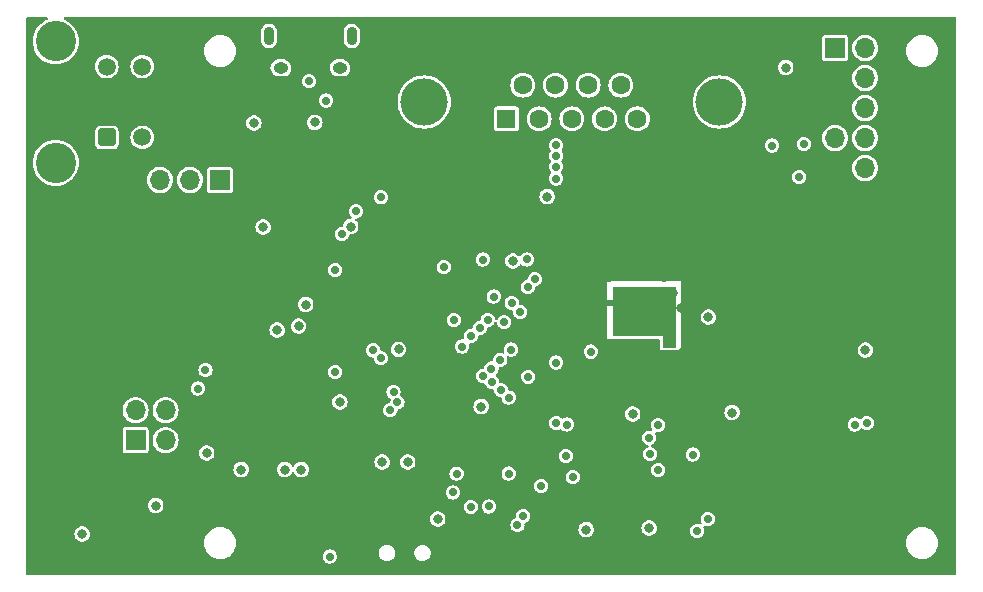
<source format=gbr>
%TF.GenerationSoftware,KiCad,Pcbnew,7.0.6*%
%TF.CreationDate,2023-10-05T23:13:59-06:00*%
%TF.ProjectId,CAN-USB RF Module,43414e2d-5553-4422-9052-46204d6f6475,1.0*%
%TF.SameCoordinates,Original*%
%TF.FileFunction,Copper,L2,Inr*%
%TF.FilePolarity,Positive*%
%FSLAX46Y46*%
G04 Gerber Fmt 4.6, Leading zero omitted, Abs format (unit mm)*
G04 Created by KiCad (PCBNEW 7.0.6) date 2023-10-05 23:13:59*
%MOMM*%
%LPD*%
G01*
G04 APERTURE LIST*
G04 Aperture macros list*
%AMRoundRect*
0 Rectangle with rounded corners*
0 $1 Rounding radius*
0 $2 $3 $4 $5 $6 $7 $8 $9 X,Y pos of 4 corners*
0 Add a 4 corners polygon primitive as box body*
4,1,4,$2,$3,$4,$5,$6,$7,$8,$9,$2,$3,0*
0 Add four circle primitives for the rounded corners*
1,1,$1+$1,$2,$3*
1,1,$1+$1,$4,$5*
1,1,$1+$1,$6,$7*
1,1,$1+$1,$8,$9*
0 Add four rect primitives between the rounded corners*
20,1,$1+$1,$2,$3,$4,$5,0*
20,1,$1+$1,$4,$5,$6,$7,0*
20,1,$1+$1,$6,$7,$8,$9,0*
20,1,$1+$1,$8,$9,$2,$3,0*%
G04 Aperture macros list end*
%TA.AperFunction,ComponentPad*%
%ADD10R,1.700000X1.700000*%
%TD*%
%TA.AperFunction,ComponentPad*%
%ADD11O,1.700000X1.700000*%
%TD*%
%TA.AperFunction,ComponentPad*%
%ADD12C,4.000000*%
%TD*%
%TA.AperFunction,ComponentPad*%
%ADD13R,1.600000X1.600000*%
%TD*%
%TA.AperFunction,ComponentPad*%
%ADD14C,1.600000*%
%TD*%
%TA.AperFunction,ComponentPad*%
%ADD15O,0.890000X1.550000*%
%TD*%
%TA.AperFunction,ComponentPad*%
%ADD16O,1.250000X0.950000*%
%TD*%
%TA.AperFunction,ComponentPad*%
%ADD17RoundRect,0.250001X0.499999X-0.499999X0.499999X0.499999X-0.499999X0.499999X-0.499999X-0.499999X0*%
%TD*%
%TA.AperFunction,ComponentPad*%
%ADD18C,1.500000*%
%TD*%
%TA.AperFunction,ComponentPad*%
%ADD19C,3.410000*%
%TD*%
%TA.AperFunction,ViaPad*%
%ADD20C,0.800000*%
%TD*%
%TA.AperFunction,ViaPad*%
%ADD21C,0.700000*%
%TD*%
%TA.AperFunction,Conductor*%
%ADD22C,0.500000*%
%TD*%
G04 APERTURE END LIST*
D10*
%TO.N,+5V*%
%TO.C,J3*%
X107391200Y-106857800D03*
D11*
%TO.N,/Power Regulator/5V*%
X107391200Y-104317800D03*
%TO.N,/Power Regulator/12V*%
X109931200Y-106857800D03*
%TO.N,/Power Regulator/FUSE_OUT*%
X109931200Y-104317800D03*
%TD*%
D12*
%TO.N,N/C*%
%TO.C,J6*%
X156826000Y-78232000D03*
X131826000Y-78232000D03*
D13*
%TO.N,unconnected-(J6-Pin_1-Pad1)*%
X138786000Y-79652000D03*
D14*
%TO.N,/CAN Tranciever/CD-*%
X141556000Y-79652000D03*
%TO.N,unconnected-(J6-Pin_3-Pad3)*%
X144326000Y-79652000D03*
%TO.N,unconnected-(J6-Pin_4-Pad4)*%
X147096000Y-79652000D03*
%TO.N,unconnected-(J6-Pin_5-Pad5)*%
X149866000Y-79652000D03*
%TO.N,unconnected-(J6-Pin_6-Pad6)*%
X140171000Y-76812000D03*
%TO.N,/CAN Tranciever/CD+*%
X142941000Y-76812000D03*
%TO.N,unconnected-(J6-Pin_8-Pad8)*%
X145711000Y-76812000D03*
%TO.N,unconnected-(J6-Pin_9-Pad9)*%
X148481000Y-76812000D03*
%TD*%
D15*
%TO.N,unconnected-(J4-Shield-Pad6)*%
%TO.C,J4*%
X125690000Y-72644000D03*
D16*
X124690000Y-75344000D03*
X119690000Y-75344000D03*
D15*
X118690000Y-72644000D03*
%TD*%
D17*
%TO.N,+12V*%
%TO.C,J2*%
X104947000Y-81232000D03*
D18*
%TO.N,GND*%
X104947000Y-78232000D03*
%TO.N,/Power Regulator/5V_UP*%
X104947000Y-75232000D03*
%TO.N,+12V*%
X107947000Y-81232000D03*
%TO.N,GND*%
X107947000Y-78232000D03*
%TO.N,/Power Regulator/5V_UP*%
X107947000Y-75232000D03*
D19*
%TO.N,N/C*%
X100627000Y-83382000D03*
X100627000Y-73082000D03*
%TD*%
D10*
%TO.N,+3V3*%
%TO.C,J1*%
X166624000Y-73660000D03*
D11*
%TO.N,/DEBUG_SWDIO*%
X169164000Y-73660000D03*
%TO.N,GND*%
X166624000Y-76200000D03*
%TO.N,/DEBUG_SWCLK*%
X169164000Y-76200000D03*
%TO.N,GND*%
X166624000Y-78740000D03*
%TO.N,/DEBUG_SWO*%
X169164000Y-78740000D03*
%TO.N,unconnected-(J1-Pin_7-Pad7)*%
X166624000Y-81280000D03*
%TO.N,unconnected-(J1-Pin_8-Pad8)*%
X169164000Y-81280000D03*
%TO.N,GND*%
X166624000Y-83820000D03*
%TO.N,/NRST*%
X169164000Y-83820000D03*
%TD*%
D10*
%TO.N,VBUS_UP*%
%TO.C,JP1*%
X114539000Y-84836000D03*
D11*
%TO.N,/Power Regulator/FUSE_IN*%
X111999000Y-84836000D03*
%TO.N,+12V*%
X109459000Y-84836000D03*
%TD*%
D20*
%TO.N,+3V3*%
X124690175Y-103632000D03*
%TO.N,+5V*%
X139336852Y-91698852D03*
%TO.N,GND*%
X144309500Y-85433500D03*
%TO.N,+3V3*%
X142240000Y-86233000D03*
%TO.N,GND*%
X138684000Y-88519000D03*
X139700000Y-87249000D03*
X137795000Y-87249000D03*
X138409500Y-92329000D03*
X142922600Y-92075000D03*
D21*
X157861000Y-99187000D03*
X155194000Y-94996000D03*
D20*
X140591000Y-104902000D03*
X125614300Y-102504051D03*
X174244000Y-105791000D03*
X122503000Y-82042000D03*
D21*
X167132000Y-106807000D03*
D20*
X154559000Y-112141000D03*
X152066600Y-101615000D03*
X142748000Y-112014000D03*
X109728000Y-92837000D03*
D21*
X163576000Y-104267000D03*
X165481000Y-94869000D03*
D20*
X148844000Y-112141000D03*
X125982000Y-75856508D03*
D21*
X163703000Y-106553000D03*
D20*
X113411000Y-105029000D03*
D21*
X161036000Y-107061000D03*
D20*
X103632000Y-109982000D03*
D21*
X170688000Y-106807000D03*
D20*
X175514000Y-92075000D03*
D21*
X145161000Y-103759000D03*
X162814000Y-110109000D03*
D20*
X142748000Y-110744000D03*
D21*
X173609000Y-107061000D03*
X166370000Y-103124000D03*
D20*
X158750000Y-112141000D03*
X125982000Y-108876508D03*
X148209000Y-97028000D03*
X161544000Y-77597000D03*
X100582000Y-75856508D03*
D21*
X144018000Y-93218000D03*
D20*
X141222000Y-73316508D03*
X101346000Y-110744000D03*
X165354000Y-76327000D03*
X154606600Y-96001600D03*
D21*
X172720000Y-93091000D03*
D20*
X155956000Y-112141000D03*
X174244000Y-112141000D03*
X113792000Y-92964000D03*
D21*
X165100000Y-100330000D03*
X175387000Y-107188000D03*
X166243000Y-109220000D03*
X157099000Y-109093000D03*
D20*
X152908000Y-94361000D03*
X124931500Y-82550000D03*
D21*
X163703000Y-100584000D03*
D20*
X161544000Y-112141000D03*
D21*
X164084000Y-110617000D03*
X134585899Y-103834135D03*
X174625000Y-94742000D03*
X164211000Y-109093000D03*
D20*
X138811000Y-117094000D03*
D21*
X162433000Y-93218000D03*
X167259000Y-97790000D03*
D20*
X100203000Y-115824000D03*
D21*
X166370000Y-93218000D03*
X161798000Y-104267000D03*
D20*
X153590600Y-95696800D03*
X174244000Y-103759000D03*
X172720000Y-112141000D03*
X175260000Y-100203000D03*
X176323600Y-105029000D03*
X154559000Y-92075000D03*
D21*
X163449000Y-99187000D03*
D20*
X171323000Y-112141000D03*
X176276000Y-107315000D03*
D21*
X145542000Y-109982000D03*
D20*
X175260000Y-103759000D03*
X173228000Y-103759000D03*
X104340000Y-86995000D03*
D21*
X150241000Y-110236000D03*
X145288000Y-105537000D03*
D20*
X174244000Y-100203000D03*
X175641000Y-112141000D03*
X176403000Y-97282000D03*
X175260000Y-105791000D03*
D21*
X166751000Y-99441000D03*
X166116000Y-107315000D03*
X174625000Y-107061000D03*
X160147000Y-99187000D03*
D20*
X153162000Y-112141000D03*
X161544000Y-92075000D03*
D21*
X153162000Y-92075000D03*
D20*
X172339000Y-105791000D03*
X100582000Y-86016508D03*
X129032000Y-97663000D03*
X103122000Y-80936508D03*
X156462000Y-116496508D03*
X137522548Y-103320500D03*
X115062000Y-102870000D03*
X136142000Y-75856508D03*
X131062000Y-91096508D03*
X122174000Y-115257000D03*
X172339000Y-98171000D03*
D21*
X146685000Y-105537000D03*
D20*
X167417200Y-100089600D03*
D21*
X162433000Y-109220000D03*
D20*
X131476500Y-100175000D03*
D21*
X168529000Y-109093000D03*
D20*
X142922600Y-94234000D03*
X131476500Y-102588000D03*
X155114600Y-103139000D03*
D21*
X171196000Y-92837000D03*
D20*
X157353000Y-92075000D03*
X109728000Y-100838000D03*
X128522000Y-80936508D03*
D21*
X165100000Y-106553000D03*
X159258000Y-110617000D03*
D20*
X153162000Y-92075000D03*
D21*
X146304000Y-104013000D03*
X175006000Y-96520000D03*
D20*
X143762000Y-88556508D03*
X176276000Y-108585000D03*
X148717000Y-95250000D03*
D21*
X161163000Y-104902000D03*
D20*
X174242000Y-86016508D03*
X104648000Y-110236000D03*
D21*
X158115000Y-94996000D03*
X175260000Y-109474000D03*
D20*
X142922600Y-96853400D03*
D21*
X158496000Y-109220000D03*
D20*
X147574000Y-112141000D03*
X146304000Y-112141000D03*
X147748600Y-92075000D03*
X143938600Y-92075000D03*
D21*
X162052000Y-96266000D03*
X161671000Y-110744000D03*
X149225000Y-92964000D03*
X162814000Y-100076000D03*
D20*
X164338000Y-112141000D03*
X160147000Y-112141000D03*
X131062000Y-111416508D03*
D21*
X175260000Y-108458000D03*
D20*
X155114600Y-100091000D03*
X155114600Y-101615000D03*
X142922600Y-93091000D03*
X145002200Y-92075000D03*
D21*
X170942000Y-96647000D03*
D20*
X167640000Y-84270500D03*
X152066600Y-100091000D03*
D21*
X171831000Y-108331000D03*
D20*
X148842000Y-116496508D03*
X164338000Y-92075000D03*
D21*
X170912000Y-101094000D03*
D20*
X141222000Y-116496508D03*
X103787500Y-78232000D03*
D21*
X168529000Y-97790000D03*
D20*
X110742000Y-116496508D03*
D21*
X156337000Y-109855000D03*
D20*
X150051900Y-112141000D03*
X127089500Y-88265000D03*
D21*
X164338000Y-99568000D03*
X160147000Y-94996000D03*
D20*
X176403000Y-98298000D03*
X132520500Y-101445000D03*
X171323000Y-104775000D03*
D21*
X172466000Y-110871000D03*
D20*
X168529000Y-92075000D03*
X157781600Y-97551000D03*
X125222000Y-77597000D03*
X120486500Y-83104000D03*
X133602000Y-83476508D03*
D21*
X146304000Y-96774000D03*
X160147000Y-96266000D03*
D20*
X121793000Y-111887000D03*
D21*
X172466000Y-96520000D03*
X145923000Y-104648000D03*
D20*
X174244000Y-92075000D03*
X159002000Y-88556508D03*
X171702000Y-80936508D03*
X176403000Y-92075000D03*
X131062000Y-73316508D03*
D21*
X166243000Y-100330000D03*
X175133000Y-110363000D03*
X144399000Y-97282000D03*
D20*
X100582000Y-108876508D03*
X142922600Y-98171000D03*
X158750000Y-92075000D03*
D21*
X168529000Y-110617000D03*
D20*
X113919000Y-96393000D03*
D21*
X153035000Y-108204000D03*
D20*
X108966000Y-78232000D03*
X105662000Y-73316508D03*
X115822000Y-113956508D03*
D21*
X171196000Y-110871000D03*
D20*
X162941000Y-92075000D03*
X131496500Y-101420500D03*
X103122000Y-116496508D03*
D21*
X173482000Y-108077000D03*
X170561000Y-107950000D03*
D20*
X133635500Y-102588000D03*
X148209000Y-103774000D03*
D21*
X171704000Y-94742000D03*
X165608000Y-99568000D03*
D20*
X173355000Y-98171000D03*
D21*
X167386000Y-109855000D03*
X160528000Y-97663000D03*
D20*
X128270000Y-114681000D03*
D21*
X147447000Y-93091000D03*
X159766000Y-106934000D03*
D20*
X153590600Y-101615000D03*
X146558000Y-95250000D03*
X162179000Y-101727000D03*
D21*
X171958000Y-107061000D03*
X170434000Y-110617000D03*
X168148000Y-94742000D03*
X145034000Y-96266000D03*
D20*
X165735000Y-92075000D03*
D21*
X165989000Y-97790000D03*
X165862000Y-96266000D03*
D20*
X135763000Y-117094000D03*
X172974000Y-92075000D03*
D21*
X165354000Y-104013000D03*
X146177000Y-106172000D03*
X162560000Y-94869000D03*
D20*
X132492500Y-102588000D03*
D21*
X158242000Y-109982000D03*
D20*
X153590600Y-103139000D03*
D21*
X145415000Y-93091000D03*
D20*
X127000000Y-106172000D03*
X112506942Y-110192661D03*
D21*
X160274000Y-93218000D03*
X159004000Y-104902000D03*
D20*
X165481000Y-78867000D03*
D21*
X166751000Y-94615000D03*
X167640000Y-99060000D03*
X161163000Y-99187000D03*
X154432000Y-93853000D03*
D20*
X176323600Y-104013000D03*
D21*
X163195000Y-101346000D03*
D20*
X120904000Y-111379000D03*
X156462000Y-73316508D03*
X118362000Y-91096508D03*
X151765000Y-112141000D03*
X122569000Y-88057000D03*
D21*
X164211000Y-96266000D03*
D20*
X110742000Y-78396508D03*
X122569000Y-88950800D03*
X171958000Y-92075000D03*
D21*
X160020000Y-104902000D03*
D20*
X158734218Y-106737196D03*
X172339000Y-100203000D03*
D21*
X172974000Y-94742000D03*
D20*
X137287000Y-117094000D03*
X160147000Y-92075000D03*
X161544000Y-78867000D03*
X171196000Y-99187000D03*
X165735000Y-112141000D03*
D21*
X173863000Y-96647000D03*
D20*
X163322000Y-78867000D03*
D21*
X166497000Y-110617000D03*
D20*
X156462000Y-80936508D03*
X152066600Y-103139000D03*
X176276000Y-109855000D03*
D21*
X164338000Y-105029000D03*
X173228000Y-109220000D03*
X171577000Y-109474000D03*
D20*
X171702000Y-73316508D03*
D21*
X160909000Y-108966000D03*
X164719000Y-93345000D03*
D20*
X157353000Y-112141000D03*
D21*
X145034000Y-110871000D03*
X147828000Y-110109000D03*
D20*
X173228000Y-105791000D03*
D21*
X146685000Y-110871000D03*
D20*
X155575000Y-92075000D03*
X151342100Y-96701832D03*
D21*
X170434000Y-109220000D03*
D20*
X174244000Y-98171000D03*
D21*
X147574000Y-106426000D03*
X130585750Y-98649250D03*
D20*
X133635500Y-100175000D03*
X170648500Y-92075000D03*
X151382000Y-88556508D03*
D21*
X175006000Y-92964000D03*
X153797000Y-109220000D03*
D20*
X176403000Y-93345000D03*
X142922600Y-95504000D03*
D21*
X162052000Y-99314000D03*
D20*
X125222000Y-106172000D03*
X153590600Y-100091000D03*
D21*
X152908000Y-109728000D03*
D20*
X176323600Y-106045000D03*
X149145600Y-92075000D03*
D21*
X146304000Y-94107000D03*
X155829000Y-110744000D03*
D20*
X172339000Y-103759000D03*
X118362000Y-83476508D03*
X105662000Y-88556508D03*
D21*
X159766000Y-108839000D03*
X165227000Y-109855000D03*
X144907000Y-94234000D03*
X168275000Y-93345000D03*
X162179000Y-100711000D03*
D20*
X123241175Y-108988500D03*
X170307000Y-105410000D03*
X146351600Y-92075000D03*
X170180000Y-112141000D03*
X151382000Y-78396508D03*
D21*
X166116000Y-105537000D03*
X163957000Y-98044000D03*
X174117000Y-92964000D03*
D20*
X176276000Y-111252000D03*
X112395000Y-97536000D03*
X167132000Y-92075000D03*
X151765000Y-92075000D03*
X160147000Y-103886000D03*
X163322000Y-77597000D03*
D21*
X172974000Y-110109000D03*
X170815000Y-93980000D03*
X167005000Y-104648000D03*
D20*
X108077000Y-101219000D03*
X115822000Y-75856508D03*
D21*
X174371000Y-110744000D03*
D20*
X168529000Y-112141000D03*
X132492500Y-100175000D03*
D21*
X162941000Y-105029000D03*
D20*
X175133000Y-98171000D03*
D21*
X160401000Y-109982000D03*
D20*
X176403000Y-94742000D03*
D21*
X145161000Y-97917000D03*
X157734000Y-93472000D03*
D20*
X176403000Y-96012000D03*
X148842000Y-73316508D03*
X122580400Y-87172800D03*
X113919000Y-97536000D03*
X156625312Y-106714312D03*
X140843000Y-103759000D03*
D21*
X158877000Y-99187000D03*
X157353000Y-110617000D03*
X165354000Y-98552000D03*
D20*
X145034000Y-112141000D03*
X143764000Y-112141000D03*
D21*
X162179000Y-106553000D03*
D20*
X105662000Y-98716508D03*
X167132000Y-112141000D03*
X100582000Y-101256508D03*
X173228000Y-100203000D03*
D21*
X152146000Y-93091000D03*
X164211000Y-101346000D03*
X159131000Y-97917000D03*
D20*
X112395000Y-96393000D03*
D21*
X162052000Y-97917000D03*
X167386000Y-96393000D03*
D20*
X106426000Y-96520000D03*
D21*
X170942000Y-95377000D03*
D20*
X164082000Y-116496508D03*
X171702000Y-113956508D03*
X166622000Y-88556508D03*
D21*
X144018000Y-95250000D03*
D20*
X133655500Y-101420500D03*
X162941000Y-112141000D03*
X100582000Y-93636508D03*
D21*
X174371000Y-109220000D03*
D20*
X150415600Y-92075000D03*
X100203000Y-113792000D03*
X115062000Y-92964000D03*
X117983000Y-116731298D03*
X118362000Y-101256508D03*
D21*
%TO.N,/NRST*%
X143002000Y-81893994D03*
X133477000Y-92202000D03*
X124293500Y-101092000D03*
X124293500Y-92456000D03*
X161290000Y-81915000D03*
X123825000Y-116713000D03*
X163957000Y-81788000D03*
D20*
%TO.N,+3V3*%
X109093000Y-112395000D03*
D21*
X154940000Y-114554000D03*
D20*
X132969000Y-113538000D03*
X119380000Y-97536000D03*
X162433000Y-75311000D03*
X125603000Y-88773000D03*
X145542000Y-114427000D03*
X121793000Y-95377000D03*
X150876000Y-114300000D03*
X130429000Y-108712000D03*
X155880484Y-96444484D03*
X128270000Y-108712000D03*
X129650616Y-99170616D03*
X149479000Y-104648000D03*
X169172400Y-99241000D03*
X157889000Y-104521000D03*
X136653583Y-104013000D03*
%TO.N,+5V*%
X121412000Y-109347000D03*
X118187094Y-88821868D03*
X116332000Y-109347000D03*
X120015000Y-109347000D03*
X121194017Y-97211729D03*
X113411000Y-107950000D03*
D21*
%TO.N,/BOOT0*%
X141192965Y-93225918D03*
X141732000Y-110744000D03*
%TO.N,/CAN_STBY*%
X128143000Y-86308000D03*
X127520444Y-99261556D03*
%TO.N,/UART2_USB_TX*%
X129558500Y-103659591D03*
X126064219Y-87470954D03*
%TO.N,/UART2_USB_RX*%
X124841000Y-89408000D03*
X128943457Y-104330498D03*
%TO.N,/SPI1_SCK*%
X143807474Y-108207268D03*
X144399000Y-109982000D03*
%TO.N,/DIO0*%
X143891685Y-105537098D03*
X145923000Y-99365500D03*
%TO.N,/DIO1*%
X143001306Y-105409306D03*
X143002000Y-100290500D03*
%TO.N,/CAN_RX*%
X138596500Y-96861500D03*
X140500700Y-91559602D03*
%TO.N,/CAN_TX*%
X136525000Y-97361000D03*
X136779000Y-91567000D03*
%TO.N,/SW_RXTX*%
X140208000Y-113284000D03*
X155829000Y-113538000D03*
X169291000Y-105410000D03*
X139954000Y-96012000D03*
%TO.N,/SX_RESET*%
X139192000Y-99187000D03*
X139231500Y-95250000D03*
%TO.N,/DIO2*%
X137707500Y-94702500D03*
X138235056Y-100081832D03*
%TO.N,/DIO3*%
X140629000Y-101503000D03*
X140589000Y-93892500D03*
%TO.N,/LoRa Tranciever/RXTX_SX*%
X154559000Y-108077000D03*
X168275000Y-105537000D03*
%TO.N,/DEBUG_SWO*%
X134326500Y-96686500D03*
X143002000Y-82793497D03*
%TO.N,/DEBUG_SWCLK*%
X143002000Y-83693000D03*
X135019500Y-98933000D03*
%TO.N,/DEBUG_SWDIO*%
X143002000Y-84709000D03*
X135763000Y-98044000D03*
X163576000Y-84582000D03*
%TO.N,/Power Regulator/I_{MON}*%
X113307773Y-100915500D03*
X112649000Y-102489000D03*
D20*
%TO.N,/Power Regulator/5V*%
X102870000Y-114808000D03*
%TO.N,VBUS_UP*%
X122569000Y-79960000D03*
X117409000Y-80010000D03*
D21*
%TO.N,Net-(U2-PA10)*%
X135763000Y-112505750D03*
X136779000Y-101421500D03*
%TO.N,Net-(U2-PA9)*%
X137541000Y-101912713D03*
X137287000Y-112477750D03*
%TO.N,Net-(U2-PA1)*%
X129230106Y-102770050D03*
X134239000Y-111289500D03*
%TO.N,/DIO4*%
X137199500Y-96686500D03*
X137509944Y-100806944D03*
%TO.N,/DIO5*%
X128142500Y-99921875D03*
X138977500Y-109690500D03*
X138977500Y-103251000D03*
X134569200Y-109690500D03*
%TO.N,/LoRa Tranciever/MISO_TX*%
X150952856Y-108037500D03*
X150876000Y-106652500D03*
%TO.N,/LoRa Tranciever/SCK_RTSN*%
X151627356Y-105574356D03*
X151638000Y-109387000D03*
%TO.N,Net-(U2-PA8)*%
X138303000Y-102596000D03*
X139718314Y-114057655D03*
%TO.N,Net-(J4-D+)*%
X123519000Y-78105000D03*
X122090500Y-76472687D03*
%TD*%
D22*
%TO.N,GND*%
X148717000Y-95250000D02*
X146558000Y-95250000D01*
%TD*%
%TA.AperFunction,Conductor*%
%TO.N,GND*%
G36*
X153105039Y-93872685D02*
G01*
X153150794Y-93925489D01*
X153162000Y-93977000D01*
X153162000Y-98936000D01*
X153142315Y-99003039D01*
X153089511Y-99048794D01*
X153038000Y-99060000D01*
X152143000Y-99060000D01*
X152075961Y-99040315D01*
X152030206Y-98987511D01*
X152019000Y-98936000D01*
X152019000Y-98044000D01*
X147952000Y-98044000D01*
X147884961Y-98024315D01*
X147839206Y-97971511D01*
X147828000Y-97920000D01*
X147828000Y-93977000D01*
X147847685Y-93909961D01*
X147900489Y-93864206D01*
X147952000Y-93853000D01*
X153038000Y-93853000D01*
X153105039Y-93872685D01*
G37*
%TD.AperFunction*%
%TA.AperFunction,Conductor*%
G36*
X99911329Y-71050185D02*
G01*
X99957084Y-71102989D01*
X99967028Y-71172147D01*
X99938003Y-71235703D01*
X99887623Y-71270682D01*
X99812579Y-71298671D01*
X99812575Y-71298673D01*
X99567081Y-71432723D01*
X99567073Y-71432728D01*
X99343156Y-71600350D01*
X99343138Y-71600366D01*
X99145366Y-71798138D01*
X99145350Y-71798156D01*
X98977728Y-72022073D01*
X98977723Y-72022081D01*
X98843673Y-72267575D01*
X98843671Y-72267579D01*
X98745917Y-72529671D01*
X98686460Y-72802986D01*
X98666505Y-73081998D01*
X98666505Y-73082001D01*
X98686460Y-73361013D01*
X98745917Y-73634328D01*
X98745919Y-73634335D01*
X98806611Y-73797059D01*
X98843671Y-73896420D01*
X98843673Y-73896424D01*
X98977723Y-74141918D01*
X98977728Y-74141926D01*
X99145350Y-74365843D01*
X99145366Y-74365861D01*
X99343138Y-74563633D01*
X99343156Y-74563649D01*
X99567073Y-74731271D01*
X99567081Y-74731276D01*
X99812575Y-74865326D01*
X99812579Y-74865328D01*
X99812581Y-74865329D01*
X100074665Y-74963081D01*
X100211328Y-74992810D01*
X100347986Y-75022539D01*
X100347988Y-75022539D01*
X100347992Y-75022540D01*
X100595934Y-75040273D01*
X100626999Y-75042495D01*
X100627000Y-75042495D01*
X100627001Y-75042495D01*
X100654952Y-75040495D01*
X100906008Y-75022540D01*
X101179335Y-74963081D01*
X101441419Y-74865329D01*
X101686924Y-74731273D01*
X101910851Y-74563643D01*
X102108643Y-74365851D01*
X102276273Y-74141924D01*
X102400729Y-73914000D01*
X113198341Y-73914000D01*
X113218936Y-74149403D01*
X113218938Y-74149413D01*
X113280094Y-74377655D01*
X113280096Y-74377659D01*
X113280097Y-74377663D01*
X113330030Y-74484746D01*
X113379964Y-74591828D01*
X113379965Y-74591830D01*
X113515505Y-74785402D01*
X113682597Y-74952494D01*
X113876169Y-75088034D01*
X113876171Y-75088035D01*
X114090337Y-75187903D01*
X114318592Y-75249063D01*
X114495034Y-75264500D01*
X114612966Y-75264500D01*
X114789408Y-75249063D01*
X115017663Y-75187903D01*
X115231829Y-75088035D01*
X115425401Y-74952495D01*
X115592495Y-74785401D01*
X115728035Y-74591830D01*
X115754686Y-74534676D01*
X165523499Y-74534676D01*
X165523500Y-74534678D01*
X165538032Y-74607735D01*
X165538033Y-74607739D01*
X165538034Y-74607740D01*
X165593399Y-74690601D01*
X165657943Y-74733727D01*
X165676260Y-74745966D01*
X165676264Y-74745967D01*
X165749321Y-74760499D01*
X165749324Y-74760500D01*
X165749326Y-74760500D01*
X167498676Y-74760500D01*
X167498677Y-74760499D01*
X167571740Y-74745966D01*
X167654601Y-74690601D01*
X167709966Y-74607740D01*
X167724500Y-74534674D01*
X167724500Y-73660000D01*
X168058785Y-73660000D01*
X168077602Y-73863082D01*
X168133417Y-74059247D01*
X168133422Y-74059260D01*
X168224327Y-74241821D01*
X168347237Y-74404581D01*
X168497958Y-74541980D01*
X168497960Y-74541982D01*
X168597141Y-74603392D01*
X168671363Y-74649348D01*
X168861544Y-74723024D01*
X169062024Y-74760500D01*
X169062026Y-74760500D01*
X169265974Y-74760500D01*
X169265976Y-74760500D01*
X169466456Y-74723024D01*
X169656637Y-74649348D01*
X169830041Y-74541981D01*
X169980764Y-74404579D01*
X170103673Y-74241821D01*
X170194582Y-74059250D01*
X170235910Y-73914000D01*
X172634341Y-73914000D01*
X172654936Y-74149403D01*
X172654938Y-74149413D01*
X172716094Y-74377655D01*
X172716096Y-74377659D01*
X172716097Y-74377663D01*
X172766030Y-74484746D01*
X172815964Y-74591828D01*
X172815965Y-74591830D01*
X172951505Y-74785402D01*
X173118597Y-74952494D01*
X173312169Y-75088034D01*
X173312171Y-75088035D01*
X173526337Y-75187903D01*
X173754592Y-75249063D01*
X173931034Y-75264500D01*
X174048966Y-75264500D01*
X174225408Y-75249063D01*
X174453663Y-75187903D01*
X174667829Y-75088035D01*
X174861401Y-74952495D01*
X175028495Y-74785401D01*
X175164035Y-74591830D01*
X175263903Y-74377663D01*
X175325063Y-74149408D01*
X175345659Y-73914000D01*
X175325063Y-73678592D01*
X175263903Y-73450337D01*
X175164035Y-73236171D01*
X175164034Y-73236169D01*
X175028494Y-73042597D01*
X174861402Y-72875505D01*
X174667830Y-72739965D01*
X174667828Y-72739964D01*
X174519194Y-72670655D01*
X174453663Y-72640097D01*
X174453659Y-72640096D01*
X174453655Y-72640094D01*
X174225413Y-72578938D01*
X174225403Y-72578936D01*
X174048966Y-72563500D01*
X173931034Y-72563500D01*
X173754596Y-72578936D01*
X173754586Y-72578938D01*
X173526344Y-72640094D01*
X173526335Y-72640098D01*
X173312171Y-72739964D01*
X173312169Y-72739965D01*
X173118597Y-72875505D01*
X172951506Y-73042597D01*
X172951501Y-73042604D01*
X172815967Y-73236165D01*
X172815965Y-73236169D01*
X172716098Y-73450335D01*
X172716094Y-73450344D01*
X172654938Y-73678586D01*
X172654936Y-73678596D01*
X172634341Y-73913999D01*
X172634341Y-73914000D01*
X170235910Y-73914000D01*
X170250397Y-73863083D01*
X170269215Y-73660000D01*
X170250397Y-73456917D01*
X170194582Y-73260750D01*
X170182343Y-73236171D01*
X170135286Y-73141667D01*
X170103673Y-73078179D01*
X169980764Y-72915421D01*
X169980762Y-72915418D01*
X169830041Y-72778019D01*
X169830039Y-72778017D01*
X169656642Y-72670655D01*
X169656635Y-72670651D01*
X169550150Y-72629399D01*
X169466456Y-72596976D01*
X169265976Y-72559500D01*
X169062024Y-72559500D01*
X168861544Y-72596976D01*
X168861541Y-72596976D01*
X168861541Y-72596977D01*
X168671364Y-72670651D01*
X168671357Y-72670655D01*
X168497960Y-72778017D01*
X168497958Y-72778019D01*
X168347237Y-72915418D01*
X168224327Y-73078178D01*
X168133422Y-73260739D01*
X168133417Y-73260752D01*
X168077602Y-73456917D01*
X168058785Y-73659999D01*
X168058785Y-73660000D01*
X167724500Y-73660000D01*
X167724500Y-72785326D01*
X167724500Y-72785325D01*
X167724500Y-72785323D01*
X167724499Y-72785321D01*
X167709967Y-72712264D01*
X167709966Y-72712260D01*
X167654601Y-72629399D01*
X167599234Y-72592405D01*
X167571739Y-72574033D01*
X167571735Y-72574032D01*
X167498677Y-72559500D01*
X167498674Y-72559500D01*
X165749326Y-72559500D01*
X165749323Y-72559500D01*
X165676264Y-72574032D01*
X165676260Y-72574033D01*
X165593399Y-72629399D01*
X165538033Y-72712260D01*
X165538032Y-72712264D01*
X165523500Y-72785321D01*
X165523499Y-72785323D01*
X165523499Y-74534676D01*
X115754686Y-74534676D01*
X115827903Y-74377663D01*
X115889063Y-74149408D01*
X115909659Y-73914000D01*
X115889063Y-73678592D01*
X115827903Y-73450337D01*
X115728035Y-73236171D01*
X115728034Y-73236169D01*
X115592494Y-73042597D01*
X115565968Y-73016071D01*
X117994500Y-73016071D01*
X118009750Y-73141667D01*
X118069642Y-73299589D01*
X118069643Y-73299590D01*
X118165588Y-73438590D01*
X118292007Y-73550588D01*
X118292009Y-73550589D01*
X118441561Y-73629080D01*
X118523555Y-73649289D01*
X118605550Y-73669500D01*
X118605551Y-73669500D01*
X118774450Y-73669500D01*
X118829112Y-73656026D01*
X118938439Y-73629080D01*
X119087991Y-73550589D01*
X119214413Y-73438589D01*
X119310358Y-73299589D01*
X119370250Y-73141666D01*
X119385500Y-73016071D01*
X124994500Y-73016071D01*
X125009750Y-73141667D01*
X125069642Y-73299589D01*
X125069643Y-73299590D01*
X125165588Y-73438590D01*
X125292007Y-73550588D01*
X125292009Y-73550589D01*
X125441561Y-73629080D01*
X125523555Y-73649290D01*
X125605550Y-73669500D01*
X125605551Y-73669500D01*
X125774450Y-73669500D01*
X125829112Y-73656026D01*
X125938439Y-73629080D01*
X126087991Y-73550589D01*
X126214413Y-73438589D01*
X126310358Y-73299589D01*
X126370250Y-73141666D01*
X126385500Y-73016069D01*
X126385500Y-72271931D01*
X126370250Y-72146334D01*
X126310358Y-71988411D01*
X126214413Y-71849411D01*
X126214411Y-71849409D01*
X126087992Y-71737411D01*
X125938437Y-71658919D01*
X125774450Y-71618500D01*
X125774449Y-71618500D01*
X125605551Y-71618500D01*
X125605550Y-71618500D01*
X125441562Y-71658919D01*
X125292007Y-71737411D01*
X125165588Y-71849409D01*
X125069643Y-71988409D01*
X125069642Y-71988410D01*
X125009750Y-72146332D01*
X124994500Y-72271928D01*
X124994500Y-73016071D01*
X119385500Y-73016071D01*
X119385500Y-73016069D01*
X119385500Y-72271931D01*
X119370250Y-72146334D01*
X119310358Y-71988411D01*
X119214413Y-71849411D01*
X119214411Y-71849409D01*
X119087992Y-71737411D01*
X118938437Y-71658919D01*
X118774450Y-71618500D01*
X118774449Y-71618500D01*
X118605551Y-71618500D01*
X118605550Y-71618500D01*
X118441562Y-71658919D01*
X118292007Y-71737411D01*
X118165588Y-71849409D01*
X118069643Y-71988409D01*
X118069642Y-71988410D01*
X118009750Y-72146332D01*
X117994500Y-72271928D01*
X117994500Y-73016071D01*
X115565968Y-73016071D01*
X115425402Y-72875505D01*
X115231830Y-72739965D01*
X115231828Y-72739964D01*
X115083194Y-72670655D01*
X115017663Y-72640097D01*
X115017659Y-72640096D01*
X115017655Y-72640094D01*
X114789413Y-72578938D01*
X114789403Y-72578936D01*
X114612966Y-72563500D01*
X114495034Y-72563500D01*
X114318596Y-72578936D01*
X114318586Y-72578938D01*
X114090344Y-72640094D01*
X114090335Y-72640098D01*
X113876171Y-72739964D01*
X113876169Y-72739965D01*
X113682597Y-72875505D01*
X113515506Y-73042597D01*
X113515501Y-73042604D01*
X113379967Y-73236165D01*
X113379965Y-73236169D01*
X113280098Y-73450335D01*
X113280094Y-73450344D01*
X113218938Y-73678586D01*
X113218936Y-73678596D01*
X113198341Y-73913999D01*
X113198341Y-73914000D01*
X102400729Y-73914000D01*
X102410329Y-73896419D01*
X102508081Y-73634335D01*
X102567540Y-73361008D01*
X102587495Y-73082000D01*
X102567540Y-72802992D01*
X102563696Y-72785323D01*
X102532104Y-72640097D01*
X102508081Y-72529665D01*
X102410329Y-72267581D01*
X102276273Y-72022076D01*
X102251070Y-71988409D01*
X102108649Y-71798156D01*
X102108633Y-71798138D01*
X101910861Y-71600366D01*
X101910843Y-71600350D01*
X101686926Y-71432728D01*
X101686918Y-71432723D01*
X101441424Y-71298673D01*
X101441420Y-71298671D01*
X101366377Y-71270682D01*
X101310443Y-71228811D01*
X101286026Y-71163346D01*
X101300878Y-71095073D01*
X101350283Y-71045668D01*
X101409710Y-71030500D01*
X176755500Y-71030500D01*
X176822539Y-71050185D01*
X176868294Y-71102989D01*
X176879500Y-71154500D01*
X176879500Y-118149500D01*
X176859815Y-118216539D01*
X176807011Y-118262294D01*
X176755500Y-118273500D01*
X98264500Y-118273500D01*
X98197461Y-118253815D01*
X98151706Y-118201011D01*
X98140500Y-118149500D01*
X98140500Y-115570000D01*
X113198341Y-115570000D01*
X113218936Y-115805403D01*
X113218938Y-115805413D01*
X113280094Y-116033655D01*
X113280096Y-116033659D01*
X113280097Y-116033663D01*
X113314443Y-116107318D01*
X113379964Y-116247828D01*
X113379965Y-116247830D01*
X113515505Y-116441402D01*
X113682597Y-116608494D01*
X113876169Y-116744034D01*
X113876171Y-116744035D01*
X114090337Y-116843903D01*
X114318592Y-116905063D01*
X114495034Y-116920500D01*
X114612966Y-116920500D01*
X114789408Y-116905063D01*
X115017663Y-116843903D01*
X115231829Y-116744035D01*
X115276150Y-116713001D01*
X123219318Y-116713001D01*
X123239955Y-116869760D01*
X123239956Y-116869762D01*
X123267468Y-116936183D01*
X123300464Y-117015841D01*
X123396718Y-117141282D01*
X123522159Y-117237536D01*
X123668238Y-117298044D01*
X123746618Y-117308362D01*
X123824999Y-117318682D01*
X123825000Y-117318682D01*
X123825001Y-117318682D01*
X123877253Y-117311802D01*
X123981762Y-117298044D01*
X124127841Y-117237536D01*
X124253282Y-117141282D01*
X124349536Y-117015841D01*
X124410044Y-116869762D01*
X124430682Y-116713000D01*
X124410044Y-116556238D01*
X124383873Y-116493055D01*
X127974500Y-116493055D01*
X128015210Y-116658226D01*
X128094263Y-116808849D01*
X128094266Y-116808852D01*
X128207071Y-116936183D01*
X128297318Y-116998476D01*
X128347068Y-117032817D01*
X128347069Y-117032817D01*
X128347070Y-117032818D01*
X128506128Y-117093140D01*
X128582028Y-117102356D01*
X128632626Y-117108500D01*
X128632628Y-117108500D01*
X128717374Y-117108500D01*
X128759538Y-117103380D01*
X128843872Y-117093140D01*
X129002930Y-117032818D01*
X129142929Y-116936183D01*
X129255734Y-116808852D01*
X129289754Y-116744034D01*
X129306041Y-116713001D01*
X129334790Y-116658225D01*
X129375500Y-116493056D01*
X129375500Y-116493055D01*
X130974500Y-116493055D01*
X131015210Y-116658226D01*
X131094263Y-116808849D01*
X131094266Y-116808852D01*
X131207071Y-116936183D01*
X131297318Y-116998476D01*
X131347068Y-117032817D01*
X131347069Y-117032817D01*
X131347070Y-117032818D01*
X131506128Y-117093140D01*
X131582028Y-117102356D01*
X131632626Y-117108500D01*
X131632628Y-117108500D01*
X131717374Y-117108500D01*
X131759538Y-117103380D01*
X131843872Y-117093140D01*
X132002930Y-117032818D01*
X132142929Y-116936183D01*
X132255734Y-116808852D01*
X132289754Y-116744034D01*
X132306041Y-116713001D01*
X132334790Y-116658225D01*
X132375500Y-116493056D01*
X132375500Y-116322944D01*
X132334790Y-116157775D01*
X132308308Y-116107318D01*
X132255736Y-116007150D01*
X132236560Y-115985505D01*
X132142929Y-115879817D01*
X132093177Y-115845475D01*
X132002931Y-115783182D01*
X131843874Y-115722860D01*
X131843868Y-115722859D01*
X131717374Y-115707500D01*
X131717372Y-115707500D01*
X131632628Y-115707500D01*
X131632626Y-115707500D01*
X131506131Y-115722859D01*
X131506125Y-115722860D01*
X131347068Y-115783182D01*
X131207072Y-115879816D01*
X131094263Y-116007150D01*
X131015210Y-116157773D01*
X130974500Y-116322944D01*
X130974500Y-116493055D01*
X129375500Y-116493055D01*
X129375500Y-116322944D01*
X129334790Y-116157775D01*
X129308308Y-116107318D01*
X129255736Y-116007150D01*
X129236560Y-115985505D01*
X129142929Y-115879817D01*
X129093177Y-115845475D01*
X129002931Y-115783182D01*
X128843874Y-115722860D01*
X128843868Y-115722859D01*
X128717374Y-115707500D01*
X128717372Y-115707500D01*
X128632628Y-115707500D01*
X128632626Y-115707500D01*
X128506131Y-115722859D01*
X128506125Y-115722860D01*
X128347068Y-115783182D01*
X128207072Y-115879816D01*
X128094263Y-116007150D01*
X128015210Y-116157773D01*
X127974500Y-116322944D01*
X127974500Y-116493055D01*
X124383873Y-116493055D01*
X124349536Y-116410159D01*
X124253282Y-116284718D01*
X124127841Y-116188464D01*
X124053751Y-116157775D01*
X123981762Y-116127956D01*
X123981760Y-116127955D01*
X123825001Y-116107318D01*
X123824999Y-116107318D01*
X123668239Y-116127955D01*
X123668237Y-116127956D01*
X123522160Y-116188463D01*
X123396718Y-116284718D01*
X123300463Y-116410160D01*
X123239956Y-116556237D01*
X123239955Y-116556239D01*
X123219318Y-116712998D01*
X123219318Y-116713001D01*
X115276150Y-116713001D01*
X115425401Y-116608495D01*
X115592495Y-116441401D01*
X115728035Y-116247830D01*
X115827903Y-116033663D01*
X115889063Y-115805408D01*
X115909659Y-115570000D01*
X172634341Y-115570000D01*
X172654936Y-115805403D01*
X172654938Y-115805413D01*
X172716094Y-116033655D01*
X172716096Y-116033659D01*
X172716097Y-116033663D01*
X172750443Y-116107318D01*
X172815964Y-116247828D01*
X172815965Y-116247830D01*
X172951505Y-116441402D01*
X173118597Y-116608494D01*
X173312169Y-116744034D01*
X173312171Y-116744035D01*
X173526337Y-116843903D01*
X173754592Y-116905063D01*
X173931034Y-116920500D01*
X174048966Y-116920500D01*
X174225408Y-116905063D01*
X174453663Y-116843903D01*
X174667829Y-116744035D01*
X174861401Y-116608495D01*
X175028495Y-116441401D01*
X175164035Y-116247830D01*
X175263903Y-116033663D01*
X175325063Y-115805408D01*
X175345659Y-115570000D01*
X175325063Y-115334592D01*
X175263903Y-115106337D01*
X175164035Y-114892171D01*
X175164034Y-114892169D01*
X175028494Y-114698597D01*
X174861402Y-114531505D01*
X174667830Y-114395965D01*
X174667828Y-114395964D01*
X174560745Y-114346031D01*
X174453663Y-114296097D01*
X174453659Y-114296096D01*
X174453655Y-114296094D01*
X174225413Y-114234938D01*
X174225403Y-114234936D01*
X174048966Y-114219500D01*
X173931034Y-114219500D01*
X173754596Y-114234936D01*
X173754586Y-114234938D01*
X173526344Y-114296094D01*
X173526335Y-114296098D01*
X173312171Y-114395964D01*
X173312169Y-114395965D01*
X173118597Y-114531505D01*
X172951506Y-114698597D01*
X172951501Y-114698604D01*
X172815967Y-114892165D01*
X172815965Y-114892169D01*
X172716098Y-115106335D01*
X172716094Y-115106344D01*
X172654938Y-115334586D01*
X172654936Y-115334596D01*
X172634341Y-115569999D01*
X172634341Y-115570000D01*
X115909659Y-115570000D01*
X115889063Y-115334592D01*
X115827903Y-115106337D01*
X115728035Y-114892171D01*
X115728034Y-114892169D01*
X115592494Y-114698597D01*
X115425402Y-114531505D01*
X115231830Y-114395965D01*
X115231828Y-114395964D01*
X115124746Y-114346030D01*
X115017663Y-114296097D01*
X115017659Y-114296096D01*
X115017655Y-114296094D01*
X114789413Y-114234938D01*
X114789403Y-114234936D01*
X114612966Y-114219500D01*
X114495034Y-114219500D01*
X114318596Y-114234936D01*
X114318586Y-114234938D01*
X114090344Y-114296094D01*
X114090335Y-114296098D01*
X113876171Y-114395964D01*
X113876169Y-114395965D01*
X113682597Y-114531505D01*
X113515506Y-114698597D01*
X113515501Y-114698604D01*
X113379967Y-114892165D01*
X113379965Y-114892169D01*
X113280098Y-115106335D01*
X113280094Y-115106344D01*
X113218938Y-115334586D01*
X113218936Y-115334596D01*
X113198341Y-115569999D01*
X113198341Y-115570000D01*
X98140500Y-115570000D01*
X98140500Y-114808000D01*
X102214722Y-114808000D01*
X102233762Y-114964818D01*
X102276890Y-115078536D01*
X102289780Y-115112523D01*
X102379517Y-115242530D01*
X102497760Y-115347283D01*
X102497762Y-115347284D01*
X102637634Y-115420696D01*
X102791014Y-115458500D01*
X102791015Y-115458500D01*
X102948985Y-115458500D01*
X103102365Y-115420696D01*
X103102365Y-115420695D01*
X103242240Y-115347283D01*
X103360483Y-115242530D01*
X103450220Y-115112523D01*
X103506237Y-114964818D01*
X103525278Y-114808000D01*
X103511995Y-114698599D01*
X103506237Y-114651181D01*
X103469380Y-114553998D01*
X103450220Y-114503477D01*
X103360483Y-114373470D01*
X103242240Y-114268717D01*
X103242238Y-114268716D01*
X103242237Y-114268715D01*
X103102365Y-114195303D01*
X102948986Y-114157500D01*
X102948985Y-114157500D01*
X102791015Y-114157500D01*
X102791014Y-114157500D01*
X102637634Y-114195303D01*
X102497762Y-114268715D01*
X102379516Y-114373471D01*
X102289781Y-114503475D01*
X102289780Y-114503476D01*
X102233762Y-114651181D01*
X102214722Y-114807999D01*
X102214722Y-114808000D01*
X98140500Y-114808000D01*
X98140500Y-113538000D01*
X132313721Y-113538000D01*
X132332762Y-113694818D01*
X132378078Y-113814304D01*
X132388780Y-113842523D01*
X132478517Y-113972530D01*
X132596760Y-114077283D01*
X132596762Y-114077284D01*
X132736634Y-114150696D01*
X132890014Y-114188500D01*
X132890015Y-114188500D01*
X133047985Y-114188500D01*
X133201365Y-114150696D01*
X133214729Y-114143682D01*
X133341240Y-114077283D01*
X133363395Y-114057656D01*
X139112632Y-114057656D01*
X139133269Y-114214415D01*
X139133270Y-114214417D01*
X139193778Y-114360496D01*
X139290032Y-114485937D01*
X139415473Y-114582191D01*
X139561552Y-114642699D01*
X139625980Y-114651181D01*
X139718313Y-114663337D01*
X139718314Y-114663337D01*
X139718315Y-114663337D01*
X139770567Y-114656457D01*
X139875076Y-114642699D01*
X140021155Y-114582191D01*
X140146596Y-114485937D01*
X140191820Y-114427000D01*
X144886722Y-114427000D01*
X144905762Y-114583818D01*
X144949295Y-114698604D01*
X144961780Y-114731523D01*
X145051517Y-114861530D01*
X145169760Y-114966283D01*
X145169762Y-114966284D01*
X145309634Y-115039696D01*
X145463014Y-115077500D01*
X145463015Y-115077500D01*
X145620985Y-115077500D01*
X145774365Y-115039696D01*
X145914240Y-114966283D01*
X146032483Y-114861530D01*
X146122220Y-114731523D01*
X146178237Y-114583818D01*
X146197278Y-114427000D01*
X146193665Y-114397239D01*
X146181858Y-114300000D01*
X150220722Y-114300000D01*
X150239762Y-114456818D01*
X150287928Y-114583818D01*
X150295780Y-114604523D01*
X150385517Y-114734530D01*
X150503760Y-114839283D01*
X150503762Y-114839284D01*
X150643634Y-114912696D01*
X150797014Y-114950500D01*
X150797015Y-114950500D01*
X150954985Y-114950500D01*
X151108365Y-114912696D01*
X151108364Y-114912695D01*
X151248240Y-114839283D01*
X151366483Y-114734530D01*
X151456220Y-114604523D01*
X151475380Y-114554001D01*
X154334318Y-114554001D01*
X154354955Y-114710760D01*
X154354956Y-114710762D01*
X154408191Y-114839284D01*
X154415464Y-114856841D01*
X154511718Y-114982282D01*
X154637159Y-115078536D01*
X154783238Y-115139044D01*
X154861619Y-115149362D01*
X154939999Y-115159682D01*
X154940000Y-115159682D01*
X154940001Y-115159682D01*
X154992254Y-115152802D01*
X155096762Y-115139044D01*
X155242841Y-115078536D01*
X155368282Y-114982282D01*
X155464536Y-114856841D01*
X155525044Y-114710762D01*
X155545682Y-114554000D01*
X155542720Y-114531505D01*
X155525044Y-114397239D01*
X155525044Y-114397238D01*
X155472021Y-114269230D01*
X155464553Y-114199765D01*
X155495828Y-114137286D01*
X155555916Y-114101633D01*
X155625742Y-114104126D01*
X155634035Y-114107220D01*
X155649207Y-114113504D01*
X155672238Y-114123044D01*
X155750618Y-114133363D01*
X155828999Y-114143682D01*
X155829000Y-114143682D01*
X155829001Y-114143682D01*
X155881253Y-114136802D01*
X155985762Y-114123044D01*
X156131841Y-114062536D01*
X156257282Y-113966282D01*
X156353536Y-113840841D01*
X156414044Y-113694762D01*
X156434682Y-113538000D01*
X156434039Y-113533119D01*
X156414044Y-113381239D01*
X156414044Y-113381238D01*
X156353536Y-113235159D01*
X156257282Y-113109718D01*
X156131841Y-113013464D01*
X156053852Y-112981160D01*
X155985762Y-112952956D01*
X155985760Y-112952955D01*
X155829001Y-112932318D01*
X155828999Y-112932318D01*
X155672239Y-112952955D01*
X155672237Y-112952956D01*
X155526160Y-113013463D01*
X155400718Y-113109718D01*
X155304463Y-113235160D01*
X155243956Y-113381237D01*
X155243955Y-113381239D01*
X155223318Y-113537998D01*
X155223318Y-113538001D01*
X155243955Y-113694760D01*
X155243956Y-113694762D01*
X155291083Y-113808537D01*
X155296977Y-113822765D01*
X155304446Y-113892235D01*
X155273171Y-113954714D01*
X155213082Y-113990366D01*
X155143257Y-113987872D01*
X155134965Y-113984780D01*
X155105390Y-113972530D01*
X155096762Y-113968956D01*
X155096760Y-113968955D01*
X154940001Y-113948318D01*
X154939999Y-113948318D01*
X154783239Y-113968955D01*
X154783237Y-113968956D01*
X154637160Y-114029463D01*
X154511718Y-114125718D01*
X154415463Y-114251160D01*
X154354956Y-114397237D01*
X154354955Y-114397239D01*
X154334318Y-114553998D01*
X154334318Y-114554001D01*
X151475380Y-114554001D01*
X151512237Y-114456818D01*
X151531278Y-114300000D01*
X151527658Y-114270182D01*
X151512237Y-114143181D01*
X151479800Y-114057653D01*
X151456220Y-113995477D01*
X151366483Y-113865470D01*
X151248240Y-113760717D01*
X151248238Y-113760716D01*
X151248237Y-113760715D01*
X151108365Y-113687303D01*
X150954986Y-113649500D01*
X150954985Y-113649500D01*
X150797015Y-113649500D01*
X150797014Y-113649500D01*
X150643634Y-113687303D01*
X150503762Y-113760715D01*
X150385516Y-113865471D01*
X150295781Y-113995475D01*
X150295780Y-113995476D01*
X150239762Y-114143181D01*
X150220722Y-114299999D01*
X150220722Y-114300000D01*
X146181858Y-114300000D01*
X146178237Y-114270181D01*
X146151531Y-114199765D01*
X146122220Y-114122477D01*
X146032483Y-113992470D01*
X145914240Y-113887717D01*
X145914238Y-113887716D01*
X145914237Y-113887715D01*
X145774365Y-113814303D01*
X145620986Y-113776500D01*
X145620985Y-113776500D01*
X145463015Y-113776500D01*
X145463014Y-113776500D01*
X145309634Y-113814303D01*
X145169762Y-113887715D01*
X145169759Y-113887717D01*
X145169760Y-113887717D01*
X145081078Y-113966282D01*
X145051516Y-113992471D01*
X144961781Y-114122475D01*
X144961780Y-114122476D01*
X144905762Y-114270181D01*
X144886722Y-114426999D01*
X144886722Y-114427000D01*
X140191820Y-114427000D01*
X140242850Y-114360496D01*
X140303358Y-114214417D01*
X140321412Y-114077283D01*
X140323996Y-114057656D01*
X140323996Y-114057655D01*
X140323996Y-114057653D01*
X140314976Y-113989143D01*
X140325741Y-113920110D01*
X140372121Y-113867854D01*
X140390460Y-113858399D01*
X140510841Y-113808536D01*
X140636282Y-113712282D01*
X140732536Y-113586841D01*
X140793044Y-113440762D01*
X140813682Y-113284000D01*
X140807030Y-113233476D01*
X140793044Y-113127239D01*
X140793044Y-113127238D01*
X140732536Y-112981159D01*
X140636282Y-112855718D01*
X140510841Y-112759464D01*
X140364762Y-112698956D01*
X140364760Y-112698955D01*
X140208001Y-112678318D01*
X140207999Y-112678318D01*
X140051239Y-112698955D01*
X140051237Y-112698956D01*
X139905160Y-112759463D01*
X139779718Y-112855718D01*
X139683463Y-112981160D01*
X139622956Y-113127237D01*
X139622955Y-113127239D01*
X139602318Y-113283998D01*
X139602318Y-113284001D01*
X139611337Y-113352510D01*
X139600571Y-113421546D01*
X139554191Y-113473801D01*
X139535851Y-113483256D01*
X139415474Y-113533118D01*
X139290032Y-113629373D01*
X139193777Y-113754815D01*
X139133270Y-113900892D01*
X139133269Y-113900894D01*
X139112632Y-114057653D01*
X139112632Y-114057656D01*
X133363395Y-114057656D01*
X133459483Y-113972530D01*
X133549220Y-113842523D01*
X133605237Y-113694818D01*
X133624278Y-113538000D01*
X133616339Y-113472611D01*
X133605237Y-113381181D01*
X133549858Y-113235160D01*
X133549220Y-113233477D01*
X133459483Y-113103470D01*
X133341240Y-112998717D01*
X133341238Y-112998716D01*
X133341237Y-112998715D01*
X133201365Y-112925303D01*
X133047986Y-112887500D01*
X133047985Y-112887500D01*
X132890015Y-112887500D01*
X132890014Y-112887500D01*
X132736634Y-112925303D01*
X132596762Y-112998715D01*
X132543952Y-113045500D01*
X132501136Y-113083432D01*
X132478516Y-113103471D01*
X132388781Y-113233475D01*
X132388780Y-113233476D01*
X132332762Y-113381181D01*
X132313721Y-113537999D01*
X132313721Y-113538000D01*
X98140500Y-113538000D01*
X98140500Y-112395000D01*
X108437722Y-112395000D01*
X108456762Y-112551818D01*
X108504738Y-112678318D01*
X108512780Y-112699523D01*
X108602517Y-112829530D01*
X108720760Y-112934283D01*
X108720762Y-112934284D01*
X108860634Y-113007696D01*
X109014014Y-113045500D01*
X109014015Y-113045500D01*
X109171985Y-113045500D01*
X109325365Y-113007696D01*
X109375926Y-112981159D01*
X109465240Y-112934283D01*
X109583483Y-112829530D01*
X109673220Y-112699523D01*
X109729237Y-112551818D01*
X109734831Y-112505751D01*
X135157318Y-112505751D01*
X135177955Y-112662510D01*
X135177956Y-112662512D01*
X135238464Y-112808591D01*
X135334718Y-112934032D01*
X135460159Y-113030286D01*
X135606238Y-113090794D01*
X135684619Y-113101112D01*
X135762999Y-113111432D01*
X135763000Y-113111432D01*
X135763001Y-113111432D01*
X135823478Y-113103470D01*
X135919762Y-113090794D01*
X136065841Y-113030286D01*
X136191282Y-112934032D01*
X136287536Y-112808591D01*
X136348044Y-112662512D01*
X136368682Y-112505750D01*
X136364995Y-112477751D01*
X136681318Y-112477751D01*
X136701955Y-112634510D01*
X136701956Y-112634512D01*
X136762464Y-112780591D01*
X136858718Y-112906032D01*
X136984159Y-113002286D01*
X137130238Y-113062794D01*
X137208619Y-113073112D01*
X137286999Y-113083432D01*
X137287000Y-113083432D01*
X137287001Y-113083432D01*
X137339254Y-113076552D01*
X137443762Y-113062794D01*
X137589841Y-113002286D01*
X137715282Y-112906032D01*
X137811536Y-112780591D01*
X137872044Y-112634512D01*
X137892682Y-112477750D01*
X137872044Y-112320988D01*
X137811536Y-112174909D01*
X137715282Y-112049468D01*
X137589841Y-111953214D01*
X137511357Y-111920705D01*
X137443762Y-111892706D01*
X137443760Y-111892705D01*
X137287001Y-111872068D01*
X137286999Y-111872068D01*
X137130239Y-111892705D01*
X137130237Y-111892706D01*
X136984160Y-111953213D01*
X136858718Y-112049468D01*
X136762463Y-112174910D01*
X136701956Y-112320987D01*
X136701955Y-112320989D01*
X136681318Y-112477748D01*
X136681318Y-112477751D01*
X136364995Y-112477751D01*
X136364995Y-112477748D01*
X136348044Y-112348989D01*
X136348044Y-112348988D01*
X136287536Y-112202909D01*
X136191282Y-112077468D01*
X136065841Y-111981214D01*
X135919762Y-111920706D01*
X135919760Y-111920705D01*
X135763001Y-111900068D01*
X135762999Y-111900068D01*
X135606239Y-111920705D01*
X135606237Y-111920706D01*
X135460160Y-111981213D01*
X135334718Y-112077468D01*
X135238463Y-112202910D01*
X135177956Y-112348987D01*
X135177955Y-112348989D01*
X135157318Y-112505748D01*
X135157318Y-112505751D01*
X109734831Y-112505751D01*
X109748278Y-112395000D01*
X109739292Y-112320988D01*
X109729237Y-112238181D01*
X109705241Y-112174909D01*
X109673220Y-112090477D01*
X109583483Y-111960470D01*
X109465240Y-111855717D01*
X109465238Y-111855716D01*
X109465237Y-111855715D01*
X109325365Y-111782303D01*
X109171986Y-111744500D01*
X109171985Y-111744500D01*
X109014015Y-111744500D01*
X109014014Y-111744500D01*
X108860634Y-111782303D01*
X108720762Y-111855715D01*
X108647403Y-111920705D01*
X108610708Y-111953214D01*
X108602516Y-111960471D01*
X108512781Y-112090475D01*
X108512780Y-112090476D01*
X108456762Y-112238181D01*
X108437722Y-112394999D01*
X108437722Y-112395000D01*
X98140500Y-112395000D01*
X98140500Y-111289501D01*
X133633318Y-111289501D01*
X133653955Y-111446260D01*
X133653956Y-111446262D01*
X133714464Y-111592341D01*
X133810718Y-111717782D01*
X133936159Y-111814036D01*
X134082238Y-111874544D01*
X134160618Y-111884862D01*
X134238999Y-111895182D01*
X134239000Y-111895182D01*
X134239001Y-111895182D01*
X134291254Y-111888302D01*
X134395762Y-111874544D01*
X134541841Y-111814036D01*
X134667282Y-111717782D01*
X134763536Y-111592341D01*
X134824044Y-111446262D01*
X134844682Y-111289500D01*
X134824044Y-111132738D01*
X134763536Y-110986659D01*
X134667282Y-110861218D01*
X134541841Y-110764964D01*
X134491232Y-110744001D01*
X141126318Y-110744001D01*
X141146955Y-110900760D01*
X141146956Y-110900762D01*
X141207464Y-111046841D01*
X141303718Y-111172282D01*
X141429159Y-111268536D01*
X141575238Y-111329044D01*
X141653619Y-111339362D01*
X141731999Y-111349682D01*
X141732000Y-111349682D01*
X141732001Y-111349682D01*
X141784254Y-111342802D01*
X141888762Y-111329044D01*
X142034841Y-111268536D01*
X142160282Y-111172282D01*
X142256536Y-111046841D01*
X142317044Y-110900762D01*
X142337682Y-110744000D01*
X142317044Y-110587238D01*
X142256536Y-110441159D01*
X142160282Y-110315718D01*
X142034841Y-110219464D01*
X141888762Y-110158956D01*
X141888760Y-110158955D01*
X141732001Y-110138318D01*
X141731999Y-110138318D01*
X141575239Y-110158955D01*
X141575237Y-110158956D01*
X141429160Y-110219463D01*
X141303718Y-110315718D01*
X141207463Y-110441160D01*
X141146956Y-110587237D01*
X141146955Y-110587239D01*
X141126318Y-110743998D01*
X141126318Y-110744001D01*
X134491232Y-110744001D01*
X134395762Y-110704456D01*
X134395760Y-110704455D01*
X134239001Y-110683818D01*
X134238999Y-110683818D01*
X134082239Y-110704455D01*
X134082237Y-110704456D01*
X133936160Y-110764963D01*
X133810718Y-110861218D01*
X133714463Y-110986660D01*
X133653956Y-111132737D01*
X133653955Y-111132739D01*
X133633318Y-111289498D01*
X133633318Y-111289501D01*
X98140500Y-111289501D01*
X98140500Y-109347000D01*
X115676721Y-109347000D01*
X115695762Y-109503818D01*
X115743807Y-109630499D01*
X115751780Y-109651523D01*
X115841517Y-109781530D01*
X115959760Y-109886283D01*
X115959762Y-109886284D01*
X116099634Y-109959696D01*
X116253014Y-109997500D01*
X116253015Y-109997500D01*
X116410985Y-109997500D01*
X116564365Y-109959696D01*
X116704240Y-109886283D01*
X116822483Y-109781530D01*
X116912220Y-109651523D01*
X116968237Y-109503818D01*
X116987278Y-109347000D01*
X119359721Y-109347000D01*
X119378762Y-109503818D01*
X119426807Y-109630499D01*
X119434780Y-109651523D01*
X119524517Y-109781530D01*
X119642760Y-109886283D01*
X119642762Y-109886284D01*
X119782634Y-109959696D01*
X119936014Y-109997500D01*
X119936015Y-109997500D01*
X120093985Y-109997500D01*
X120247365Y-109959696D01*
X120247364Y-109959696D01*
X120387240Y-109886283D01*
X120505483Y-109781530D01*
X120595220Y-109651523D01*
X120597558Y-109645357D01*
X120639735Y-109589655D01*
X120705332Y-109565597D01*
X120773523Y-109580823D01*
X120822656Y-109630499D01*
X120829441Y-109645357D01*
X120831780Y-109651523D01*
X120921517Y-109781530D01*
X121039760Y-109886283D01*
X121039762Y-109886284D01*
X121179634Y-109959696D01*
X121333014Y-109997500D01*
X121333015Y-109997500D01*
X121490985Y-109997500D01*
X121644365Y-109959696D01*
X121784240Y-109886283D01*
X121902483Y-109781530D01*
X121965316Y-109690501D01*
X133963518Y-109690501D01*
X133984155Y-109847260D01*
X133984156Y-109847262D01*
X134039965Y-109981998D01*
X134044664Y-109993341D01*
X134140918Y-110118782D01*
X134266359Y-110215036D01*
X134412438Y-110275544D01*
X134483041Y-110284839D01*
X134569199Y-110296182D01*
X134569200Y-110296182D01*
X134569201Y-110296182D01*
X134621454Y-110289302D01*
X134725962Y-110275544D01*
X134872041Y-110215036D01*
X134997482Y-110118782D01*
X135093736Y-109993341D01*
X135154244Y-109847262D01*
X135174882Y-109690501D01*
X138371818Y-109690501D01*
X138392455Y-109847260D01*
X138392456Y-109847262D01*
X138448265Y-109981998D01*
X138452964Y-109993341D01*
X138549218Y-110118782D01*
X138674659Y-110215036D01*
X138820738Y-110275544D01*
X138891341Y-110284839D01*
X138977499Y-110296182D01*
X138977500Y-110296182D01*
X138977501Y-110296182D01*
X139029753Y-110289302D01*
X139134262Y-110275544D01*
X139280341Y-110215036D01*
X139405782Y-110118782D01*
X139502036Y-109993341D01*
X139506733Y-109982001D01*
X143793318Y-109982001D01*
X143813955Y-110138760D01*
X143813956Y-110138762D01*
X143870612Y-110275543D01*
X143874464Y-110284841D01*
X143970718Y-110410282D01*
X144096159Y-110506536D01*
X144242238Y-110567044D01*
X144320618Y-110577363D01*
X144398999Y-110587682D01*
X144399000Y-110587682D01*
X144399001Y-110587682D01*
X144451253Y-110580802D01*
X144555762Y-110567044D01*
X144701841Y-110506536D01*
X144827282Y-110410282D01*
X144923536Y-110284841D01*
X144984044Y-110138762D01*
X145004682Y-109982000D01*
X145003371Y-109972044D01*
X144984044Y-109825239D01*
X144984044Y-109825238D01*
X144923536Y-109679159D01*
X144827282Y-109553718D01*
X144701841Y-109457464D01*
X144555762Y-109396956D01*
X144555760Y-109396955D01*
X144480149Y-109387001D01*
X151032318Y-109387001D01*
X151052955Y-109543760D01*
X151052956Y-109543762D01*
X151097592Y-109651524D01*
X151113464Y-109689841D01*
X151209718Y-109815282D01*
X151335159Y-109911536D01*
X151481238Y-109972044D01*
X151556847Y-109981998D01*
X151637999Y-109992682D01*
X151638000Y-109992682D01*
X151638001Y-109992682D01*
X151690254Y-109985802D01*
X151794762Y-109972044D01*
X151940841Y-109911536D01*
X152066282Y-109815282D01*
X152162536Y-109689841D01*
X152223044Y-109543762D01*
X152242371Y-109396956D01*
X152243682Y-109387001D01*
X152243682Y-109386998D01*
X152223044Y-109230239D01*
X152223044Y-109230238D01*
X152162536Y-109084159D01*
X152066282Y-108958718D01*
X151940841Y-108862464D01*
X151794762Y-108801956D01*
X151794760Y-108801955D01*
X151638001Y-108781318D01*
X151637999Y-108781318D01*
X151481239Y-108801955D01*
X151481237Y-108801956D01*
X151335160Y-108862463D01*
X151209718Y-108958718D01*
X151113463Y-109084160D01*
X151052956Y-109230237D01*
X151052955Y-109230239D01*
X151032318Y-109386998D01*
X151032318Y-109387001D01*
X144480149Y-109387001D01*
X144399001Y-109376318D01*
X144398999Y-109376318D01*
X144242239Y-109396955D01*
X144242237Y-109396956D01*
X144096160Y-109457463D01*
X143970718Y-109553718D01*
X143874463Y-109679160D01*
X143813956Y-109825237D01*
X143813955Y-109825239D01*
X143793318Y-109981998D01*
X143793318Y-109982001D01*
X139506733Y-109982001D01*
X139562544Y-109847262D01*
X139583182Y-109690500D01*
X139583095Y-109689841D01*
X139562544Y-109533739D01*
X139562544Y-109533738D01*
X139502036Y-109387659D01*
X139405782Y-109262218D01*
X139280341Y-109165964D01*
X139233423Y-109146530D01*
X139134262Y-109105456D01*
X139134260Y-109105455D01*
X138977501Y-109084818D01*
X138977499Y-109084818D01*
X138820739Y-109105455D01*
X138820737Y-109105456D01*
X138674660Y-109165963D01*
X138549218Y-109262218D01*
X138452963Y-109387660D01*
X138392456Y-109533737D01*
X138392455Y-109533739D01*
X138371818Y-109690498D01*
X138371818Y-109690501D01*
X135174882Y-109690501D01*
X135174882Y-109690500D01*
X135174795Y-109689841D01*
X135154244Y-109533739D01*
X135154244Y-109533738D01*
X135093736Y-109387659D01*
X134997482Y-109262218D01*
X134872041Y-109165964D01*
X134825123Y-109146530D01*
X134725962Y-109105456D01*
X134725960Y-109105455D01*
X134569201Y-109084818D01*
X134569199Y-109084818D01*
X134412439Y-109105455D01*
X134412437Y-109105456D01*
X134266360Y-109165963D01*
X134140918Y-109262218D01*
X134044663Y-109387660D01*
X133984156Y-109533737D01*
X133984155Y-109533739D01*
X133963518Y-109690498D01*
X133963518Y-109690501D01*
X121965316Y-109690501D01*
X121992220Y-109651523D01*
X122048237Y-109503818D01*
X122067278Y-109347000D01*
X122048237Y-109190182D01*
X122039052Y-109165964D01*
X122015684Y-109104346D01*
X121992220Y-109042477D01*
X121902483Y-108912470D01*
X121784240Y-108807717D01*
X121784238Y-108807716D01*
X121784237Y-108807715D01*
X121644365Y-108734303D01*
X121553875Y-108712000D01*
X127614721Y-108712000D01*
X127633762Y-108868818D01*
X127689779Y-109016522D01*
X127689780Y-109016523D01*
X127779517Y-109146530D01*
X127897760Y-109251283D01*
X127897762Y-109251284D01*
X128037634Y-109324696D01*
X128191014Y-109362500D01*
X128191015Y-109362500D01*
X128348985Y-109362500D01*
X128502365Y-109324696D01*
X128502364Y-109324695D01*
X128642240Y-109251283D01*
X128760483Y-109146530D01*
X128850220Y-109016523D01*
X128906237Y-108868818D01*
X128925278Y-108712000D01*
X129773721Y-108712000D01*
X129792762Y-108868818D01*
X129848779Y-109016522D01*
X129848780Y-109016523D01*
X129938517Y-109146530D01*
X130056760Y-109251283D01*
X130056762Y-109251284D01*
X130196634Y-109324696D01*
X130350014Y-109362500D01*
X130350015Y-109362500D01*
X130507985Y-109362500D01*
X130661365Y-109324696D01*
X130661365Y-109324695D01*
X130801240Y-109251283D01*
X130919483Y-109146530D01*
X131009220Y-109016523D01*
X131065237Y-108868818D01*
X131084278Y-108712000D01*
X131065237Y-108555182D01*
X131046312Y-108505282D01*
X131031332Y-108465781D01*
X131009220Y-108407477D01*
X130919483Y-108277470D01*
X130840242Y-108207269D01*
X143201792Y-108207269D01*
X143222429Y-108364028D01*
X143222430Y-108364030D01*
X143280938Y-108505282D01*
X143282938Y-108510109D01*
X143379192Y-108635550D01*
X143504633Y-108731804D01*
X143650712Y-108792312D01*
X143723958Y-108801955D01*
X143807473Y-108812950D01*
X143807474Y-108812950D01*
X143807475Y-108812950D01*
X143890982Y-108801956D01*
X143964236Y-108792312D01*
X144110315Y-108731804D01*
X144235756Y-108635550D01*
X144332010Y-108510109D01*
X144392518Y-108364030D01*
X144413156Y-108207268D01*
X144411443Y-108194260D01*
X144392518Y-108050507D01*
X144392518Y-108050506D01*
X144332010Y-107904427D01*
X144235756Y-107778986D01*
X144110315Y-107682732D01*
X143964236Y-107622224D01*
X143964234Y-107622223D01*
X143807475Y-107601586D01*
X143807473Y-107601586D01*
X143650713Y-107622223D01*
X143650711Y-107622224D01*
X143504634Y-107682731D01*
X143379192Y-107778986D01*
X143282937Y-107904428D01*
X143222430Y-108050505D01*
X143222429Y-108050507D01*
X143201792Y-108207266D01*
X143201792Y-108207269D01*
X130840242Y-108207269D01*
X130801240Y-108172717D01*
X130801238Y-108172716D01*
X130801237Y-108172715D01*
X130661365Y-108099303D01*
X130507986Y-108061500D01*
X130507985Y-108061500D01*
X130350015Y-108061500D01*
X130350014Y-108061500D01*
X130196634Y-108099303D01*
X130056762Y-108172715D01*
X129938516Y-108277471D01*
X129848781Y-108407475D01*
X129848780Y-108407476D01*
X129792762Y-108555181D01*
X129773721Y-108711999D01*
X129773721Y-108712000D01*
X128925278Y-108712000D01*
X128906237Y-108555182D01*
X128887312Y-108505282D01*
X128872332Y-108465781D01*
X128850220Y-108407477D01*
X128760483Y-108277470D01*
X128642240Y-108172717D01*
X128642238Y-108172716D01*
X128642237Y-108172715D01*
X128502365Y-108099303D01*
X128348986Y-108061500D01*
X128348985Y-108061500D01*
X128191015Y-108061500D01*
X128191014Y-108061500D01*
X128037634Y-108099303D01*
X127897762Y-108172715D01*
X127779516Y-108277471D01*
X127689781Y-108407475D01*
X127689780Y-108407476D01*
X127633762Y-108555181D01*
X127614721Y-108711999D01*
X127614721Y-108712000D01*
X121553875Y-108712000D01*
X121490986Y-108696500D01*
X121490985Y-108696500D01*
X121333015Y-108696500D01*
X121333014Y-108696500D01*
X121179634Y-108734303D01*
X121039762Y-108807715D01*
X120921516Y-108912471D01*
X120831781Y-109042475D01*
X120831779Y-109042478D01*
X120829441Y-109048644D01*
X120787262Y-109104346D01*
X120721665Y-109128402D01*
X120653475Y-109113174D01*
X120604342Y-109063497D01*
X120597559Y-109048644D01*
X120595220Y-109042478D01*
X120595220Y-109042477D01*
X120505483Y-108912470D01*
X120387240Y-108807717D01*
X120387238Y-108807716D01*
X120387237Y-108807715D01*
X120247365Y-108734303D01*
X120093986Y-108696500D01*
X120093985Y-108696500D01*
X119936015Y-108696500D01*
X119936014Y-108696500D01*
X119782634Y-108734303D01*
X119642762Y-108807715D01*
X119524516Y-108912471D01*
X119434781Y-109042475D01*
X119434780Y-109042476D01*
X119378762Y-109190181D01*
X119359721Y-109346999D01*
X119359721Y-109347000D01*
X116987278Y-109347000D01*
X116968237Y-109190182D01*
X116959052Y-109165964D01*
X116935684Y-109104346D01*
X116912220Y-109042477D01*
X116822483Y-108912470D01*
X116704240Y-108807717D01*
X116704238Y-108807716D01*
X116704237Y-108807715D01*
X116564365Y-108734303D01*
X116410986Y-108696500D01*
X116410985Y-108696500D01*
X116253015Y-108696500D01*
X116253014Y-108696500D01*
X116099634Y-108734303D01*
X115959762Y-108807715D01*
X115841516Y-108912471D01*
X115751781Y-109042475D01*
X115751780Y-109042476D01*
X115695762Y-109190181D01*
X115676721Y-109346999D01*
X115676721Y-109347000D01*
X98140500Y-109347000D01*
X98140500Y-107732478D01*
X106290700Y-107732478D01*
X106305232Y-107805535D01*
X106305233Y-107805539D01*
X106305234Y-107805540D01*
X106360599Y-107888401D01*
X106443460Y-107943766D01*
X106443464Y-107943767D01*
X106516521Y-107958299D01*
X106516524Y-107958300D01*
X106516526Y-107958300D01*
X108265876Y-107958300D01*
X108265877Y-107958299D01*
X108338940Y-107943766D01*
X108421801Y-107888401D01*
X108477166Y-107805540D01*
X108491700Y-107732474D01*
X108491700Y-106857800D01*
X108825985Y-106857800D01*
X108844802Y-107060882D01*
X108900617Y-107257047D01*
X108900622Y-107257060D01*
X108991527Y-107439621D01*
X109114437Y-107602381D01*
X109265158Y-107739780D01*
X109265160Y-107739782D01*
X109320681Y-107774159D01*
X109438563Y-107847148D01*
X109628744Y-107920824D01*
X109829224Y-107958300D01*
X109829226Y-107958300D01*
X110033174Y-107958300D01*
X110033176Y-107958300D01*
X110077577Y-107950000D01*
X112755722Y-107950000D01*
X112774762Y-108106818D01*
X112812859Y-108207269D01*
X112830780Y-108254523D01*
X112920517Y-108384530D01*
X113038760Y-108489283D01*
X113038762Y-108489284D01*
X113178634Y-108562696D01*
X113332014Y-108600500D01*
X113332015Y-108600500D01*
X113489985Y-108600500D01*
X113643365Y-108562696D01*
X113643364Y-108562695D01*
X113783240Y-108489283D01*
X113901483Y-108384530D01*
X113991220Y-108254523D01*
X114047237Y-108106818D01*
X114066278Y-107950000D01*
X114062736Y-107920824D01*
X114047237Y-107793181D01*
X114005349Y-107682732D01*
X113991220Y-107645477D01*
X113901483Y-107515470D01*
X113783240Y-107410717D01*
X113783238Y-107410716D01*
X113783237Y-107410715D01*
X113643365Y-107337303D01*
X113489986Y-107299500D01*
X113489985Y-107299500D01*
X113332015Y-107299500D01*
X113332014Y-107299500D01*
X113178634Y-107337303D01*
X113038762Y-107410715D01*
X112920516Y-107515471D01*
X112830781Y-107645475D01*
X112830780Y-107645476D01*
X112774762Y-107793181D01*
X112755722Y-107949999D01*
X112755722Y-107950000D01*
X110077577Y-107950000D01*
X110233656Y-107920824D01*
X110423837Y-107847148D01*
X110597241Y-107739781D01*
X110747964Y-107602379D01*
X110870873Y-107439621D01*
X110961782Y-107257050D01*
X111017597Y-107060883D01*
X111036415Y-106857800D01*
X111017597Y-106654717D01*
X111016966Y-106652501D01*
X150270318Y-106652501D01*
X150290955Y-106809260D01*
X150290956Y-106809262D01*
X150351464Y-106955341D01*
X150447718Y-107080782D01*
X150573159Y-107177036D01*
X150719238Y-107237544D01*
X150719243Y-107237544D01*
X150727088Y-107239647D01*
X150726253Y-107242761D01*
X150776324Y-107264896D01*
X150814810Y-107323211D01*
X150815659Y-107393075D01*
X150778602Y-107452308D01*
X150743719Y-107474150D01*
X150650016Y-107512963D01*
X150524574Y-107609218D01*
X150428319Y-107734660D01*
X150367812Y-107880737D01*
X150367811Y-107880739D01*
X150347174Y-108037498D01*
X150347174Y-108037501D01*
X150367811Y-108194260D01*
X150367812Y-108194262D01*
X150428320Y-108340341D01*
X150524574Y-108465782D01*
X150650015Y-108562036D01*
X150796094Y-108622544D01*
X150874474Y-108632862D01*
X150952855Y-108643182D01*
X150952856Y-108643182D01*
X150952857Y-108643182D01*
X151010835Y-108635549D01*
X151109618Y-108622544D01*
X151255697Y-108562036D01*
X151381138Y-108465782D01*
X151477392Y-108340341D01*
X151537900Y-108194262D01*
X151553338Y-108077001D01*
X153953318Y-108077001D01*
X153973955Y-108233760D01*
X153973956Y-108233762D01*
X154018102Y-108340341D01*
X154034464Y-108379841D01*
X154130718Y-108505282D01*
X154256159Y-108601536D01*
X154402238Y-108662044D01*
X154480618Y-108672363D01*
X154558999Y-108682682D01*
X154559000Y-108682682D01*
X154559001Y-108682682D01*
X154611254Y-108675802D01*
X154715762Y-108662044D01*
X154861841Y-108601536D01*
X154987282Y-108505282D01*
X155083536Y-108379841D01*
X155144044Y-108233762D01*
X155164682Y-108077000D01*
X155162641Y-108061500D01*
X155147142Y-107943767D01*
X155144044Y-107920238D01*
X155083536Y-107774159D01*
X154987282Y-107648718D01*
X154861841Y-107552464D01*
X154715762Y-107491956D01*
X154715760Y-107491955D01*
X154559001Y-107471318D01*
X154558999Y-107471318D01*
X154402239Y-107491955D01*
X154402237Y-107491956D01*
X154256160Y-107552463D01*
X154130718Y-107648718D01*
X154034463Y-107774160D01*
X153973956Y-107920237D01*
X153973955Y-107920239D01*
X153953318Y-108076998D01*
X153953318Y-108077001D01*
X151553338Y-108077001D01*
X151558538Y-108037500D01*
X151547018Y-107950000D01*
X151537900Y-107880739D01*
X151537900Y-107880738D01*
X151477392Y-107734659D01*
X151381138Y-107609218D01*
X151255697Y-107512964D01*
X151204979Y-107491956D01*
X151109618Y-107452456D01*
X151101768Y-107450353D01*
X151102599Y-107447250D01*
X151052468Y-107425049D01*
X151014021Y-107366709D01*
X151013219Y-107296844D01*
X151050315Y-107237636D01*
X151085134Y-107215850D01*
X151178841Y-107177036D01*
X151304282Y-107080782D01*
X151400536Y-106955341D01*
X151461044Y-106809262D01*
X151481682Y-106652500D01*
X151461044Y-106495738D01*
X151400536Y-106349659D01*
X151400535Y-106349658D01*
X151397426Y-106342151D01*
X151399164Y-106341430D01*
X151385141Y-106283625D01*
X151407994Y-106217598D01*
X151462916Y-106174408D01*
X151525185Y-106166587D01*
X151576959Y-106173403D01*
X151627355Y-106180038D01*
X151627356Y-106180038D01*
X151627357Y-106180038D01*
X151679610Y-106173158D01*
X151784118Y-106159400D01*
X151930197Y-106098892D01*
X152055638Y-106002638D01*
X152151892Y-105877197D01*
X152212400Y-105731118D01*
X152233038Y-105574356D01*
X152228120Y-105537001D01*
X167669318Y-105537001D01*
X167689955Y-105693760D01*
X167689956Y-105693762D01*
X167745227Y-105827199D01*
X167750464Y-105839841D01*
X167846718Y-105965282D01*
X167972159Y-106061536D01*
X168118238Y-106122044D01*
X168196619Y-106132363D01*
X168274999Y-106142682D01*
X168275000Y-106142682D01*
X168275001Y-106142682D01*
X168327254Y-106135802D01*
X168431762Y-106122044D01*
X168577841Y-106061536D01*
X168703282Y-105965282D01*
X168748217Y-105906720D01*
X168804645Y-105865518D01*
X168874391Y-105861363D01*
X168922076Y-105883829D01*
X168988159Y-105934536D01*
X169134238Y-105995044D01*
X169212618Y-106005363D01*
X169290999Y-106015682D01*
X169291000Y-106015682D01*
X169291001Y-106015682D01*
X169343253Y-106008802D01*
X169447762Y-105995044D01*
X169593841Y-105934536D01*
X169719282Y-105838282D01*
X169815536Y-105712841D01*
X169876044Y-105566762D01*
X169896682Y-105410000D01*
X169896590Y-105409304D01*
X169876044Y-105253239D01*
X169876044Y-105253238D01*
X169815536Y-105107159D01*
X169719282Y-104981718D01*
X169593841Y-104885464D01*
X169592163Y-104884769D01*
X169447762Y-104824956D01*
X169447760Y-104824955D01*
X169291001Y-104804318D01*
X169290999Y-104804318D01*
X169134239Y-104824955D01*
X169134237Y-104824956D01*
X168988160Y-104885463D01*
X168988158Y-104885464D01*
X168988159Y-104885464D01*
X168863618Y-104981028D01*
X168862717Y-104981719D01*
X168817781Y-105040280D01*
X168761352Y-105081482D01*
X168691606Y-105085636D01*
X168643920Y-105063168D01*
X168577842Y-105012464D01*
X168431762Y-104951956D01*
X168431760Y-104951955D01*
X168275001Y-104931318D01*
X168274999Y-104931318D01*
X168118239Y-104951955D01*
X168118237Y-104951956D01*
X167972160Y-105012463D01*
X167846718Y-105108718D01*
X167750463Y-105234160D01*
X167689956Y-105380237D01*
X167689955Y-105380239D01*
X167669318Y-105536998D01*
X167669318Y-105537001D01*
X152228120Y-105537001D01*
X152212400Y-105417594D01*
X152151892Y-105271515D01*
X152055638Y-105146074D01*
X151930197Y-105049820D01*
X151907165Y-105040280D01*
X151784118Y-104989312D01*
X151784116Y-104989311D01*
X151627357Y-104968674D01*
X151627355Y-104968674D01*
X151470595Y-104989311D01*
X151470593Y-104989312D01*
X151324516Y-105049819D01*
X151199074Y-105146074D01*
X151102819Y-105271516D01*
X151042312Y-105417593D01*
X151042311Y-105417595D01*
X151021674Y-105574354D01*
X151021674Y-105574357D01*
X151042311Y-105731116D01*
X151042312Y-105731118D01*
X151105930Y-105884705D01*
X151104191Y-105885424D01*
X151118213Y-105943238D01*
X151095356Y-106009263D01*
X151040432Y-106052450D01*
X150978169Y-106060268D01*
X150876001Y-106046818D01*
X150875999Y-106046818D01*
X150719239Y-106067455D01*
X150719237Y-106067456D01*
X150573160Y-106127963D01*
X150447718Y-106224218D01*
X150351463Y-106349660D01*
X150290956Y-106495737D01*
X150290955Y-106495739D01*
X150270318Y-106652498D01*
X150270318Y-106652501D01*
X111016966Y-106652501D01*
X110961782Y-106458550D01*
X110870873Y-106275979D01*
X110770212Y-106142682D01*
X110747962Y-106113218D01*
X110597241Y-105975819D01*
X110597239Y-105975817D01*
X110423842Y-105868455D01*
X110423835Y-105868451D01*
X110317350Y-105827199D01*
X110233656Y-105794776D01*
X110033176Y-105757300D01*
X109829224Y-105757300D01*
X109628744Y-105794776D01*
X109628741Y-105794776D01*
X109628741Y-105794777D01*
X109438564Y-105868451D01*
X109438557Y-105868455D01*
X109265160Y-105975817D01*
X109265158Y-105975819D01*
X109114437Y-106113218D01*
X108991527Y-106275978D01*
X108900622Y-106458539D01*
X108900617Y-106458552D01*
X108844802Y-106654717D01*
X108825985Y-106857799D01*
X108825985Y-106857800D01*
X108491700Y-106857800D01*
X108491700Y-105983126D01*
X108491700Y-105983125D01*
X108491700Y-105983123D01*
X108491699Y-105983121D01*
X108477167Y-105910064D01*
X108477166Y-105910060D01*
X108460705Y-105885424D01*
X108421801Y-105827199D01*
X108366434Y-105790205D01*
X108338939Y-105771833D01*
X108338935Y-105771832D01*
X108265877Y-105757300D01*
X108265874Y-105757300D01*
X106516526Y-105757300D01*
X106516523Y-105757300D01*
X106443464Y-105771832D01*
X106443460Y-105771833D01*
X106360599Y-105827199D01*
X106305233Y-105910060D01*
X106305232Y-105910064D01*
X106290700Y-105983121D01*
X106290700Y-107732478D01*
X98140500Y-107732478D01*
X98140500Y-104317800D01*
X106285985Y-104317800D01*
X106304802Y-104520882D01*
X106360617Y-104717047D01*
X106360622Y-104717060D01*
X106451527Y-104899621D01*
X106574437Y-105062381D01*
X106725158Y-105199780D01*
X106725160Y-105199782D01*
X106811495Y-105253238D01*
X106898563Y-105307148D01*
X107088744Y-105380824D01*
X107289224Y-105418300D01*
X107289226Y-105418300D01*
X107493174Y-105418300D01*
X107493176Y-105418300D01*
X107693656Y-105380824D01*
X107883837Y-105307148D01*
X108057241Y-105199781D01*
X108207964Y-105062379D01*
X108330873Y-104899621D01*
X108421782Y-104717050D01*
X108477597Y-104520883D01*
X108496415Y-104317800D01*
X108825985Y-104317800D01*
X108844802Y-104520882D01*
X108900617Y-104717047D01*
X108900622Y-104717060D01*
X108991527Y-104899621D01*
X109114437Y-105062381D01*
X109265158Y-105199780D01*
X109265160Y-105199782D01*
X109351495Y-105253238D01*
X109438563Y-105307148D01*
X109628744Y-105380824D01*
X109829224Y-105418300D01*
X109829226Y-105418300D01*
X110033174Y-105418300D01*
X110033176Y-105418300D01*
X110081285Y-105409307D01*
X142395624Y-105409307D01*
X142416261Y-105566066D01*
X142416262Y-105566068D01*
X142476770Y-105712147D01*
X142573024Y-105837588D01*
X142698465Y-105933842D01*
X142844544Y-105994350D01*
X142907498Y-106002638D01*
X143001305Y-106014988D01*
X143001306Y-106014988D01*
X143001307Y-106014988D01*
X143053560Y-106008108D01*
X143158068Y-105994350D01*
X143241882Y-105959633D01*
X143311657Y-105930732D01*
X143312216Y-105932082D01*
X143371447Y-105917705D01*
X143437477Y-105940548D01*
X143457460Y-105959828D01*
X143457656Y-105959633D01*
X143463398Y-105965375D01*
X143463400Y-105965377D01*
X143463403Y-105965380D01*
X143588844Y-106061634D01*
X143734923Y-106122142D01*
X143779146Y-106127964D01*
X143891684Y-106142780D01*
X143891685Y-106142780D01*
X143891686Y-106142780D01*
X143943938Y-106135900D01*
X144048447Y-106122142D01*
X144194526Y-106061634D01*
X144319967Y-105965380D01*
X144416221Y-105839939D01*
X144476729Y-105693860D01*
X144497367Y-105537098D01*
X144476729Y-105380336D01*
X144416221Y-105234257D01*
X144319967Y-105108816D01*
X144194526Y-105012562D01*
X144194289Y-105012464D01*
X144048447Y-104952054D01*
X144048445Y-104952053D01*
X143891686Y-104931416D01*
X143891684Y-104931416D01*
X143734924Y-104952053D01*
X143734922Y-104952054D01*
X143644974Y-104989312D01*
X143588847Y-105012561D01*
X143581336Y-105015672D01*
X143580778Y-105014325D01*
X143521512Y-105028697D01*
X143455488Y-105005837D01*
X143435529Y-104986576D01*
X143435335Y-104986771D01*
X143429592Y-104981028D01*
X143429589Y-104981026D01*
X143429588Y-104981024D01*
X143304147Y-104884770D01*
X143158068Y-104824262D01*
X143158066Y-104824261D01*
X143001307Y-104803624D01*
X143001305Y-104803624D01*
X142844545Y-104824261D01*
X142844543Y-104824262D01*
X142698466Y-104884769D01*
X142573024Y-104981024D01*
X142476769Y-105106466D01*
X142416262Y-105252543D01*
X142416261Y-105252545D01*
X142395624Y-105409304D01*
X142395624Y-105409307D01*
X110081285Y-105409307D01*
X110233656Y-105380824D01*
X110423837Y-105307148D01*
X110597241Y-105199781D01*
X110747964Y-105062379D01*
X110870873Y-104899621D01*
X110961782Y-104717050D01*
X111017597Y-104520883D01*
X111035238Y-104330499D01*
X128337775Y-104330499D01*
X128358412Y-104487258D01*
X128358413Y-104487260D01*
X128418921Y-104633339D01*
X128515175Y-104758780D01*
X128640616Y-104855034D01*
X128786695Y-104915542D01*
X128865075Y-104925860D01*
X128943456Y-104936180D01*
X128943457Y-104936180D01*
X128943458Y-104936180D01*
X128995710Y-104929300D01*
X129100219Y-104915542D01*
X129246298Y-104855034D01*
X129371739Y-104758780D01*
X129467993Y-104633339D01*
X129528501Y-104487260D01*
X129545293Y-104359710D01*
X129573559Y-104295814D01*
X129631884Y-104257343D01*
X129652042Y-104252957D01*
X129715262Y-104244635D01*
X129861341Y-104184127D01*
X129986782Y-104087873D01*
X130044234Y-104013000D01*
X135998305Y-104013000D01*
X136017345Y-104169818D01*
X136065130Y-104295814D01*
X136073363Y-104317523D01*
X136163100Y-104447530D01*
X136281343Y-104552283D01*
X136281345Y-104552284D01*
X136421217Y-104625696D01*
X136574597Y-104663500D01*
X136574598Y-104663500D01*
X136732568Y-104663500D01*
X136795455Y-104648000D01*
X148823722Y-104648000D01*
X148842762Y-104804818D01*
X148884755Y-104915542D01*
X148898780Y-104952523D01*
X148988517Y-105082530D01*
X149106760Y-105187283D01*
X149106762Y-105187284D01*
X149246634Y-105260696D01*
X149400014Y-105298500D01*
X149400015Y-105298500D01*
X149557985Y-105298500D01*
X149711365Y-105260696D01*
X149726899Y-105252543D01*
X149851240Y-105187283D01*
X149969483Y-105082530D01*
X150059220Y-104952523D01*
X150115237Y-104804818D01*
X150134278Y-104648000D01*
X150118858Y-104521000D01*
X157233722Y-104521000D01*
X157252762Y-104677818D01*
X157300475Y-104803624D01*
X157308780Y-104825523D01*
X157398517Y-104955530D01*
X157516760Y-105060283D01*
X157516762Y-105060284D01*
X157656634Y-105133696D01*
X157810014Y-105171500D01*
X157810015Y-105171500D01*
X157967985Y-105171500D01*
X158121365Y-105133696D01*
X158171926Y-105107159D01*
X158261240Y-105060283D01*
X158379483Y-104955530D01*
X158469220Y-104825523D01*
X158525237Y-104677818D01*
X158544278Y-104521000D01*
X158540658Y-104491182D01*
X158525237Y-104364181D01*
X158487726Y-104265273D01*
X158469220Y-104216477D01*
X158379483Y-104086470D01*
X158261240Y-103981717D01*
X158261238Y-103981716D01*
X158261237Y-103981715D01*
X158121365Y-103908303D01*
X157967986Y-103870500D01*
X157967985Y-103870500D01*
X157810015Y-103870500D01*
X157810014Y-103870500D01*
X157656634Y-103908303D01*
X157516762Y-103981715D01*
X157398516Y-104086471D01*
X157308781Y-104216475D01*
X157308780Y-104216476D01*
X157252762Y-104364181D01*
X157233722Y-104520999D01*
X157233722Y-104521000D01*
X150118858Y-104521000D01*
X150118858Y-104520999D01*
X150115237Y-104491181D01*
X150067072Y-104364182D01*
X150059220Y-104343477D01*
X149969483Y-104213470D01*
X149851240Y-104108717D01*
X149851238Y-104108716D01*
X149851237Y-104108715D01*
X149711365Y-104035303D01*
X149557986Y-103997500D01*
X149557985Y-103997500D01*
X149400015Y-103997500D01*
X149400014Y-103997500D01*
X149246634Y-104035303D01*
X149106762Y-104108715D01*
X148988516Y-104213471D01*
X148898781Y-104343475D01*
X148898780Y-104343476D01*
X148842762Y-104491181D01*
X148823722Y-104647999D01*
X148823722Y-104648000D01*
X136795455Y-104648000D01*
X136885948Y-104625696D01*
X136885948Y-104625695D01*
X137025823Y-104552283D01*
X137144066Y-104447530D01*
X137233803Y-104317523D01*
X137289820Y-104169818D01*
X137308861Y-104013000D01*
X137297392Y-103918539D01*
X137289820Y-103856181D01*
X137244233Y-103735979D01*
X137233803Y-103708477D01*
X137144066Y-103578470D01*
X137025823Y-103473717D01*
X137025821Y-103473716D01*
X137025820Y-103473715D01*
X136885948Y-103400303D01*
X136732569Y-103362500D01*
X136732568Y-103362500D01*
X136574598Y-103362500D01*
X136574597Y-103362500D01*
X136421217Y-103400303D01*
X136281345Y-103473715D01*
X136163099Y-103578471D01*
X136073364Y-103708475D01*
X136073363Y-103708476D01*
X136017345Y-103856181D01*
X135998305Y-104012999D01*
X135998305Y-104013000D01*
X130044234Y-104013000D01*
X130083036Y-103962432D01*
X130143544Y-103816353D01*
X130164182Y-103659591D01*
X130160549Y-103631999D01*
X130143544Y-103502830D01*
X130143544Y-103502829D01*
X130083036Y-103356750D01*
X129986782Y-103231309D01*
X129986780Y-103231308D01*
X129986780Y-103231307D01*
X129942682Y-103197470D01*
X129861341Y-103135055D01*
X129861337Y-103135053D01*
X129854296Y-103130987D01*
X129855162Y-103129486D01*
X129808440Y-103091828D01*
X129786382Y-103025531D01*
X129795741Y-102973669D01*
X129815150Y-102926812D01*
X129835788Y-102770050D01*
X129815150Y-102613288D01*
X129754642Y-102467209D01*
X129658388Y-102341768D01*
X129532947Y-102245514D01*
X129460612Y-102215552D01*
X129386868Y-102185006D01*
X129386866Y-102185005D01*
X129230107Y-102164368D01*
X129230105Y-102164368D01*
X129073345Y-102185005D01*
X129073343Y-102185006D01*
X128927266Y-102245513D01*
X128801824Y-102341768D01*
X128705569Y-102467210D01*
X128645062Y-102613287D01*
X128645061Y-102613289D01*
X128624424Y-102770048D01*
X128624424Y-102770051D01*
X128645061Y-102926810D01*
X128645062Y-102926812D01*
X128683373Y-103019304D01*
X128705570Y-103072891D01*
X128801824Y-103198332D01*
X128875385Y-103254777D01*
X128927269Y-103294589D01*
X128934302Y-103298649D01*
X128933434Y-103300151D01*
X128980154Y-103337794D01*
X129002223Y-103404087D01*
X128992864Y-103455971D01*
X128973457Y-103502825D01*
X128973456Y-103502830D01*
X128956663Y-103630378D01*
X128928396Y-103694275D01*
X128870071Y-103732745D01*
X128849911Y-103737131D01*
X128786695Y-103745454D01*
X128786694Y-103745454D01*
X128640617Y-103805961D01*
X128515175Y-103902216D01*
X128418920Y-104027658D01*
X128358413Y-104173735D01*
X128358412Y-104173737D01*
X128337775Y-104330496D01*
X128337775Y-104330499D01*
X111035238Y-104330499D01*
X111036415Y-104317800D01*
X111036389Y-104317524D01*
X111017597Y-104114717D01*
X110992826Y-104027657D01*
X110961782Y-103918550D01*
X110956680Y-103908304D01*
X110905720Y-103805961D01*
X110870873Y-103735979D01*
X110792352Y-103632000D01*
X124034897Y-103632000D01*
X124053937Y-103788818D01*
X124109955Y-103936523D01*
X124199692Y-104066530D01*
X124317935Y-104171283D01*
X124317937Y-104171284D01*
X124457809Y-104244696D01*
X124611189Y-104282500D01*
X124611190Y-104282500D01*
X124769160Y-104282500D01*
X124922540Y-104244696D01*
X124976310Y-104216475D01*
X125062415Y-104171283D01*
X125180658Y-104066530D01*
X125270395Y-103936523D01*
X125326412Y-103788818D01*
X125345453Y-103632000D01*
X125338954Y-103578471D01*
X125326412Y-103475181D01*
X125299449Y-103404087D01*
X125270395Y-103327477D01*
X125180658Y-103197470D01*
X125062415Y-103092717D01*
X125062413Y-103092716D01*
X125062412Y-103092715D01*
X124922540Y-103019303D01*
X124769161Y-102981500D01*
X124769160Y-102981500D01*
X124611190Y-102981500D01*
X124611189Y-102981500D01*
X124457809Y-103019303D01*
X124317937Y-103092715D01*
X124317934Y-103092717D01*
X124317935Y-103092717D01*
X124218235Y-103181043D01*
X124199691Y-103197471D01*
X124109956Y-103327475D01*
X124109955Y-103327476D01*
X124053937Y-103475181D01*
X124034897Y-103631999D01*
X124034897Y-103632000D01*
X110792352Y-103632000D01*
X110747964Y-103573221D01*
X110747962Y-103573218D01*
X110597241Y-103435819D01*
X110597239Y-103435817D01*
X110423842Y-103328455D01*
X110423835Y-103328451D01*
X110309614Y-103284202D01*
X110233656Y-103254776D01*
X110033176Y-103217300D01*
X109829224Y-103217300D01*
X109628744Y-103254776D01*
X109628741Y-103254776D01*
X109628741Y-103254777D01*
X109438564Y-103328451D01*
X109438557Y-103328455D01*
X109265160Y-103435817D01*
X109265158Y-103435819D01*
X109114437Y-103573218D01*
X108991527Y-103735978D01*
X108900622Y-103918539D01*
X108900617Y-103918552D01*
X108844802Y-104114717D01*
X108825985Y-104317799D01*
X108825985Y-104317800D01*
X108496415Y-104317800D01*
X108496389Y-104317524D01*
X108477597Y-104114717D01*
X108452826Y-104027657D01*
X108421782Y-103918550D01*
X108416680Y-103908304D01*
X108365720Y-103805961D01*
X108330873Y-103735979D01*
X108207964Y-103573221D01*
X108207962Y-103573218D01*
X108057241Y-103435819D01*
X108057239Y-103435817D01*
X107883842Y-103328455D01*
X107883835Y-103328451D01*
X107769614Y-103284202D01*
X107693656Y-103254776D01*
X107493176Y-103217300D01*
X107289224Y-103217300D01*
X107088744Y-103254776D01*
X107088741Y-103254776D01*
X107088741Y-103254777D01*
X106898564Y-103328451D01*
X106898557Y-103328455D01*
X106725160Y-103435817D01*
X106725158Y-103435819D01*
X106574437Y-103573218D01*
X106451527Y-103735978D01*
X106360622Y-103918539D01*
X106360617Y-103918552D01*
X106304802Y-104114717D01*
X106285985Y-104317799D01*
X106285985Y-104317800D01*
X98140500Y-104317800D01*
X98140500Y-102489001D01*
X112043318Y-102489001D01*
X112063955Y-102645760D01*
X112063956Y-102645762D01*
X112097383Y-102726463D01*
X112124464Y-102791841D01*
X112220718Y-102917282D01*
X112346159Y-103013536D01*
X112492238Y-103074044D01*
X112570619Y-103084363D01*
X112648999Y-103094682D01*
X112649000Y-103094682D01*
X112649001Y-103094682D01*
X112710959Y-103086525D01*
X112805762Y-103074044D01*
X112951841Y-103013536D01*
X113077282Y-102917282D01*
X113173536Y-102791841D01*
X113234044Y-102645762D01*
X113250812Y-102518394D01*
X113254682Y-102489001D01*
X113254682Y-102488998D01*
X113234044Y-102332239D01*
X113234044Y-102332238D01*
X113173536Y-102186159D01*
X113077282Y-102060718D01*
X112951841Y-101964464D01*
X112805762Y-101903956D01*
X112805760Y-101903955D01*
X112649001Y-101883318D01*
X112648999Y-101883318D01*
X112492239Y-101903955D01*
X112492237Y-101903956D01*
X112346160Y-101964463D01*
X112220718Y-102060718D01*
X112124463Y-102186160D01*
X112063956Y-102332237D01*
X112063955Y-102332239D01*
X112043318Y-102488998D01*
X112043318Y-102489001D01*
X98140500Y-102489001D01*
X98140500Y-100915501D01*
X112702091Y-100915501D01*
X112722728Y-101072260D01*
X112722729Y-101072262D01*
X112783237Y-101218341D01*
X112879491Y-101343782D01*
X113004932Y-101440036D01*
X113151011Y-101500544D01*
X113229392Y-101510862D01*
X113307772Y-101521182D01*
X113307773Y-101521182D01*
X113307774Y-101521182D01*
X113360026Y-101514302D01*
X113464535Y-101500544D01*
X113610614Y-101440036D01*
X113736055Y-101343782D01*
X113832309Y-101218341D01*
X113884641Y-101092001D01*
X123687818Y-101092001D01*
X123708455Y-101248760D01*
X123708456Y-101248762D01*
X123748831Y-101346237D01*
X123768964Y-101394841D01*
X123865218Y-101520282D01*
X123990659Y-101616536D01*
X124136738Y-101677044D01*
X124215118Y-101687362D01*
X124293499Y-101697682D01*
X124293500Y-101697682D01*
X124293501Y-101697682D01*
X124345753Y-101690802D01*
X124450262Y-101677044D01*
X124596341Y-101616536D01*
X124721782Y-101520282D01*
X124797579Y-101421501D01*
X136173318Y-101421501D01*
X136193955Y-101578260D01*
X136193956Y-101578262D01*
X136254464Y-101724341D01*
X136350718Y-101849782D01*
X136476159Y-101946036D01*
X136622238Y-102006544D01*
X136655751Y-102010956D01*
X136778999Y-102027182D01*
X136778999Y-102027181D01*
X136779000Y-102027182D01*
X136835859Y-102019696D01*
X136904892Y-102030461D01*
X136957148Y-102076841D01*
X136966604Y-102095182D01*
X137016463Y-102215552D01*
X137016464Y-102215554D01*
X137112718Y-102340995D01*
X137238159Y-102437249D01*
X137384238Y-102497757D01*
X137541000Y-102518395D01*
X137561673Y-102515673D01*
X137630706Y-102526438D01*
X137682963Y-102572817D01*
X137700797Y-102622427D01*
X137717955Y-102752760D01*
X137717956Y-102752762D01*
X137778464Y-102898841D01*
X137874718Y-103024282D01*
X138000159Y-103120536D01*
X138146238Y-103181044D01*
X138272090Y-103197612D01*
X138335986Y-103225878D01*
X138374457Y-103284202D01*
X138378843Y-103304365D01*
X138392456Y-103407760D01*
X138392456Y-103407762D01*
X138431834Y-103502830D01*
X138452964Y-103553841D01*
X138549218Y-103679282D01*
X138674659Y-103775536D01*
X138820738Y-103836044D01*
X138899118Y-103846362D01*
X138977499Y-103856682D01*
X138977500Y-103856682D01*
X138977501Y-103856682D01*
X139029753Y-103849802D01*
X139134262Y-103836044D01*
X139280341Y-103775536D01*
X139405782Y-103679282D01*
X139502036Y-103553841D01*
X139562544Y-103407762D01*
X139583182Y-103251000D01*
X139580589Y-103231307D01*
X139562544Y-103094239D01*
X139562544Y-103094238D01*
X139502036Y-102948159D01*
X139405782Y-102822718D01*
X139280341Y-102726464D01*
X139134262Y-102665956D01*
X139087881Y-102659849D01*
X139008409Y-102649387D01*
X138944513Y-102621120D01*
X138906042Y-102562796D01*
X138901656Y-102542633D01*
X138891726Y-102467210D01*
X138888044Y-102439238D01*
X138827536Y-102293159D01*
X138731282Y-102167718D01*
X138605841Y-102071464D01*
X138601039Y-102069475D01*
X138459762Y-102010956D01*
X138459760Y-102010955D01*
X138303002Y-101990318D01*
X138303000Y-101990318D01*
X138282324Y-101993040D01*
X138213289Y-101982272D01*
X138161034Y-101935891D01*
X138143203Y-101886288D01*
X138126044Y-101755951D01*
X138065536Y-101609872D01*
X137983531Y-101503001D01*
X140023318Y-101503001D01*
X140043955Y-101659760D01*
X140043956Y-101659762D01*
X140070705Y-101724341D01*
X140104464Y-101805841D01*
X140200718Y-101931282D01*
X140326159Y-102027536D01*
X140472238Y-102088044D01*
X140526457Y-102095182D01*
X140628999Y-102108682D01*
X140629000Y-102108682D01*
X140629001Y-102108682D01*
X140681253Y-102101802D01*
X140785762Y-102088044D01*
X140931841Y-102027536D01*
X141057282Y-101931282D01*
X141153536Y-101805841D01*
X141214044Y-101659762D01*
X141234682Y-101503000D01*
X141232237Y-101484431D01*
X141214044Y-101346239D01*
X141214044Y-101346238D01*
X141153536Y-101200159D01*
X141057282Y-101074718D01*
X140931841Y-100978464D01*
X140896207Y-100963704D01*
X140785762Y-100917956D01*
X140785760Y-100917955D01*
X140629001Y-100897318D01*
X140628999Y-100897318D01*
X140472239Y-100917955D01*
X140472237Y-100917956D01*
X140326160Y-100978463D01*
X140200718Y-101074718D01*
X140104463Y-101200160D01*
X140043956Y-101346237D01*
X140043955Y-101346239D01*
X140023318Y-101502998D01*
X140023318Y-101503001D01*
X137983531Y-101503001D01*
X137969282Y-101484431D01*
X137969280Y-101484430D01*
X137969280Y-101484429D01*
X137919574Y-101446289D01*
X137878371Y-101389861D01*
X137874216Y-101320115D01*
X137908428Y-101259195D01*
X137919559Y-101249549D01*
X137938226Y-101235226D01*
X138034480Y-101109785D01*
X138094988Y-100963706D01*
X138115626Y-100806944D01*
X138116687Y-100798886D01*
X138119235Y-100799221D01*
X138135311Y-100744475D01*
X138188115Y-100698720D01*
X138227213Y-100690214D01*
X138226998Y-100688575D01*
X138286756Y-100680707D01*
X138391818Y-100666876D01*
X138537897Y-100606368D01*
X138663338Y-100510114D01*
X138759592Y-100384673D01*
X138798599Y-100290501D01*
X142396318Y-100290501D01*
X142416955Y-100447260D01*
X142416956Y-100447262D01*
X142477464Y-100593341D01*
X142573718Y-100718782D01*
X142699159Y-100815036D01*
X142845238Y-100875544D01*
X142923619Y-100885862D01*
X143001999Y-100896182D01*
X143002000Y-100896182D01*
X143002001Y-100896182D01*
X143054253Y-100889302D01*
X143158762Y-100875544D01*
X143304841Y-100815036D01*
X143430282Y-100718782D01*
X143526536Y-100593341D01*
X143587044Y-100447262D01*
X143607682Y-100290500D01*
X143600848Y-100238594D01*
X143587044Y-100133739D01*
X143587044Y-100133738D01*
X143526536Y-99987659D01*
X143430282Y-99862218D01*
X143304841Y-99765964D01*
X143302784Y-99765112D01*
X143158762Y-99705456D01*
X143158760Y-99705455D01*
X143002001Y-99684818D01*
X143001999Y-99684818D01*
X142845239Y-99705455D01*
X142845237Y-99705456D01*
X142699160Y-99765963D01*
X142573718Y-99862218D01*
X142477463Y-99987660D01*
X142416956Y-100133737D01*
X142416955Y-100133739D01*
X142396318Y-100290498D01*
X142396318Y-100290501D01*
X138798599Y-100290501D01*
X138820100Y-100238594D01*
X138840738Y-100081832D01*
X138840317Y-100078637D01*
X138823454Y-99950544D01*
X138820100Y-99925070D01*
X138813589Y-99909352D01*
X138806122Y-99839885D01*
X138837398Y-99777406D01*
X138897487Y-99741754D01*
X138967312Y-99744249D01*
X138975567Y-99747327D01*
X139035238Y-99772044D01*
X139113618Y-99782363D01*
X139191999Y-99792682D01*
X139192000Y-99792682D01*
X139192001Y-99792682D01*
X139244254Y-99785802D01*
X139348762Y-99772044D01*
X139494841Y-99711536D01*
X139620282Y-99615282D01*
X139716536Y-99489841D01*
X139768039Y-99365501D01*
X145317318Y-99365501D01*
X145337955Y-99522260D01*
X145337956Y-99522262D01*
X145398464Y-99668341D01*
X145494718Y-99793782D01*
X145620159Y-99890036D01*
X145766238Y-99950544D01*
X145844619Y-99960862D01*
X145922999Y-99971182D01*
X145923000Y-99971182D01*
X145923001Y-99971182D01*
X145986653Y-99962802D01*
X146079762Y-99950544D01*
X146225841Y-99890036D01*
X146351282Y-99793782D01*
X146447536Y-99668341D01*
X146508044Y-99522262D01*
X146524490Y-99397339D01*
X146528682Y-99365501D01*
X146528682Y-99365498D01*
X146512291Y-99241000D01*
X168517122Y-99241000D01*
X168536162Y-99397818D01*
X168583358Y-99522262D01*
X168592180Y-99545523D01*
X168681917Y-99675530D01*
X168800160Y-99780283D01*
X168800162Y-99780284D01*
X168940034Y-99853696D01*
X169093414Y-99891500D01*
X169093415Y-99891500D01*
X169251385Y-99891500D01*
X169404765Y-99853696D01*
X169466840Y-99821116D01*
X169544640Y-99780283D01*
X169662883Y-99675530D01*
X169752620Y-99545523D01*
X169808637Y-99397818D01*
X169827678Y-99241000D01*
X169825205Y-99220628D01*
X169808637Y-99084181D01*
X169781944Y-99013798D01*
X169752620Y-98936477D01*
X169662883Y-98806470D01*
X169544640Y-98701717D01*
X169544638Y-98701716D01*
X169544637Y-98701715D01*
X169404765Y-98628303D01*
X169251386Y-98590500D01*
X169251385Y-98590500D01*
X169093415Y-98590500D01*
X169093414Y-98590500D01*
X168940034Y-98628303D01*
X168800162Y-98701715D01*
X168681916Y-98806471D01*
X168592181Y-98936475D01*
X168592180Y-98936476D01*
X168536162Y-99084181D01*
X168517122Y-99240999D01*
X168517122Y-99241000D01*
X146512291Y-99241000D01*
X146508044Y-99208739D01*
X146508044Y-99208738D01*
X146447536Y-99062659D01*
X146351282Y-98937218D01*
X146225841Y-98840964D01*
X146079762Y-98780456D01*
X146079760Y-98780455D01*
X145923001Y-98759818D01*
X145922999Y-98759818D01*
X145766239Y-98780455D01*
X145766237Y-98780456D01*
X145620160Y-98840963D01*
X145494718Y-98937218D01*
X145398463Y-99062660D01*
X145337956Y-99208737D01*
X145337955Y-99208739D01*
X145317318Y-99365498D01*
X145317318Y-99365501D01*
X139768039Y-99365501D01*
X139777044Y-99343762D01*
X139797682Y-99187000D01*
X139777044Y-99030238D01*
X139716536Y-98884159D01*
X139620282Y-98758718D01*
X139494841Y-98662464D01*
X139478931Y-98655874D01*
X139348762Y-98601956D01*
X139348760Y-98601955D01*
X139192001Y-98581318D01*
X139191999Y-98581318D01*
X139035239Y-98601955D01*
X139035237Y-98601956D01*
X138889160Y-98662463D01*
X138763718Y-98758718D01*
X138667463Y-98884160D01*
X138606956Y-99030237D01*
X138606955Y-99030239D01*
X138586318Y-99186998D01*
X138586318Y-99187000D01*
X138606955Y-99343760D01*
X138606956Y-99343761D01*
X138613466Y-99359479D01*
X138620932Y-99428948D01*
X138589655Y-99491427D01*
X138529565Y-99527077D01*
X138459740Y-99524581D01*
X138451463Y-99521494D01*
X138391818Y-99496788D01*
X138391816Y-99496787D01*
X138235057Y-99476150D01*
X138235055Y-99476150D01*
X138078295Y-99496787D01*
X138078293Y-99496788D01*
X137932216Y-99557295D01*
X137806774Y-99653550D01*
X137710519Y-99778992D01*
X137650012Y-99925069D01*
X137650011Y-99925071D01*
X137628313Y-100089889D01*
X137625764Y-100089553D01*
X137609689Y-100144301D01*
X137556885Y-100190056D01*
X137517785Y-100198561D01*
X137518001Y-100200201D01*
X137353183Y-100221899D01*
X137353181Y-100221900D01*
X137207104Y-100282407D01*
X137081662Y-100378662D01*
X136985407Y-100504104D01*
X136924900Y-100650181D01*
X136924900Y-100650182D01*
X136917164Y-100708939D01*
X136888897Y-100772835D01*
X136830572Y-100811305D01*
X136787127Y-100814933D01*
X136787127Y-100815818D01*
X136778999Y-100815818D01*
X136622239Y-100836455D01*
X136622237Y-100836456D01*
X136476160Y-100896963D01*
X136350718Y-100993218D01*
X136254463Y-101118660D01*
X136193956Y-101264737D01*
X136193955Y-101264739D01*
X136173318Y-101421498D01*
X136173318Y-101421501D01*
X124797579Y-101421501D01*
X124818036Y-101394841D01*
X124878544Y-101248762D01*
X124899182Y-101092000D01*
X124896583Y-101072262D01*
X124878544Y-100935239D01*
X124878544Y-100935238D01*
X124818036Y-100789159D01*
X124721782Y-100663718D01*
X124596341Y-100567464D01*
X124450262Y-100506956D01*
X124450260Y-100506955D01*
X124293501Y-100486318D01*
X124293499Y-100486318D01*
X124136739Y-100506955D01*
X124136737Y-100506956D01*
X123990660Y-100567463D01*
X123865218Y-100663718D01*
X123768963Y-100789160D01*
X123708456Y-100935237D01*
X123708455Y-100935239D01*
X123687818Y-101091998D01*
X123687818Y-101092001D01*
X113884641Y-101092001D01*
X113892817Y-101072262D01*
X113910856Y-100935239D01*
X113913455Y-100915501D01*
X113913455Y-100915498D01*
X113892817Y-100758739D01*
X113892817Y-100758738D01*
X113832309Y-100612659D01*
X113736055Y-100487218D01*
X113610614Y-100390964D01*
X113595426Y-100384673D01*
X113464535Y-100330456D01*
X113464533Y-100330455D01*
X113307774Y-100309818D01*
X113307772Y-100309818D01*
X113151012Y-100330455D01*
X113151010Y-100330456D01*
X113004933Y-100390963D01*
X112879491Y-100487218D01*
X112783236Y-100612660D01*
X112722729Y-100758737D01*
X112722728Y-100758739D01*
X112702091Y-100915498D01*
X112702091Y-100915501D01*
X98140500Y-100915501D01*
X98140500Y-99261557D01*
X126914762Y-99261557D01*
X126935399Y-99418316D01*
X126935400Y-99418318D01*
X126988090Y-99545524D01*
X126995908Y-99564397D01*
X127092162Y-99689838D01*
X127217603Y-99786092D01*
X127363682Y-99846600D01*
X127435452Y-99856048D01*
X127499348Y-99884314D01*
X127537820Y-99942638D01*
X127542206Y-99962802D01*
X127557455Y-100078635D01*
X127557456Y-100078637D01*
X127616797Y-100221900D01*
X127617964Y-100224716D01*
X127714218Y-100350157D01*
X127839659Y-100446411D01*
X127985738Y-100506919D01*
X128010007Y-100510114D01*
X128142499Y-100527557D01*
X128142500Y-100527557D01*
X128142501Y-100527557D01*
X128194753Y-100520677D01*
X128299262Y-100506919D01*
X128445341Y-100446411D01*
X128570782Y-100350157D01*
X128667036Y-100224716D01*
X128727544Y-100078637D01*
X128748182Y-99921875D01*
X128743990Y-99890036D01*
X128731318Y-99793781D01*
X128727544Y-99765113D01*
X128667036Y-99619034D01*
X128570782Y-99493593D01*
X128445341Y-99397339D01*
X128299262Y-99336831D01*
X128256001Y-99331135D01*
X128227490Y-99327382D01*
X128163594Y-99299115D01*
X128125123Y-99240791D01*
X128120738Y-99220636D01*
X128114153Y-99170616D01*
X128995337Y-99170616D01*
X129014378Y-99327434D01*
X129052878Y-99428948D01*
X129070396Y-99475139D01*
X129160133Y-99605146D01*
X129278376Y-99709899D01*
X129278378Y-99709900D01*
X129418250Y-99783312D01*
X129571630Y-99821116D01*
X129571631Y-99821116D01*
X129729601Y-99821116D01*
X129882981Y-99783312D01*
X129917656Y-99765113D01*
X130022856Y-99709899D01*
X130141099Y-99605146D01*
X130230836Y-99475139D01*
X130286853Y-99327434D01*
X130305894Y-99170616D01*
X130296077Y-99089760D01*
X130286853Y-99013797D01*
X130256210Y-98933001D01*
X134413818Y-98933001D01*
X134434455Y-99089760D01*
X134434456Y-99089762D01*
X134488662Y-99220628D01*
X134494964Y-99235841D01*
X134591218Y-99361282D01*
X134716659Y-99457536D01*
X134862738Y-99518044D01*
X134912392Y-99524581D01*
X135019499Y-99538682D01*
X135019500Y-99538682D01*
X135019501Y-99538682D01*
X135107649Y-99527077D01*
X135176262Y-99518044D01*
X135322341Y-99457536D01*
X135447782Y-99361282D01*
X135544036Y-99235841D01*
X135604544Y-99089762D01*
X135618302Y-98985253D01*
X135625182Y-98933001D01*
X135625182Y-98933000D01*
X135618752Y-98884159D01*
X135605886Y-98786435D01*
X135616651Y-98717403D01*
X135663031Y-98665147D01*
X135730300Y-98646261D01*
X135744995Y-98647311D01*
X135763000Y-98649682D01*
X135919762Y-98629044D01*
X136065841Y-98568536D01*
X136191282Y-98472282D01*
X136287536Y-98346841D01*
X136348044Y-98200762D01*
X136365166Y-98070706D01*
X136393431Y-98006813D01*
X136451755Y-97968341D01*
X136504288Y-97963955D01*
X136525000Y-97966682D01*
X136681762Y-97946044D01*
X136827841Y-97885536D01*
X136953282Y-97789282D01*
X137049536Y-97663841D01*
X137110044Y-97517762D01*
X137126269Y-97394519D01*
X137154534Y-97330626D01*
X137212858Y-97292154D01*
X137233013Y-97287769D01*
X137356262Y-97271544D01*
X137502341Y-97211036D01*
X137627782Y-97114782D01*
X137724036Y-96989341D01*
X137762151Y-96897322D01*
X137805990Y-96842920D01*
X137872284Y-96820855D01*
X137939984Y-96838134D01*
X137987594Y-96889270D01*
X137999650Y-96928590D01*
X138006915Y-96983767D01*
X138007648Y-96989341D01*
X138011456Y-97018260D01*
X138011456Y-97018262D01*
X138051435Y-97114781D01*
X138071964Y-97164341D01*
X138168218Y-97289782D01*
X138293659Y-97386036D01*
X138439738Y-97446544D01*
X138518118Y-97456862D01*
X138596499Y-97467182D01*
X138596500Y-97467182D01*
X138596501Y-97467182D01*
X138658983Y-97458956D01*
X138753262Y-97446544D01*
X138899341Y-97386036D01*
X139024782Y-97289782D01*
X139121036Y-97164341D01*
X139181544Y-97018262D01*
X139202182Y-96861500D01*
X139181544Y-96704738D01*
X139121036Y-96558659D01*
X139024782Y-96433218D01*
X138899341Y-96336964D01*
X138845931Y-96314841D01*
X138753262Y-96276456D01*
X138753260Y-96276455D01*
X138596501Y-96255818D01*
X138596499Y-96255818D01*
X138439739Y-96276455D01*
X138439737Y-96276456D01*
X138293660Y-96336963D01*
X138168218Y-96433218D01*
X138071963Y-96558660D01*
X138033849Y-96650676D01*
X137990008Y-96705079D01*
X137923713Y-96727144D01*
X137856014Y-96709865D01*
X137808404Y-96658727D01*
X137796349Y-96619408D01*
X137793965Y-96601302D01*
X137784544Y-96529738D01*
X137724036Y-96383659D01*
X137627782Y-96258218D01*
X137502341Y-96161964D01*
X137449216Y-96139959D01*
X137356262Y-96101456D01*
X137356260Y-96101455D01*
X137199501Y-96080818D01*
X137199499Y-96080818D01*
X137042739Y-96101455D01*
X137042737Y-96101456D01*
X136896660Y-96161963D01*
X136771218Y-96258218D01*
X136674963Y-96383660D01*
X136614456Y-96529737D01*
X136614456Y-96529738D01*
X136598231Y-96652978D01*
X136569964Y-96716874D01*
X136511640Y-96755345D01*
X136491478Y-96759731D01*
X136368238Y-96775956D01*
X136368237Y-96775956D01*
X136222160Y-96836463D01*
X136096718Y-96932718D01*
X136000463Y-97058160D01*
X135939956Y-97204237D01*
X135939956Y-97204238D01*
X135922834Y-97334291D01*
X135894567Y-97398187D01*
X135836243Y-97436658D01*
X135783711Y-97441044D01*
X135763003Y-97438318D01*
X135762999Y-97438318D01*
X135606239Y-97458955D01*
X135606237Y-97458956D01*
X135460160Y-97519463D01*
X135334718Y-97615718D01*
X135238463Y-97741160D01*
X135177956Y-97887237D01*
X135177955Y-97887239D01*
X135157318Y-98043998D01*
X135157318Y-98044000D01*
X135176613Y-98190562D01*
X135165847Y-98259597D01*
X135119467Y-98311853D01*
X135052198Y-98330738D01*
X135037489Y-98329686D01*
X135019501Y-98327318D01*
X135019499Y-98327318D01*
X134862739Y-98347955D01*
X134862737Y-98347956D01*
X134716660Y-98408463D01*
X134591218Y-98504718D01*
X134494963Y-98630160D01*
X134434456Y-98776237D01*
X134434455Y-98776239D01*
X134413818Y-98932998D01*
X134413818Y-98933001D01*
X130256210Y-98933001D01*
X130256210Y-98933000D01*
X130230836Y-98866093D01*
X130141099Y-98736086D01*
X130022856Y-98631333D01*
X130022854Y-98631332D01*
X130022853Y-98631331D01*
X129882981Y-98557919D01*
X129729602Y-98520116D01*
X129729601Y-98520116D01*
X129571631Y-98520116D01*
X129571630Y-98520116D01*
X129418250Y-98557919D01*
X129278378Y-98631331D01*
X129160132Y-98736087D01*
X129070397Y-98866091D01*
X129070396Y-98866092D01*
X129014378Y-99013797D01*
X128995337Y-99170615D01*
X128995337Y-99170616D01*
X128114153Y-99170616D01*
X128105488Y-99104794D01*
X128044980Y-98958715D01*
X127948726Y-98833274D01*
X127823285Y-98737020D01*
X127821030Y-98736086D01*
X127677206Y-98676512D01*
X127677204Y-98676511D01*
X127520445Y-98655874D01*
X127520443Y-98655874D01*
X127363683Y-98676511D01*
X127363681Y-98676512D01*
X127217604Y-98737019D01*
X127092162Y-98833274D01*
X126995907Y-98958716D01*
X126935400Y-99104793D01*
X126935399Y-99104795D01*
X126914762Y-99261554D01*
X126914762Y-99261557D01*
X98140500Y-99261557D01*
X98140500Y-97536000D01*
X118724721Y-97536000D01*
X118743762Y-97692818D01*
X118780347Y-97789282D01*
X118799780Y-97840523D01*
X118889517Y-97970530D01*
X119007760Y-98075283D01*
X119007762Y-98075284D01*
X119147634Y-98148696D01*
X119301014Y-98186500D01*
X119301015Y-98186500D01*
X119458985Y-98186500D01*
X119612365Y-98148696D01*
X119612365Y-98148695D01*
X119752240Y-98075283D01*
X119870483Y-97970530D01*
X119960220Y-97840523D01*
X120016237Y-97692818D01*
X120035278Y-97536000D01*
X120016237Y-97379182D01*
X120009341Y-97361000D01*
X119983242Y-97292182D01*
X119960220Y-97231477D01*
X119946589Y-97211729D01*
X120538739Y-97211729D01*
X120557779Y-97368547D01*
X120594136Y-97464411D01*
X120613797Y-97516252D01*
X120703534Y-97646259D01*
X120821777Y-97751012D01*
X120821779Y-97751013D01*
X120961651Y-97824425D01*
X121115031Y-97862229D01*
X121115032Y-97862229D01*
X121273002Y-97862229D01*
X121426382Y-97824425D01*
X121566257Y-97751012D01*
X121684500Y-97646259D01*
X121774237Y-97516252D01*
X121830254Y-97368547D01*
X121849295Y-97211729D01*
X121848386Y-97204238D01*
X121830254Y-97054910D01*
X121783912Y-96932718D01*
X121774237Y-96907206D01*
X121684500Y-96777199D01*
X121582122Y-96686501D01*
X133720818Y-96686501D01*
X133741455Y-96843260D01*
X133741456Y-96843262D01*
X133799655Y-96983768D01*
X133801964Y-96989341D01*
X133898218Y-97114782D01*
X134023659Y-97211036D01*
X134169738Y-97271544D01*
X134247245Y-97281748D01*
X134326499Y-97292182D01*
X134326500Y-97292182D01*
X134326501Y-97292182D01*
X134378754Y-97285302D01*
X134483262Y-97271544D01*
X134629341Y-97211036D01*
X134754782Y-97114782D01*
X134851036Y-96989341D01*
X134911544Y-96843262D01*
X134932182Y-96686500D01*
X134911544Y-96529738D01*
X134851036Y-96383659D01*
X134754782Y-96258218D01*
X134629341Y-96161964D01*
X134576216Y-96139959D01*
X134483262Y-96101456D01*
X134483260Y-96101455D01*
X134326501Y-96080818D01*
X134326499Y-96080818D01*
X134169739Y-96101455D01*
X134169737Y-96101456D01*
X134023660Y-96161963D01*
X133898218Y-96258218D01*
X133801963Y-96383660D01*
X133741456Y-96529737D01*
X133741455Y-96529739D01*
X133720818Y-96686498D01*
X133720818Y-96686501D01*
X121582122Y-96686501D01*
X121566257Y-96672446D01*
X121566255Y-96672445D01*
X121566254Y-96672444D01*
X121426382Y-96599032D01*
X121273003Y-96561229D01*
X121273002Y-96561229D01*
X121115032Y-96561229D01*
X121115031Y-96561229D01*
X120961651Y-96599032D01*
X120821779Y-96672444D01*
X120703533Y-96777200D01*
X120613798Y-96907204D01*
X120613797Y-96907205D01*
X120557779Y-97054910D01*
X120538739Y-97211728D01*
X120538739Y-97211729D01*
X119946589Y-97211729D01*
X119870483Y-97101470D01*
X119752240Y-96996717D01*
X119752238Y-96996716D01*
X119752237Y-96996715D01*
X119612365Y-96923303D01*
X119458986Y-96885500D01*
X119458985Y-96885500D01*
X119301015Y-96885500D01*
X119301014Y-96885500D01*
X119147634Y-96923303D01*
X119007762Y-96996715D01*
X118889516Y-97101471D01*
X118799781Y-97231475D01*
X118799780Y-97231476D01*
X118743762Y-97379181D01*
X118724721Y-97535999D01*
X118724721Y-97536000D01*
X98140500Y-97536000D01*
X98140500Y-95377000D01*
X121137721Y-95377000D01*
X121156762Y-95533818D01*
X121211550Y-95678281D01*
X121212780Y-95681523D01*
X121302517Y-95811530D01*
X121420760Y-95916283D01*
X121420762Y-95916284D01*
X121560634Y-95989696D01*
X121714014Y-96027500D01*
X121714015Y-96027500D01*
X121871985Y-96027500D01*
X122025365Y-95989696D01*
X122025364Y-95989696D01*
X122165240Y-95916283D01*
X122283483Y-95811530D01*
X122373220Y-95681523D01*
X122429237Y-95533818D01*
X122448278Y-95377000D01*
X122432858Y-95249999D01*
X122429237Y-95220181D01*
X122395332Y-95130781D01*
X122373220Y-95072477D01*
X122283483Y-94942470D01*
X122165240Y-94837717D01*
X122165238Y-94837716D01*
X122165237Y-94837715D01*
X122025365Y-94764303D01*
X121871986Y-94726500D01*
X121871985Y-94726500D01*
X121714015Y-94726500D01*
X121714014Y-94726500D01*
X121560634Y-94764303D01*
X121420762Y-94837715D01*
X121302516Y-94942471D01*
X121212781Y-95072475D01*
X121212780Y-95072476D01*
X121156762Y-95220181D01*
X121137721Y-95376999D01*
X121137721Y-95377000D01*
X98140500Y-95377000D01*
X98140500Y-94702501D01*
X137101818Y-94702501D01*
X137122455Y-94859260D01*
X137122456Y-94859262D01*
X137158864Y-94947160D01*
X137182964Y-95005341D01*
X137279218Y-95130782D01*
X137404659Y-95227036D01*
X137550738Y-95287544D01*
X137629119Y-95297862D01*
X137707499Y-95308182D01*
X137707500Y-95308182D01*
X137707501Y-95308182D01*
X137759753Y-95301302D01*
X137864262Y-95287544D01*
X137954899Y-95250001D01*
X138625818Y-95250001D01*
X138646455Y-95406760D01*
X138646456Y-95406762D01*
X138679883Y-95487463D01*
X138706964Y-95552841D01*
X138803218Y-95678282D01*
X138928659Y-95774536D01*
X139074738Y-95835044D01*
X139151843Y-95845195D01*
X139239558Y-95856743D01*
X139239243Y-95859129D01*
X139294542Y-95875367D01*
X139340297Y-95928171D01*
X139350442Y-95995868D01*
X139348318Y-96012000D01*
X139348318Y-96012001D01*
X139368955Y-96168760D01*
X139368956Y-96168762D01*
X139429464Y-96314841D01*
X139525718Y-96440282D01*
X139651159Y-96536536D01*
X139797238Y-96597044D01*
X139829581Y-96601302D01*
X139953999Y-96617682D01*
X139954000Y-96617682D01*
X139954001Y-96617682D01*
X140006254Y-96610802D01*
X140110762Y-96597044D01*
X140256841Y-96536536D01*
X140382282Y-96440282D01*
X140478536Y-96314841D01*
X140539044Y-96168762D01*
X140559682Y-96012000D01*
X140539044Y-95855238D01*
X140478536Y-95709159D01*
X140382282Y-95583718D01*
X140256841Y-95487464D01*
X140110762Y-95426956D01*
X140110760Y-95426955D01*
X139945942Y-95405257D01*
X139946256Y-95402870D01*
X139890958Y-95386633D01*
X139845203Y-95333829D01*
X139835058Y-95266132D01*
X139837182Y-95249999D01*
X139837182Y-95249998D01*
X139816544Y-95093239D01*
X139816544Y-95093238D01*
X139756036Y-94947159D01*
X139659782Y-94821718D01*
X139534341Y-94725464D01*
X139478896Y-94702498D01*
X139388262Y-94664956D01*
X139388260Y-94664955D01*
X139231501Y-94644318D01*
X139231499Y-94644318D01*
X139074739Y-94664955D01*
X139074737Y-94664956D01*
X138928660Y-94725463D01*
X138803218Y-94821718D01*
X138706963Y-94947160D01*
X138646456Y-95093237D01*
X138646455Y-95093239D01*
X138625818Y-95249998D01*
X138625818Y-95250001D01*
X137954899Y-95250001D01*
X138010341Y-95227036D01*
X138135782Y-95130782D01*
X138232036Y-95005341D01*
X138292544Y-94859262D01*
X138313182Y-94702500D01*
X138292544Y-94545738D01*
X138232036Y-94399659D01*
X138135782Y-94274218D01*
X138010341Y-94177964D01*
X137864262Y-94117456D01*
X137864260Y-94117455D01*
X137707501Y-94096818D01*
X137707499Y-94096818D01*
X137550739Y-94117455D01*
X137550737Y-94117456D01*
X137404660Y-94177963D01*
X137279218Y-94274218D01*
X137182963Y-94399660D01*
X137122456Y-94545737D01*
X137122455Y-94545739D01*
X137101818Y-94702498D01*
X137101818Y-94702501D01*
X98140500Y-94702501D01*
X98140500Y-93892501D01*
X139983318Y-93892501D01*
X140003955Y-94049260D01*
X140003956Y-94049262D01*
X140032202Y-94117455D01*
X140064464Y-94195341D01*
X140160718Y-94320782D01*
X140286159Y-94417036D01*
X140432238Y-94477544D01*
X140510618Y-94487862D01*
X140588999Y-94498182D01*
X140589000Y-94498182D01*
X140589001Y-94498182D01*
X140641254Y-94491302D01*
X140745762Y-94477544D01*
X140891841Y-94417036D01*
X141017282Y-94320782D01*
X141113536Y-94195341D01*
X141174044Y-94049262D01*
X141190452Y-93924629D01*
X141218718Y-93860733D01*
X141277043Y-93822262D01*
X141297202Y-93817876D01*
X141349727Y-93810962D01*
X141495806Y-93750454D01*
X141621247Y-93654200D01*
X141717501Y-93528759D01*
X141778009Y-93382680D01*
X141782970Y-93345000D01*
X147320000Y-93345000D01*
X147320000Y-98044000D01*
X147320000Y-98298000D01*
X151641000Y-98298000D01*
X151708039Y-98317685D01*
X151753794Y-98370489D01*
X151765000Y-98421999D01*
X151765000Y-99187000D01*
X153416000Y-99187000D01*
X153416000Y-99184000D01*
X153435685Y-99116961D01*
X153488489Y-99071206D01*
X153540000Y-99060000D01*
X153543000Y-99060000D01*
X153543000Y-96444484D01*
X155225206Y-96444484D01*
X155244246Y-96601302D01*
X155291972Y-96727144D01*
X155300264Y-96749007D01*
X155390001Y-96879014D01*
X155508244Y-96983767D01*
X155508246Y-96983768D01*
X155648118Y-97057180D01*
X155801498Y-97094984D01*
X155801499Y-97094984D01*
X155959469Y-97094984D01*
X156112849Y-97057180D01*
X156187000Y-97018262D01*
X156252724Y-96983767D01*
X156370967Y-96879014D01*
X156460704Y-96749007D01*
X156516721Y-96601302D01*
X156535762Y-96444484D01*
X156516721Y-96287666D01*
X156512469Y-96276455D01*
X156495476Y-96231648D01*
X156460704Y-96139961D01*
X156370967Y-96009954D01*
X156252724Y-95905201D01*
X156252722Y-95905200D01*
X156252721Y-95905199D01*
X156112849Y-95831787D01*
X155959470Y-95793984D01*
X155959469Y-95793984D01*
X155801499Y-95793984D01*
X155801498Y-95793984D01*
X155648118Y-95831787D01*
X155508246Y-95905199D01*
X155390000Y-96009955D01*
X155300265Y-96139959D01*
X155300264Y-96139960D01*
X155244246Y-96287665D01*
X155225206Y-96444483D01*
X155225206Y-96444484D01*
X153543000Y-96444484D01*
X153543000Y-93345000D01*
X147320000Y-93345000D01*
X141782970Y-93345000D01*
X141798647Y-93225918D01*
X141778009Y-93069156D01*
X141717501Y-92923077D01*
X141621247Y-92797636D01*
X141495806Y-92701382D01*
X141349727Y-92640874D01*
X141349725Y-92640873D01*
X141192966Y-92620236D01*
X141192964Y-92620236D01*
X141036204Y-92640873D01*
X141036202Y-92640874D01*
X140890125Y-92701381D01*
X140764683Y-92797636D01*
X140668428Y-92923078D01*
X140607921Y-93069155D01*
X140607921Y-93069157D01*
X140591512Y-93193788D01*
X140563245Y-93257685D01*
X140504920Y-93296155D01*
X140484760Y-93300541D01*
X140432238Y-93307456D01*
X140432237Y-93307456D01*
X140286160Y-93367963D01*
X140160718Y-93464218D01*
X140064463Y-93589660D01*
X140003956Y-93735737D01*
X140003955Y-93735739D01*
X139983318Y-93892498D01*
X139983318Y-93892501D01*
X98140500Y-93892501D01*
X98140500Y-92456001D01*
X123687818Y-92456001D01*
X123708455Y-92612760D01*
X123708456Y-92612762D01*
X123768964Y-92758841D01*
X123865218Y-92884282D01*
X123990659Y-92980536D01*
X124136738Y-93041044D01*
X124215118Y-93051362D01*
X124293499Y-93061682D01*
X124293500Y-93061682D01*
X124293501Y-93061682D01*
X124345753Y-93054802D01*
X124450262Y-93041044D01*
X124596341Y-92980536D01*
X124721782Y-92884282D01*
X124818036Y-92758841D01*
X124878544Y-92612762D01*
X124899182Y-92456000D01*
X124878544Y-92299238D01*
X124838267Y-92202001D01*
X132871318Y-92202001D01*
X132891955Y-92358760D01*
X132891956Y-92358762D01*
X132932232Y-92455998D01*
X132952464Y-92504841D01*
X133048718Y-92630282D01*
X133174159Y-92726536D01*
X133320238Y-92787044D01*
X133398618Y-92797363D01*
X133476999Y-92807682D01*
X133477000Y-92807682D01*
X133477001Y-92807682D01*
X133553307Y-92797636D01*
X133633762Y-92787044D01*
X133779841Y-92726536D01*
X133905282Y-92630282D01*
X134001536Y-92504841D01*
X134062044Y-92358762D01*
X134082682Y-92202000D01*
X134062044Y-92045238D01*
X134001536Y-91899159D01*
X133905282Y-91773718D01*
X133779841Y-91677464D01*
X133633762Y-91616956D01*
X133633760Y-91616955D01*
X133477001Y-91596318D01*
X133476999Y-91596318D01*
X133320239Y-91616955D01*
X133320237Y-91616956D01*
X133174160Y-91677463D01*
X133048718Y-91773718D01*
X132952463Y-91899160D01*
X132891956Y-92045237D01*
X132891955Y-92045239D01*
X132871318Y-92201998D01*
X132871318Y-92202001D01*
X124838267Y-92202001D01*
X124818036Y-92153159D01*
X124721782Y-92027718D01*
X124596341Y-91931464D01*
X124518352Y-91899160D01*
X124450262Y-91870956D01*
X124450260Y-91870955D01*
X124293501Y-91850318D01*
X124293499Y-91850318D01*
X124136739Y-91870955D01*
X124136737Y-91870956D01*
X123990660Y-91931463D01*
X123865218Y-92027718D01*
X123768963Y-92153160D01*
X123708456Y-92299237D01*
X123708455Y-92299239D01*
X123687818Y-92455998D01*
X123687818Y-92456001D01*
X98140500Y-92456001D01*
X98140500Y-91567001D01*
X136173318Y-91567001D01*
X136193955Y-91723760D01*
X136193956Y-91723762D01*
X136251399Y-91862443D01*
X136254464Y-91869841D01*
X136350718Y-91995282D01*
X136476159Y-92091536D01*
X136622238Y-92152044D01*
X136700619Y-92162363D01*
X136778999Y-92172682D01*
X136779000Y-92172682D01*
X136779001Y-92172682D01*
X136835194Y-92165284D01*
X136935762Y-92152044D01*
X137081841Y-92091536D01*
X137207282Y-91995282D01*
X137303536Y-91869841D01*
X137364044Y-91723762D01*
X137367323Y-91698852D01*
X138681574Y-91698852D01*
X138700614Y-91855670D01*
X138744351Y-91970992D01*
X138756632Y-92003375D01*
X138846369Y-92133382D01*
X138964612Y-92238135D01*
X138964614Y-92238136D01*
X139104486Y-92311548D01*
X139257866Y-92349352D01*
X139257867Y-92349352D01*
X139415837Y-92349352D01*
X139569217Y-92311548D01*
X139569216Y-92311548D01*
X139709092Y-92238135D01*
X139827335Y-92133382D01*
X139903773Y-92022641D01*
X139958056Y-91978652D01*
X140027504Y-91970992D01*
X140081306Y-91994704D01*
X140197859Y-92084138D01*
X140343938Y-92144646D01*
X140400124Y-92152043D01*
X140500699Y-92165284D01*
X140500700Y-92165284D01*
X140500701Y-92165284D01*
X140592791Y-92153160D01*
X140657462Y-92144646D01*
X140803541Y-92084138D01*
X140928982Y-91987884D01*
X141025236Y-91862443D01*
X141085744Y-91716364D01*
X141106382Y-91559602D01*
X141085744Y-91402840D01*
X141025236Y-91256761D01*
X140928982Y-91131320D01*
X140803541Y-91035066D01*
X140657462Y-90974558D01*
X140657460Y-90974557D01*
X140500701Y-90953920D01*
X140500699Y-90953920D01*
X140343939Y-90974557D01*
X140343937Y-90974558D01*
X140197860Y-91035065D01*
X140072416Y-91131321D01*
X139993485Y-91234188D01*
X139937057Y-91275391D01*
X139867311Y-91279546D01*
X139812882Y-91251518D01*
X139793320Y-91234188D01*
X139709092Y-91159569D01*
X139709090Y-91159568D01*
X139709089Y-91159567D01*
X139569217Y-91086155D01*
X139415838Y-91048352D01*
X139415837Y-91048352D01*
X139257867Y-91048352D01*
X139257866Y-91048352D01*
X139104486Y-91086155D01*
X138964614Y-91159567D01*
X138846368Y-91264323D01*
X138756633Y-91394327D01*
X138756632Y-91394328D01*
X138700614Y-91542033D01*
X138681574Y-91698851D01*
X138681574Y-91698852D01*
X137367323Y-91698852D01*
X137384682Y-91567000D01*
X137364044Y-91410238D01*
X137303536Y-91264159D01*
X137207282Y-91138718D01*
X137081841Y-91042464D01*
X137063978Y-91035065D01*
X136935762Y-90981956D01*
X136935760Y-90981955D01*
X136779001Y-90961318D01*
X136778999Y-90961318D01*
X136622239Y-90981955D01*
X136622237Y-90981956D01*
X136476160Y-91042463D01*
X136350718Y-91138718D01*
X136254463Y-91264160D01*
X136193956Y-91410237D01*
X136193955Y-91410239D01*
X136173318Y-91566998D01*
X136173318Y-91567001D01*
X98140500Y-91567001D01*
X98140500Y-88821868D01*
X117531816Y-88821868D01*
X117550856Y-88978686D01*
X117588341Y-89077523D01*
X117606874Y-89126391D01*
X117696611Y-89256398D01*
X117814854Y-89361151D01*
X117814856Y-89361152D01*
X117954728Y-89434564D01*
X118108108Y-89472368D01*
X118108109Y-89472368D01*
X118266079Y-89472368D01*
X118419459Y-89434564D01*
X118470070Y-89408001D01*
X124235318Y-89408001D01*
X124255955Y-89564760D01*
X124255956Y-89564762D01*
X124316464Y-89710841D01*
X124412718Y-89836282D01*
X124538159Y-89932536D01*
X124684238Y-89993044D01*
X124762618Y-90003363D01*
X124840999Y-90013682D01*
X124841000Y-90013682D01*
X124841001Y-90013682D01*
X124893254Y-90006802D01*
X124997762Y-89993044D01*
X125143841Y-89932536D01*
X125269282Y-89836282D01*
X125365536Y-89710841D01*
X125426044Y-89564762D01*
X125430447Y-89531313D01*
X125458713Y-89467419D01*
X125517037Y-89428947D01*
X125553386Y-89423500D01*
X125681985Y-89423500D01*
X125835365Y-89385696D01*
X125882131Y-89361151D01*
X125975240Y-89312283D01*
X126093483Y-89207530D01*
X126183220Y-89077523D01*
X126239237Y-88929818D01*
X126258278Y-88773000D01*
X126245171Y-88665049D01*
X126239237Y-88616181D01*
X126201753Y-88517345D01*
X126183220Y-88468477D01*
X126093483Y-88338470D01*
X126093481Y-88338468D01*
X126035868Y-88287427D01*
X125998741Y-88228238D01*
X125999509Y-88158372D01*
X126037927Y-88100013D01*
X126101794Y-88071689D01*
X126220981Y-88055998D01*
X126367060Y-87995490D01*
X126492501Y-87899236D01*
X126588755Y-87773795D01*
X126649263Y-87627716D01*
X126669901Y-87470954D01*
X126649263Y-87314192D01*
X126588755Y-87168113D01*
X126492501Y-87042672D01*
X126367060Y-86946418D01*
X126288028Y-86913682D01*
X126220981Y-86885910D01*
X126220979Y-86885909D01*
X126064220Y-86865272D01*
X126064218Y-86865272D01*
X125907458Y-86885909D01*
X125907456Y-86885910D01*
X125761379Y-86946417D01*
X125635937Y-87042672D01*
X125539682Y-87168114D01*
X125479175Y-87314191D01*
X125479174Y-87314193D01*
X125458537Y-87470952D01*
X125458537Y-87470955D01*
X125479174Y-87627714D01*
X125479175Y-87627716D01*
X125539683Y-87773795D01*
X125635937Y-87899236D01*
X125637094Y-87900124D01*
X125637823Y-87901122D01*
X125641684Y-87904983D01*
X125641082Y-87905584D01*
X125678297Y-87956549D01*
X125682454Y-88026295D01*
X125648243Y-88087216D01*
X125586526Y-88119971D01*
X125561609Y-88122500D01*
X125524014Y-88122500D01*
X125370634Y-88160303D01*
X125230762Y-88233715D01*
X125112516Y-88338471D01*
X125022781Y-88468475D01*
X125022780Y-88468476D01*
X125004247Y-88517345D01*
X124966763Y-88616182D01*
X124960830Y-88665050D01*
X124957404Y-88693264D01*
X124929783Y-88757442D01*
X124871849Y-88796499D01*
X124848898Y-88800056D01*
X124849057Y-88801257D01*
X124684239Y-88822955D01*
X124684237Y-88822956D01*
X124538160Y-88883463D01*
X124412718Y-88979718D01*
X124316463Y-89105160D01*
X124255956Y-89251237D01*
X124255955Y-89251239D01*
X124235318Y-89407998D01*
X124235318Y-89408001D01*
X118470070Y-89408001D01*
X118559334Y-89361151D01*
X118677577Y-89256398D01*
X118767314Y-89126391D01*
X118823331Y-88978686D01*
X118842372Y-88821868D01*
X118839870Y-88801257D01*
X118823331Y-88665049D01*
X118802086Y-88609032D01*
X118767314Y-88517345D01*
X118677577Y-88387338D01*
X118559334Y-88282585D01*
X118559332Y-88282584D01*
X118559331Y-88282583D01*
X118419459Y-88209171D01*
X118266080Y-88171368D01*
X118266079Y-88171368D01*
X118108109Y-88171368D01*
X118108108Y-88171368D01*
X117954728Y-88209171D01*
X117814856Y-88282583D01*
X117696610Y-88387339D01*
X117606875Y-88517343D01*
X117606874Y-88517344D01*
X117550856Y-88665049D01*
X117531816Y-88821867D01*
X117531816Y-88821868D01*
X98140500Y-88821868D01*
X98140500Y-86308001D01*
X127537318Y-86308001D01*
X127557955Y-86464760D01*
X127557956Y-86464762D01*
X127618464Y-86610841D01*
X127714718Y-86736282D01*
X127840159Y-86832536D01*
X127986238Y-86893044D01*
X128064618Y-86903363D01*
X128142999Y-86913682D01*
X128143000Y-86913682D01*
X128143001Y-86913682D01*
X128195253Y-86906802D01*
X128299762Y-86893044D01*
X128445841Y-86832536D01*
X128571282Y-86736282D01*
X128667536Y-86610841D01*
X128728044Y-86464762D01*
X128748682Y-86308000D01*
X128738808Y-86233000D01*
X141584722Y-86233000D01*
X141603762Y-86389818D01*
X141632185Y-86464762D01*
X141659780Y-86537523D01*
X141749517Y-86667530D01*
X141867760Y-86772283D01*
X141867762Y-86772284D01*
X142007634Y-86845696D01*
X142161014Y-86883500D01*
X142161015Y-86883500D01*
X142318985Y-86883500D01*
X142472365Y-86845696D01*
X142497439Y-86832536D01*
X142612240Y-86772283D01*
X142730483Y-86667530D01*
X142820220Y-86537523D01*
X142876237Y-86389818D01*
X142895278Y-86233000D01*
X142885351Y-86151239D01*
X142876237Y-86076181D01*
X142849302Y-86005160D01*
X142820220Y-85928477D01*
X142730483Y-85798470D01*
X142612240Y-85693717D01*
X142612238Y-85693716D01*
X142612237Y-85693715D01*
X142472365Y-85620303D01*
X142318986Y-85582500D01*
X142318985Y-85582500D01*
X142161015Y-85582500D01*
X142161014Y-85582500D01*
X142007634Y-85620303D01*
X141867762Y-85693715D01*
X141788931Y-85763552D01*
X141766456Y-85783464D01*
X141749516Y-85798471D01*
X141659781Y-85928475D01*
X141659780Y-85928476D01*
X141603762Y-86076181D01*
X141584722Y-86232999D01*
X141584722Y-86233000D01*
X128738808Y-86233000D01*
X128728044Y-86151238D01*
X128667536Y-86005159D01*
X128571282Y-85879718D01*
X128445841Y-85783464D01*
X128299762Y-85722956D01*
X128299760Y-85722955D01*
X128143001Y-85702318D01*
X128142999Y-85702318D01*
X127986239Y-85722955D01*
X127986237Y-85722956D01*
X127840160Y-85783463D01*
X127714718Y-85879718D01*
X127618463Y-86005160D01*
X127557956Y-86151237D01*
X127557955Y-86151239D01*
X127537318Y-86307998D01*
X127537318Y-86308001D01*
X98140500Y-86308001D01*
X98140500Y-83382001D01*
X98666505Y-83382001D01*
X98686460Y-83661013D01*
X98745917Y-83934328D01*
X98745919Y-83934335D01*
X98779020Y-84023082D01*
X98843671Y-84196420D01*
X98843673Y-84196424D01*
X98977723Y-84441918D01*
X98977728Y-84441926D01*
X99145350Y-84665843D01*
X99145366Y-84665861D01*
X99343138Y-84863633D01*
X99343156Y-84863649D01*
X99567073Y-85031271D01*
X99567081Y-85031276D01*
X99812575Y-85165326D01*
X99812579Y-85165328D01*
X99812581Y-85165329D01*
X100074665Y-85263081D01*
X100211328Y-85292810D01*
X100347986Y-85322539D01*
X100347988Y-85322539D01*
X100347992Y-85322540D01*
X100595934Y-85340273D01*
X100626999Y-85342495D01*
X100627000Y-85342495D01*
X100627001Y-85342495D01*
X100654952Y-85340495D01*
X100906008Y-85322540D01*
X101179335Y-85263081D01*
X101441419Y-85165329D01*
X101686924Y-85031273D01*
X101910851Y-84863643D01*
X101938494Y-84836000D01*
X108353785Y-84836000D01*
X108372602Y-85039082D01*
X108428417Y-85235247D01*
X108428422Y-85235260D01*
X108519327Y-85417821D01*
X108642237Y-85580581D01*
X108792958Y-85717980D01*
X108792960Y-85717982D01*
X108892141Y-85779392D01*
X108966363Y-85825348D01*
X109156544Y-85899024D01*
X109357024Y-85936500D01*
X109357026Y-85936500D01*
X109560974Y-85936500D01*
X109560976Y-85936500D01*
X109761456Y-85899024D01*
X109951637Y-85825348D01*
X110125041Y-85717981D01*
X110275764Y-85580579D01*
X110398673Y-85417821D01*
X110489582Y-85235250D01*
X110545397Y-85039083D01*
X110564215Y-84836000D01*
X110893785Y-84836000D01*
X110912602Y-85039082D01*
X110968417Y-85235247D01*
X110968422Y-85235260D01*
X111059327Y-85417821D01*
X111182237Y-85580581D01*
X111332958Y-85717980D01*
X111332960Y-85717982D01*
X111432141Y-85779392D01*
X111506363Y-85825348D01*
X111696544Y-85899024D01*
X111897024Y-85936500D01*
X111897026Y-85936500D01*
X112100974Y-85936500D01*
X112100976Y-85936500D01*
X112301456Y-85899024D01*
X112491637Y-85825348D01*
X112665041Y-85717981D01*
X112673052Y-85710678D01*
X113438500Y-85710678D01*
X113453032Y-85783735D01*
X113453033Y-85783739D01*
X113453034Y-85783740D01*
X113508399Y-85866601D01*
X113591259Y-85921966D01*
X113591260Y-85921966D01*
X113591264Y-85921967D01*
X113664321Y-85936499D01*
X113664324Y-85936500D01*
X113664326Y-85936500D01*
X115413676Y-85936500D01*
X115413677Y-85936499D01*
X115486740Y-85921966D01*
X115569601Y-85866601D01*
X115624966Y-85783740D01*
X115639500Y-85710674D01*
X115639500Y-84709001D01*
X142396318Y-84709001D01*
X142416955Y-84865760D01*
X142416956Y-84865762D01*
X142477464Y-85011841D01*
X142573718Y-85137282D01*
X142699159Y-85233536D01*
X142845238Y-85294044D01*
X142923618Y-85304363D01*
X143001999Y-85314682D01*
X143002000Y-85314682D01*
X143002001Y-85314682D01*
X143054253Y-85307802D01*
X143158762Y-85294044D01*
X143304841Y-85233536D01*
X143430282Y-85137282D01*
X143526536Y-85011841D01*
X143587044Y-84865762D01*
X143607682Y-84709000D01*
X143602001Y-84665851D01*
X143590962Y-84582001D01*
X162970318Y-84582001D01*
X162990955Y-84738760D01*
X162990956Y-84738762D01*
X163050710Y-84883022D01*
X163051464Y-84884841D01*
X163147718Y-85010282D01*
X163273159Y-85106536D01*
X163419238Y-85167044D01*
X163497619Y-85177363D01*
X163575999Y-85187682D01*
X163576000Y-85187682D01*
X163576001Y-85187682D01*
X163628254Y-85180802D01*
X163732762Y-85167044D01*
X163878841Y-85106536D01*
X164004282Y-85010282D01*
X164100536Y-84884841D01*
X164161044Y-84738762D01*
X164181682Y-84582000D01*
X164179388Y-84564579D01*
X164162560Y-84436752D01*
X164161044Y-84425238D01*
X164100536Y-84279159D01*
X164004282Y-84153718D01*
X163878841Y-84057464D01*
X163732762Y-83996956D01*
X163732760Y-83996955D01*
X163576001Y-83976318D01*
X163575999Y-83976318D01*
X163419239Y-83996955D01*
X163419237Y-83996956D01*
X163273160Y-84057463D01*
X163147718Y-84153718D01*
X163051463Y-84279160D01*
X162990956Y-84425237D01*
X162990955Y-84425239D01*
X162970318Y-84581998D01*
X162970318Y-84582001D01*
X143590962Y-84582001D01*
X143587044Y-84552239D01*
X143587044Y-84552238D01*
X143526536Y-84406159D01*
X143430282Y-84280718D01*
X143430278Y-84280715D01*
X143427034Y-84276487D01*
X143401840Y-84211318D01*
X143415878Y-84142873D01*
X143427034Y-84125513D01*
X143430278Y-84121284D01*
X143430282Y-84121282D01*
X143526536Y-83995841D01*
X143587044Y-83849762D01*
X143590962Y-83820000D01*
X168058785Y-83820000D01*
X168077602Y-84023082D01*
X168133417Y-84219247D01*
X168133422Y-84219260D01*
X168224327Y-84401821D01*
X168347237Y-84564581D01*
X168497958Y-84701980D01*
X168497960Y-84701982D01*
X168557359Y-84738760D01*
X168671363Y-84809348D01*
X168861544Y-84883024D01*
X169062024Y-84920500D01*
X169062026Y-84920500D01*
X169265974Y-84920500D01*
X169265976Y-84920500D01*
X169466456Y-84883024D01*
X169656637Y-84809348D01*
X169830041Y-84701981D01*
X169980764Y-84564579D01*
X170103673Y-84401821D01*
X170194582Y-84219250D01*
X170250397Y-84023083D01*
X170269215Y-83820000D01*
X170250397Y-83616917D01*
X170194582Y-83420750D01*
X170175287Y-83382001D01*
X170135141Y-83301376D01*
X170103673Y-83238179D01*
X169980764Y-83075421D01*
X169980762Y-83075418D01*
X169830041Y-82938019D01*
X169830039Y-82938017D01*
X169656642Y-82830655D01*
X169656635Y-82830651D01*
X169560723Y-82793495D01*
X169466456Y-82756976D01*
X169265976Y-82719500D01*
X169062024Y-82719500D01*
X168861544Y-82756976D01*
X168861541Y-82756976D01*
X168861541Y-82756977D01*
X168671364Y-82830651D01*
X168671357Y-82830655D01*
X168497960Y-82938017D01*
X168497958Y-82938019D01*
X168347237Y-83075418D01*
X168224327Y-83238178D01*
X168133422Y-83420739D01*
X168133417Y-83420752D01*
X168077602Y-83616917D01*
X168058785Y-83819999D01*
X168058785Y-83820000D01*
X143590962Y-83820000D01*
X143607682Y-83693000D01*
X143587044Y-83536238D01*
X143526536Y-83390159D01*
X143526535Y-83390158D01*
X143526535Y-83390157D01*
X143471730Y-83318734D01*
X143446536Y-83253565D01*
X143460574Y-83185120D01*
X143471729Y-83167763D01*
X143526536Y-83096338D01*
X143587044Y-82950259D01*
X143602790Y-82830655D01*
X143607682Y-82793498D01*
X143607682Y-82793495D01*
X143587044Y-82636736D01*
X143587044Y-82636735D01*
X143526536Y-82490656D01*
X143526535Y-82490655D01*
X143526535Y-82490654D01*
X143471730Y-82419231D01*
X143446536Y-82354062D01*
X143460574Y-82285617D01*
X143471729Y-82268260D01*
X143526536Y-82196835D01*
X143587044Y-82050756D01*
X143604916Y-81915001D01*
X160684318Y-81915001D01*
X160704955Y-82071760D01*
X160704956Y-82071762D01*
X160742325Y-82161980D01*
X160765464Y-82217841D01*
X160861718Y-82343282D01*
X160987159Y-82439536D01*
X161133238Y-82500044D01*
X161211618Y-82510363D01*
X161289999Y-82520682D01*
X161290000Y-82520682D01*
X161290001Y-82520682D01*
X161342253Y-82513802D01*
X161446762Y-82500044D01*
X161592841Y-82439536D01*
X161718282Y-82343282D01*
X161814536Y-82217841D01*
X161875044Y-82071762D01*
X161895682Y-81915000D01*
X161893755Y-81900366D01*
X161878962Y-81788001D01*
X163351318Y-81788001D01*
X163371955Y-81944760D01*
X163371956Y-81944762D01*
X163431927Y-82089546D01*
X163432464Y-82090841D01*
X163528718Y-82216282D01*
X163654159Y-82312536D01*
X163800238Y-82373044D01*
X163878618Y-82383363D01*
X163956999Y-82393682D01*
X163957000Y-82393682D01*
X163957001Y-82393682D01*
X164009253Y-82386802D01*
X164113762Y-82373044D01*
X164259841Y-82312536D01*
X164385282Y-82216282D01*
X164481536Y-82090841D01*
X164542044Y-81944762D01*
X164562682Y-81788000D01*
X164555998Y-81737233D01*
X164542044Y-81631239D01*
X164542044Y-81631238D01*
X164481536Y-81485159D01*
X164385282Y-81359718D01*
X164281391Y-81280000D01*
X165518785Y-81280000D01*
X165537602Y-81483082D01*
X165593417Y-81679247D01*
X165593422Y-81679260D01*
X165684327Y-81861821D01*
X165807237Y-82024581D01*
X165957958Y-82161980D01*
X165957960Y-82161982D01*
X166014250Y-82196835D01*
X166131363Y-82269348D01*
X166321544Y-82343024D01*
X166522024Y-82380500D01*
X166522026Y-82380500D01*
X166725974Y-82380500D01*
X166725976Y-82380500D01*
X166926456Y-82343024D01*
X167116637Y-82269348D01*
X167290041Y-82161981D01*
X167440764Y-82024579D01*
X167563673Y-81861821D01*
X167654582Y-81679250D01*
X167710397Y-81483083D01*
X167729215Y-81280000D01*
X168058785Y-81280000D01*
X168077602Y-81483082D01*
X168133417Y-81679247D01*
X168133422Y-81679260D01*
X168224327Y-81861821D01*
X168347237Y-82024581D01*
X168497958Y-82161980D01*
X168497960Y-82161982D01*
X168554250Y-82196835D01*
X168671363Y-82269348D01*
X168861544Y-82343024D01*
X169062024Y-82380500D01*
X169062026Y-82380500D01*
X169265974Y-82380500D01*
X169265976Y-82380500D01*
X169466456Y-82343024D01*
X169656637Y-82269348D01*
X169830041Y-82161981D01*
X169980764Y-82024579D01*
X170103673Y-81861821D01*
X170194582Y-81679250D01*
X170250397Y-81483083D01*
X170269215Y-81280000D01*
X170250397Y-81076917D01*
X170194582Y-80880750D01*
X170103673Y-80698179D01*
X169991577Y-80549740D01*
X169980762Y-80535418D01*
X169830041Y-80398019D01*
X169830039Y-80398017D01*
X169656642Y-80290655D01*
X169656635Y-80290651D01*
X169541314Y-80245976D01*
X169466456Y-80216976D01*
X169265976Y-80179500D01*
X169062024Y-80179500D01*
X168861544Y-80216976D01*
X168861541Y-80216976D01*
X168861541Y-80216977D01*
X168671364Y-80290651D01*
X168671357Y-80290655D01*
X168497960Y-80398017D01*
X168497958Y-80398019D01*
X168347237Y-80535418D01*
X168224327Y-80698178D01*
X168133422Y-80880739D01*
X168133417Y-80880752D01*
X168077602Y-81076917D01*
X168058785Y-81279999D01*
X168058785Y-81280000D01*
X167729215Y-81280000D01*
X167710397Y-81076917D01*
X167654582Y-80880750D01*
X167563673Y-80698179D01*
X167451577Y-80549740D01*
X167440762Y-80535418D01*
X167290041Y-80398019D01*
X167290039Y-80398017D01*
X167116642Y-80290655D01*
X167116635Y-80290651D01*
X167001314Y-80245976D01*
X166926456Y-80216976D01*
X166725976Y-80179500D01*
X166522024Y-80179500D01*
X166321544Y-80216976D01*
X166321541Y-80216976D01*
X166321541Y-80216977D01*
X166131364Y-80290651D01*
X166131357Y-80290655D01*
X165957960Y-80398017D01*
X165957958Y-80398019D01*
X165807237Y-80535418D01*
X165684327Y-80698178D01*
X165593422Y-80880739D01*
X165593417Y-80880752D01*
X165537602Y-81076917D01*
X165518785Y-81279999D01*
X165518785Y-81280000D01*
X164281391Y-81280000D01*
X164259841Y-81263464D01*
X164183880Y-81232000D01*
X164113762Y-81202956D01*
X164113760Y-81202955D01*
X163957001Y-81182318D01*
X163956999Y-81182318D01*
X163800239Y-81202955D01*
X163800237Y-81202956D01*
X163654160Y-81263463D01*
X163528718Y-81359718D01*
X163432463Y-81485160D01*
X163371956Y-81631237D01*
X163371955Y-81631239D01*
X163351318Y-81787998D01*
X163351318Y-81788001D01*
X161878962Y-81788001D01*
X161875044Y-81758239D01*
X161875044Y-81758238D01*
X161814536Y-81612159D01*
X161718282Y-81486718D01*
X161592841Y-81390464D01*
X161446762Y-81329956D01*
X161446760Y-81329955D01*
X161290001Y-81309318D01*
X161289999Y-81309318D01*
X161133239Y-81329955D01*
X161133237Y-81329956D01*
X160987160Y-81390463D01*
X160861718Y-81486718D01*
X160765463Y-81612160D01*
X160704956Y-81758237D01*
X160704955Y-81758239D01*
X160684318Y-81914998D01*
X160684318Y-81915001D01*
X143604916Y-81915001D01*
X143607682Y-81893994D01*
X143603446Y-81861821D01*
X143587044Y-81737233D01*
X143587044Y-81737232D01*
X143526536Y-81591153D01*
X143430282Y-81465712D01*
X143304841Y-81369458D01*
X143209472Y-81329955D01*
X143158762Y-81308950D01*
X143158760Y-81308949D01*
X143002001Y-81288312D01*
X143001999Y-81288312D01*
X142845239Y-81308949D01*
X142845237Y-81308950D01*
X142699160Y-81369457D01*
X142573718Y-81465712D01*
X142477463Y-81591154D01*
X142416956Y-81737231D01*
X142416955Y-81737233D01*
X142396318Y-81893992D01*
X142396318Y-81893995D01*
X142416955Y-82050754D01*
X142416956Y-82050756D01*
X142477464Y-82196836D01*
X142532269Y-82268259D01*
X142557463Y-82333428D01*
X142543425Y-82401873D01*
X142532269Y-82419231D01*
X142477464Y-82490654D01*
X142416956Y-82636734D01*
X142416955Y-82636736D01*
X142396318Y-82793495D01*
X142396318Y-82793498D01*
X142416955Y-82950257D01*
X142416956Y-82950259D01*
X142477464Y-83096339D01*
X142532269Y-83167762D01*
X142557463Y-83232931D01*
X142543425Y-83301376D01*
X142532269Y-83318734D01*
X142477464Y-83390157D01*
X142416956Y-83536237D01*
X142416955Y-83536239D01*
X142396318Y-83692998D01*
X142396318Y-83693001D01*
X142416955Y-83849760D01*
X142416956Y-83849762D01*
X142477464Y-83995842D01*
X142576965Y-84125514D01*
X142602159Y-84190683D01*
X142588121Y-84259128D01*
X142576965Y-84276486D01*
X142477464Y-84406157D01*
X142416956Y-84552237D01*
X142416955Y-84552239D01*
X142396318Y-84708998D01*
X142396318Y-84709001D01*
X115639500Y-84709001D01*
X115639500Y-83961326D01*
X115639500Y-83961325D01*
X115639500Y-83961323D01*
X115639499Y-83961321D01*
X115624967Y-83888264D01*
X115624966Y-83888260D01*
X115569601Y-83805399D01*
X115486740Y-83750034D01*
X115486739Y-83750033D01*
X115486735Y-83750032D01*
X115413677Y-83735500D01*
X115413674Y-83735500D01*
X113664326Y-83735500D01*
X113664323Y-83735500D01*
X113591264Y-83750032D01*
X113591260Y-83750033D01*
X113508399Y-83805399D01*
X113453033Y-83888260D01*
X113453032Y-83888264D01*
X113438500Y-83961321D01*
X113438500Y-85710678D01*
X112673052Y-85710678D01*
X112815764Y-85580579D01*
X112938673Y-85417821D01*
X113029582Y-85235250D01*
X113085397Y-85039083D01*
X113104215Y-84836000D01*
X113091796Y-84701980D01*
X113085397Y-84632917D01*
X113062442Y-84552239D01*
X113029582Y-84436750D01*
X113023850Y-84425239D01*
X112985272Y-84347764D01*
X112938673Y-84254179D01*
X112879704Y-84176091D01*
X112815762Y-84091418D01*
X112665041Y-83954019D01*
X112665039Y-83954017D01*
X112491642Y-83846655D01*
X112491635Y-83846651D01*
X112385150Y-83805399D01*
X112301456Y-83772976D01*
X112100976Y-83735500D01*
X111897024Y-83735500D01*
X111696544Y-83772976D01*
X111696541Y-83772976D01*
X111696541Y-83772977D01*
X111506364Y-83846651D01*
X111506357Y-83846655D01*
X111332960Y-83954017D01*
X111332958Y-83954019D01*
X111182237Y-84091418D01*
X111059327Y-84254178D01*
X110968422Y-84436739D01*
X110968417Y-84436752D01*
X110912602Y-84632917D01*
X110893785Y-84835999D01*
X110893785Y-84836000D01*
X110564215Y-84836000D01*
X110551796Y-84701980D01*
X110545397Y-84632917D01*
X110522442Y-84552239D01*
X110489582Y-84436750D01*
X110483850Y-84425239D01*
X110445272Y-84347764D01*
X110398673Y-84254179D01*
X110339704Y-84176091D01*
X110275762Y-84091418D01*
X110125041Y-83954019D01*
X110125039Y-83954017D01*
X109951642Y-83846655D01*
X109951635Y-83846651D01*
X109845150Y-83805399D01*
X109761456Y-83772976D01*
X109560976Y-83735500D01*
X109357024Y-83735500D01*
X109156544Y-83772976D01*
X109156541Y-83772976D01*
X109156541Y-83772977D01*
X108966364Y-83846651D01*
X108966357Y-83846655D01*
X108792960Y-83954017D01*
X108792958Y-83954019D01*
X108642237Y-84091418D01*
X108519327Y-84254178D01*
X108428422Y-84436739D01*
X108428417Y-84436752D01*
X108372602Y-84632917D01*
X108353785Y-84835999D01*
X108353785Y-84836000D01*
X101938494Y-84836000D01*
X102108643Y-84665851D01*
X102276273Y-84441924D01*
X102410329Y-84196419D01*
X102508081Y-83934335D01*
X102567540Y-83661008D01*
X102587495Y-83382000D01*
X102567540Y-83102992D01*
X102561542Y-83075421D01*
X102508296Y-82830655D01*
X102508081Y-82829665D01*
X102410329Y-82567581D01*
X102373450Y-82500043D01*
X102276276Y-82322081D01*
X102276271Y-82322073D01*
X102108649Y-82098156D01*
X102108633Y-82098138D01*
X101910861Y-81900366D01*
X101910843Y-81900350D01*
X101749891Y-81779863D01*
X103946500Y-81779863D01*
X103946501Y-81779882D01*
X103952908Y-81839481D01*
X104003202Y-81974327D01*
X104003203Y-81974328D01*
X104003204Y-81974330D01*
X104089454Y-82089546D01*
X104204670Y-82175796D01*
X104204671Y-82175796D01*
X104204672Y-82175797D01*
X104339518Y-82226091D01*
X104339517Y-82226091D01*
X104346445Y-82226835D01*
X104399128Y-82232500D01*
X104399137Y-82232500D01*
X105494863Y-82232500D01*
X105494872Y-82232500D01*
X105554482Y-82226091D01*
X105689330Y-82175796D01*
X105804546Y-82089546D01*
X105890796Y-81974330D01*
X105941091Y-81839482D01*
X105947500Y-81779872D01*
X105947500Y-81232000D01*
X106941659Y-81232000D01*
X106960975Y-81428129D01*
X106960976Y-81428132D01*
X107012709Y-81598673D01*
X107018188Y-81616733D01*
X107111086Y-81790532D01*
X107111090Y-81790539D01*
X107236116Y-81942883D01*
X107388460Y-82067909D01*
X107388467Y-82067913D01*
X107562266Y-82160811D01*
X107562269Y-82160811D01*
X107562273Y-82160814D01*
X107750868Y-82218024D01*
X107947000Y-82237341D01*
X108143132Y-82218024D01*
X108331727Y-82160814D01*
X108505538Y-82067910D01*
X108657883Y-81942883D01*
X108782910Y-81790538D01*
X108875814Y-81616727D01*
X108933024Y-81428132D01*
X108952341Y-81232000D01*
X108933024Y-81035868D01*
X108875814Y-80847273D01*
X108875811Y-80847269D01*
X108875811Y-80847266D01*
X108782913Y-80673467D01*
X108782909Y-80673460D01*
X108657883Y-80521116D01*
X108505539Y-80396090D01*
X108505532Y-80396086D01*
X108331733Y-80303188D01*
X108331727Y-80303186D01*
X108143132Y-80245976D01*
X108143129Y-80245975D01*
X107947000Y-80226659D01*
X107750870Y-80245975D01*
X107562266Y-80303188D01*
X107388467Y-80396086D01*
X107388460Y-80396090D01*
X107236116Y-80521116D01*
X107111090Y-80673460D01*
X107111086Y-80673467D01*
X107018188Y-80847266D01*
X106960975Y-81035870D01*
X106941659Y-81232000D01*
X105947500Y-81232000D01*
X105947500Y-80684128D01*
X105941091Y-80624518D01*
X105905721Y-80529685D01*
X105890797Y-80489672D01*
X105890796Y-80489671D01*
X105890796Y-80489670D01*
X105804546Y-80374454D01*
X105689330Y-80288204D01*
X105689328Y-80288203D01*
X105689327Y-80288202D01*
X105554481Y-80237908D01*
X105554482Y-80237908D01*
X105494882Y-80231501D01*
X105494880Y-80231500D01*
X105494872Y-80231500D01*
X104399128Y-80231500D01*
X104399120Y-80231500D01*
X104399117Y-80231501D01*
X104339518Y-80237908D01*
X104204672Y-80288202D01*
X104204670Y-80288204D01*
X104089454Y-80374454D01*
X104003204Y-80489670D01*
X104003202Y-80489672D01*
X103952908Y-80624518D01*
X103946501Y-80684117D01*
X103946500Y-80684136D01*
X103946500Y-81779863D01*
X101749891Y-81779863D01*
X101686926Y-81732728D01*
X101686918Y-81732723D01*
X101441424Y-81598673D01*
X101441420Y-81598671D01*
X101342059Y-81561611D01*
X101179335Y-81500919D01*
X101179331Y-81500918D01*
X101179328Y-81500917D01*
X100906013Y-81441460D01*
X100627001Y-81421505D01*
X100626999Y-81421505D01*
X100347986Y-81441460D01*
X100074671Y-81500917D01*
X100074666Y-81500918D01*
X100074665Y-81500919D01*
X100011300Y-81524552D01*
X99812579Y-81598671D01*
X99812575Y-81598673D01*
X99567081Y-81732723D01*
X99567073Y-81732728D01*
X99343156Y-81900350D01*
X99343138Y-81900366D01*
X99145366Y-82098138D01*
X99145350Y-82098156D01*
X98977728Y-82322073D01*
X98977723Y-82322081D01*
X98843673Y-82567575D01*
X98843671Y-82567579D01*
X98745917Y-82829671D01*
X98686460Y-83102986D01*
X98666505Y-83381998D01*
X98666505Y-83382001D01*
X98140500Y-83382001D01*
X98140500Y-80010000D01*
X116753721Y-80010000D01*
X116772762Y-80166818D01*
X116819727Y-80290652D01*
X116828780Y-80314523D01*
X116918517Y-80444530D01*
X117036760Y-80549283D01*
X117036762Y-80549284D01*
X117176634Y-80622696D01*
X117330014Y-80660500D01*
X117330015Y-80660500D01*
X117487985Y-80660500D01*
X117641365Y-80622696D01*
X117664602Y-80610500D01*
X117781240Y-80549283D01*
X117899483Y-80444530D01*
X117989220Y-80314523D01*
X118045237Y-80166818D01*
X118064278Y-80010000D01*
X118058207Y-79960000D01*
X121913721Y-79960000D01*
X121932762Y-80116818D01*
X121981746Y-80245975D01*
X121988780Y-80264523D01*
X122078517Y-80394530D01*
X122196760Y-80499283D01*
X122196762Y-80499284D01*
X122336634Y-80572696D01*
X122490014Y-80610500D01*
X122490015Y-80610500D01*
X122647985Y-80610500D01*
X122801365Y-80572696D01*
X122845974Y-80549283D01*
X122941240Y-80499283D01*
X123059483Y-80394530D01*
X123149220Y-80264523D01*
X123205237Y-80116818D01*
X123224278Y-79960000D01*
X123205237Y-79803182D01*
X123205176Y-79803022D01*
X123183992Y-79747163D01*
X123149220Y-79655477D01*
X123059483Y-79525470D01*
X122941240Y-79420717D01*
X122941238Y-79420716D01*
X122941237Y-79420715D01*
X122801365Y-79347303D01*
X122647986Y-79309500D01*
X122647985Y-79309500D01*
X122490015Y-79309500D01*
X122490014Y-79309500D01*
X122336634Y-79347303D01*
X122196762Y-79420715D01*
X122078516Y-79525471D01*
X121988781Y-79655475D01*
X121988780Y-79655476D01*
X121932762Y-79803181D01*
X121913721Y-79959999D01*
X121913721Y-79960000D01*
X118058207Y-79960000D01*
X118045237Y-79853182D01*
X118040427Y-79840500D01*
X117998273Y-79729348D01*
X117989220Y-79705477D01*
X117899483Y-79575470D01*
X117781240Y-79470717D01*
X117781238Y-79470716D01*
X117781237Y-79470715D01*
X117641365Y-79397303D01*
X117487986Y-79359500D01*
X117487985Y-79359500D01*
X117330015Y-79359500D01*
X117330014Y-79359500D01*
X117176634Y-79397303D01*
X117036762Y-79470715D01*
X116918516Y-79575471D01*
X116828781Y-79705475D01*
X116828780Y-79705476D01*
X116772762Y-79853181D01*
X116753721Y-80009999D01*
X116753721Y-80010000D01*
X98140500Y-80010000D01*
X98140500Y-78105001D01*
X122913318Y-78105001D01*
X122933955Y-78261760D01*
X122933956Y-78261762D01*
X122994464Y-78407841D01*
X123090718Y-78533282D01*
X123216159Y-78629536D01*
X123362238Y-78690044D01*
X123440618Y-78700363D01*
X123518999Y-78710682D01*
X123519000Y-78710682D01*
X123519001Y-78710682D01*
X123571254Y-78703802D01*
X123675762Y-78690044D01*
X123821841Y-78629536D01*
X123947282Y-78533282D01*
X124043536Y-78407841D01*
X124104044Y-78261762D01*
X124107961Y-78232007D01*
X129570671Y-78232007D01*
X129589964Y-78526363D01*
X129589965Y-78526373D01*
X129589966Y-78526380D01*
X129635294Y-78754264D01*
X129647518Y-78815716D01*
X129647521Y-78815730D01*
X129742349Y-79095080D01*
X129872825Y-79359660D01*
X129872829Y-79359667D01*
X130036725Y-79604955D01*
X130231241Y-79826758D01*
X130453044Y-80021274D01*
X130596036Y-80116818D01*
X130698335Y-80185172D01*
X130962923Y-80315652D01*
X131242278Y-80410481D01*
X131531620Y-80468034D01*
X131559888Y-80469886D01*
X131825993Y-80487329D01*
X131826000Y-80487329D01*
X131826007Y-80487329D01*
X131988494Y-80476678D01*
X137735500Y-80476678D01*
X137750032Y-80549735D01*
X137750033Y-80549739D01*
X137750034Y-80549740D01*
X137805399Y-80632601D01*
X137882516Y-80684128D01*
X137888260Y-80687966D01*
X137888264Y-80687967D01*
X137961321Y-80702499D01*
X137961324Y-80702500D01*
X137961326Y-80702500D01*
X139610676Y-80702500D01*
X139610677Y-80702499D01*
X139683740Y-80687966D01*
X139766601Y-80632601D01*
X139821966Y-80549740D01*
X139836500Y-80476674D01*
X139836500Y-79652000D01*
X140500417Y-79652000D01*
X140502632Y-79674497D01*
X140520699Y-79857932D01*
X140520700Y-79857934D01*
X140580768Y-80055954D01*
X140678315Y-80238450D01*
X140699713Y-80264524D01*
X140809589Y-80398410D01*
X140894429Y-80468035D01*
X140969550Y-80529685D01*
X141152046Y-80627232D01*
X141350066Y-80687300D01*
X141350065Y-80687300D01*
X141368529Y-80689118D01*
X141556000Y-80707583D01*
X141761934Y-80687300D01*
X141959954Y-80627232D01*
X142142450Y-80529685D01*
X142302410Y-80398410D01*
X142433685Y-80238450D01*
X142531232Y-80055954D01*
X142591300Y-79857934D01*
X142611583Y-79652000D01*
X143270417Y-79652000D01*
X143272632Y-79674497D01*
X143290699Y-79857932D01*
X143290700Y-79857934D01*
X143350768Y-80055954D01*
X143448315Y-80238450D01*
X143469713Y-80264524D01*
X143579589Y-80398410D01*
X143664429Y-80468035D01*
X143739550Y-80529685D01*
X143922046Y-80627232D01*
X144120066Y-80687300D01*
X144120065Y-80687300D01*
X144138529Y-80689118D01*
X144326000Y-80707583D01*
X144531934Y-80687300D01*
X144729954Y-80627232D01*
X144912450Y-80529685D01*
X145072410Y-80398410D01*
X145203685Y-80238450D01*
X145301232Y-80055954D01*
X145361300Y-79857934D01*
X145381583Y-79652000D01*
X146040417Y-79652000D01*
X146042632Y-79674497D01*
X146060699Y-79857932D01*
X146060700Y-79857934D01*
X146120768Y-80055954D01*
X146218315Y-80238450D01*
X146239713Y-80264524D01*
X146349589Y-80398410D01*
X146434429Y-80468035D01*
X146509550Y-80529685D01*
X146692046Y-80627232D01*
X146890066Y-80687300D01*
X146890065Y-80687300D01*
X146908529Y-80689118D01*
X147096000Y-80707583D01*
X147301934Y-80687300D01*
X147499954Y-80627232D01*
X147682450Y-80529685D01*
X147842410Y-80398410D01*
X147973685Y-80238450D01*
X148071232Y-80055954D01*
X148131300Y-79857934D01*
X148151583Y-79652000D01*
X148810417Y-79652000D01*
X148812632Y-79674497D01*
X148830699Y-79857932D01*
X148830700Y-79857934D01*
X148890768Y-80055954D01*
X148988315Y-80238450D01*
X149009713Y-80264524D01*
X149119589Y-80398410D01*
X149204429Y-80468035D01*
X149279550Y-80529685D01*
X149462046Y-80627232D01*
X149660066Y-80687300D01*
X149660065Y-80687300D01*
X149678529Y-80689118D01*
X149866000Y-80707583D01*
X150071934Y-80687300D01*
X150269954Y-80627232D01*
X150452450Y-80529685D01*
X150612410Y-80398410D01*
X150743685Y-80238450D01*
X150841232Y-80055954D01*
X150901300Y-79857934D01*
X150921583Y-79652000D01*
X150901300Y-79446066D01*
X150841232Y-79248046D01*
X150743685Y-79065550D01*
X150643179Y-78943082D01*
X150612410Y-78905589D01*
X150452452Y-78774317D01*
X150452453Y-78774317D01*
X150452450Y-78774315D01*
X150269954Y-78676768D01*
X150071934Y-78616700D01*
X150071932Y-78616699D01*
X150071934Y-78616699D01*
X149884463Y-78598235D01*
X149866000Y-78596417D01*
X149865999Y-78596417D01*
X149660067Y-78616699D01*
X149462043Y-78676769D01*
X149351898Y-78735643D01*
X149279550Y-78774315D01*
X149279548Y-78774316D01*
X149279547Y-78774317D01*
X149119589Y-78905589D01*
X148988317Y-79065547D01*
X148988315Y-79065550D01*
X148972531Y-79095080D01*
X148890769Y-79248043D01*
X148830699Y-79446067D01*
X148810417Y-79651999D01*
X148810417Y-79652000D01*
X148151583Y-79652000D01*
X148131300Y-79446066D01*
X148071232Y-79248046D01*
X147973685Y-79065550D01*
X147873179Y-78943082D01*
X147842410Y-78905589D01*
X147682452Y-78774317D01*
X147682453Y-78774317D01*
X147682450Y-78774315D01*
X147499954Y-78676768D01*
X147301934Y-78616700D01*
X147301932Y-78616699D01*
X147301934Y-78616699D01*
X147096000Y-78596417D01*
X146890067Y-78616699D01*
X146692043Y-78676769D01*
X146581897Y-78735643D01*
X146509550Y-78774315D01*
X146509548Y-78774316D01*
X146509547Y-78774317D01*
X146349589Y-78905589D01*
X146218317Y-79065547D01*
X146218315Y-79065550D01*
X146202531Y-79095080D01*
X146120769Y-79248043D01*
X146060699Y-79446067D01*
X146040417Y-79651999D01*
X146040417Y-79652000D01*
X145381583Y-79652000D01*
X145361300Y-79446066D01*
X145301232Y-79248046D01*
X145203685Y-79065550D01*
X145103179Y-78943082D01*
X145072410Y-78905589D01*
X144912452Y-78774317D01*
X144912453Y-78774317D01*
X144912450Y-78774315D01*
X144729954Y-78676768D01*
X144531934Y-78616700D01*
X144531932Y-78616699D01*
X144531934Y-78616699D01*
X144326000Y-78596417D01*
X144120067Y-78616699D01*
X143922043Y-78676769D01*
X143811898Y-78735643D01*
X143739550Y-78774315D01*
X143739548Y-78774316D01*
X143739547Y-78774317D01*
X143579589Y-78905589D01*
X143448317Y-79065547D01*
X143448315Y-79065550D01*
X143432531Y-79095080D01*
X143350769Y-79248043D01*
X143290699Y-79446067D01*
X143270417Y-79651999D01*
X143270417Y-79652000D01*
X142611583Y-79652000D01*
X142591300Y-79446066D01*
X142531232Y-79248046D01*
X142433685Y-79065550D01*
X142333179Y-78943082D01*
X142302410Y-78905589D01*
X142142452Y-78774317D01*
X142142453Y-78774317D01*
X142142450Y-78774315D01*
X141959954Y-78676768D01*
X141761934Y-78616700D01*
X141761932Y-78616699D01*
X141761934Y-78616699D01*
X141556000Y-78596417D01*
X141350067Y-78616699D01*
X141152043Y-78676769D01*
X141041897Y-78735643D01*
X140969550Y-78774315D01*
X140969548Y-78774316D01*
X140969547Y-78774317D01*
X140809589Y-78905589D01*
X140678317Y-79065547D01*
X140678315Y-79065550D01*
X140662531Y-79095080D01*
X140580769Y-79248043D01*
X140520699Y-79446067D01*
X140500417Y-79651999D01*
X140500417Y-79652000D01*
X139836500Y-79652000D01*
X139836500Y-78827326D01*
X139836500Y-78827323D01*
X139836499Y-78827321D01*
X139821967Y-78754264D01*
X139821966Y-78754260D01*
X139812437Y-78739999D01*
X139766601Y-78671399D01*
X139684737Y-78616700D01*
X139683739Y-78616033D01*
X139683735Y-78616032D01*
X139610677Y-78601500D01*
X139610674Y-78601500D01*
X137961326Y-78601500D01*
X137961323Y-78601500D01*
X137888264Y-78616032D01*
X137888260Y-78616033D01*
X137805399Y-78671399D01*
X137750033Y-78754260D01*
X137750032Y-78754264D01*
X137735500Y-78827321D01*
X137735500Y-80476678D01*
X131988494Y-80476678D01*
X132061675Y-80471881D01*
X132120380Y-80468034D01*
X132409722Y-80410481D01*
X132689077Y-80315652D01*
X132953665Y-80185172D01*
X133198957Y-80021273D01*
X133420758Y-79826758D01*
X133615273Y-79604957D01*
X133779172Y-79359665D01*
X133909652Y-79095077D01*
X134004481Y-78815722D01*
X134062034Y-78526380D01*
X134074202Y-78340739D01*
X134081329Y-78232007D01*
X154570671Y-78232007D01*
X154589964Y-78526363D01*
X154589965Y-78526373D01*
X154589966Y-78526380D01*
X154635294Y-78754264D01*
X154647518Y-78815716D01*
X154647521Y-78815730D01*
X154742349Y-79095080D01*
X154872825Y-79359660D01*
X154872829Y-79359667D01*
X155036725Y-79604955D01*
X155231241Y-79826758D01*
X155453044Y-80021274D01*
X155596036Y-80116818D01*
X155698335Y-80185172D01*
X155962923Y-80315652D01*
X156242278Y-80410481D01*
X156531620Y-80468034D01*
X156559888Y-80469886D01*
X156825993Y-80487329D01*
X156826000Y-80487329D01*
X156826007Y-80487329D01*
X157061675Y-80471881D01*
X157120380Y-80468034D01*
X157409722Y-80410481D01*
X157689077Y-80315652D01*
X157953665Y-80185172D01*
X158198957Y-80021273D01*
X158420758Y-79826758D01*
X158615273Y-79604957D01*
X158779172Y-79359665D01*
X158909652Y-79095077D01*
X159004481Y-78815722D01*
X159019543Y-78740000D01*
X168058785Y-78740000D01*
X168077602Y-78943082D01*
X168133417Y-79139247D01*
X168133422Y-79139260D01*
X168224327Y-79321821D01*
X168347237Y-79484581D01*
X168497958Y-79621980D01*
X168497960Y-79621982D01*
X168552055Y-79655476D01*
X168671363Y-79729348D01*
X168861544Y-79803024D01*
X169062024Y-79840500D01*
X169062026Y-79840500D01*
X169265974Y-79840500D01*
X169265976Y-79840500D01*
X169466456Y-79803024D01*
X169656637Y-79729348D01*
X169830041Y-79621981D01*
X169980764Y-79484579D01*
X170103673Y-79321821D01*
X170194582Y-79139250D01*
X170250397Y-78943083D01*
X170269215Y-78740000D01*
X170250397Y-78536917D01*
X170194582Y-78340750D01*
X170103673Y-78158179D01*
X169980764Y-77995421D01*
X169980762Y-77995418D01*
X169830041Y-77858019D01*
X169830039Y-77858017D01*
X169656642Y-77750655D01*
X169656635Y-77750651D01*
X169499254Y-77689682D01*
X169466456Y-77676976D01*
X169265976Y-77639500D01*
X169062024Y-77639500D01*
X168861544Y-77676976D01*
X168861541Y-77676976D01*
X168861541Y-77676977D01*
X168671364Y-77750651D01*
X168671357Y-77750655D01*
X168497960Y-77858017D01*
X168497958Y-77858019D01*
X168347237Y-77995418D01*
X168224327Y-78158178D01*
X168133422Y-78340739D01*
X168133417Y-78340752D01*
X168077602Y-78536917D01*
X168058785Y-78739999D01*
X168058785Y-78740000D01*
X159019543Y-78740000D01*
X159062034Y-78526380D01*
X159074202Y-78340739D01*
X159081329Y-78232007D01*
X159081329Y-78231992D01*
X159062035Y-77937636D01*
X159062034Y-77937620D01*
X159004481Y-77648278D01*
X158909652Y-77368923D01*
X158779172Y-77104336D01*
X158761821Y-77078369D01*
X158672426Y-76944579D01*
X158615273Y-76859043D01*
X158542030Y-76775526D01*
X158420758Y-76637241D01*
X158198955Y-76442725D01*
X157953667Y-76278829D01*
X157953660Y-76278825D01*
X157793818Y-76200000D01*
X168058785Y-76200000D01*
X168077602Y-76403082D01*
X168133417Y-76599247D01*
X168133422Y-76599260D01*
X168224327Y-76781821D01*
X168347237Y-76944581D01*
X168497958Y-77081980D01*
X168497960Y-77081982D01*
X168597141Y-77143392D01*
X168671363Y-77189348D01*
X168861544Y-77263024D01*
X169062024Y-77300500D01*
X169062026Y-77300500D01*
X169265974Y-77300500D01*
X169265976Y-77300500D01*
X169466456Y-77263024D01*
X169656637Y-77189348D01*
X169830041Y-77081981D01*
X169980764Y-76944579D01*
X170103673Y-76781821D01*
X170194582Y-76599250D01*
X170250397Y-76403083D01*
X170269215Y-76200000D01*
X170250397Y-75996917D01*
X170194582Y-75800750D01*
X170184343Y-75780188D01*
X170111208Y-75633312D01*
X170103673Y-75618179D01*
X169992407Y-75470839D01*
X169980762Y-75455418D01*
X169830041Y-75318019D01*
X169830039Y-75318017D01*
X169656642Y-75210655D01*
X169656635Y-75210651D01*
X169510870Y-75154182D01*
X169466456Y-75136976D01*
X169265976Y-75099500D01*
X169062024Y-75099500D01*
X168861544Y-75136976D01*
X168861541Y-75136976D01*
X168861541Y-75136977D01*
X168671364Y-75210651D01*
X168671357Y-75210655D01*
X168497960Y-75318017D01*
X168497958Y-75318019D01*
X168347237Y-75455418D01*
X168224327Y-75618178D01*
X168133422Y-75800739D01*
X168133417Y-75800752D01*
X168077602Y-75996917D01*
X168058785Y-76199999D01*
X168058785Y-76200000D01*
X157793818Y-76200000D01*
X157689080Y-76148349D01*
X157409730Y-76053521D01*
X157409724Y-76053519D01*
X157409722Y-76053519D01*
X157120380Y-75995966D01*
X157120373Y-75995965D01*
X157120363Y-75995964D01*
X156826007Y-75976671D01*
X156825993Y-75976671D01*
X156531636Y-75995964D01*
X156531624Y-75995965D01*
X156531620Y-75995966D01*
X156531612Y-75995967D01*
X156531609Y-75995968D01*
X156242283Y-76053518D01*
X156242269Y-76053521D01*
X155962919Y-76148349D01*
X155698334Y-76278828D01*
X155453041Y-76442728D01*
X155231241Y-76637241D01*
X155036728Y-76859041D01*
X154872828Y-77104334D01*
X154742349Y-77368919D01*
X154647521Y-77648269D01*
X154647518Y-77648283D01*
X154589968Y-77937609D01*
X154589964Y-77937636D01*
X154570671Y-78231992D01*
X154570671Y-78232007D01*
X134081329Y-78232007D01*
X134081329Y-78231992D01*
X134062035Y-77937636D01*
X134062034Y-77937620D01*
X134004481Y-77648278D01*
X133909652Y-77368923D01*
X133779172Y-77104336D01*
X133761821Y-77078369D01*
X133672426Y-76944579D01*
X133615273Y-76859043D01*
X133574017Y-76812000D01*
X139115417Y-76812000D01*
X139135699Y-77017932D01*
X139161909Y-77104334D01*
X139195768Y-77215954D01*
X139293315Y-77398450D01*
X139293317Y-77398452D01*
X139424589Y-77558410D01*
X139521209Y-77637702D01*
X139584550Y-77689685D01*
X139767046Y-77787232D01*
X139965066Y-77847300D01*
X139965065Y-77847300D01*
X139985347Y-77849297D01*
X140171000Y-77867583D01*
X140376934Y-77847300D01*
X140574954Y-77787232D01*
X140757450Y-77689685D01*
X140917410Y-77558410D01*
X141048685Y-77398450D01*
X141146232Y-77215954D01*
X141206300Y-77017934D01*
X141226583Y-76812000D01*
X141885417Y-76812000D01*
X141905699Y-77017932D01*
X141931909Y-77104334D01*
X141965768Y-77215954D01*
X142063315Y-77398450D01*
X142063317Y-77398452D01*
X142194589Y-77558410D01*
X142291209Y-77637702D01*
X142354550Y-77689685D01*
X142537046Y-77787232D01*
X142735066Y-77847300D01*
X142735065Y-77847300D01*
X142753529Y-77849118D01*
X142941000Y-77867583D01*
X143146934Y-77847300D01*
X143344954Y-77787232D01*
X143527450Y-77689685D01*
X143687410Y-77558410D01*
X143818685Y-77398450D01*
X143916232Y-77215954D01*
X143976300Y-77017934D01*
X143996583Y-76812000D01*
X144655417Y-76812000D01*
X144675699Y-77017932D01*
X144701909Y-77104334D01*
X144735768Y-77215954D01*
X144833315Y-77398450D01*
X144833317Y-77398452D01*
X144964589Y-77558410D01*
X145061209Y-77637702D01*
X145124550Y-77689685D01*
X145307046Y-77787232D01*
X145505066Y-77847300D01*
X145505065Y-77847300D01*
X145525348Y-77849297D01*
X145711000Y-77867583D01*
X145916934Y-77847300D01*
X146114954Y-77787232D01*
X146297450Y-77689685D01*
X146457410Y-77558410D01*
X146588685Y-77398450D01*
X146686232Y-77215954D01*
X146746300Y-77017934D01*
X146766583Y-76812000D01*
X147425417Y-76812000D01*
X147445699Y-77017932D01*
X147471909Y-77104334D01*
X147505768Y-77215954D01*
X147603315Y-77398450D01*
X147603317Y-77398452D01*
X147734589Y-77558410D01*
X147831209Y-77637702D01*
X147894550Y-77689685D01*
X148077046Y-77787232D01*
X148275066Y-77847300D01*
X148275065Y-77847300D01*
X148293529Y-77849118D01*
X148481000Y-77867583D01*
X148686934Y-77847300D01*
X148884954Y-77787232D01*
X149067450Y-77689685D01*
X149227410Y-77558410D01*
X149358685Y-77398450D01*
X149456232Y-77215954D01*
X149516300Y-77017934D01*
X149536583Y-76812000D01*
X149516300Y-76606066D01*
X149456232Y-76408046D01*
X149358685Y-76225550D01*
X149295327Y-76148348D01*
X149227410Y-76065589D01*
X149067452Y-75934317D01*
X149067453Y-75934317D01*
X149067450Y-75934315D01*
X148884954Y-75836768D01*
X148686934Y-75776700D01*
X148686932Y-75776699D01*
X148686934Y-75776699D01*
X148481000Y-75756417D01*
X148275067Y-75776699D01*
X148077043Y-75836769D01*
X147981868Y-75887642D01*
X147894550Y-75934315D01*
X147894548Y-75934316D01*
X147894547Y-75934317D01*
X147734589Y-76065589D01*
X147603317Y-76225547D01*
X147505769Y-76408043D01*
X147445699Y-76606067D01*
X147425417Y-76812000D01*
X146766583Y-76812000D01*
X146746300Y-76606066D01*
X146686232Y-76408046D01*
X146588685Y-76225550D01*
X146525327Y-76148348D01*
X146457410Y-76065589D01*
X146297452Y-75934317D01*
X146297453Y-75934317D01*
X146297450Y-75934315D01*
X146114954Y-75836768D01*
X145916934Y-75776700D01*
X145916932Y-75776699D01*
X145916934Y-75776699D01*
X145711000Y-75756417D01*
X145505067Y-75776699D01*
X145307043Y-75836769D01*
X145211868Y-75887642D01*
X145124550Y-75934315D01*
X145124548Y-75934316D01*
X145124547Y-75934317D01*
X144964589Y-76065589D01*
X144833317Y-76225547D01*
X144735769Y-76408043D01*
X144675699Y-76606067D01*
X144655417Y-76812000D01*
X143996583Y-76812000D01*
X143976300Y-76606066D01*
X143916232Y-76408046D01*
X143818685Y-76225550D01*
X143755327Y-76148348D01*
X143687410Y-76065589D01*
X143527452Y-75934317D01*
X143527453Y-75934317D01*
X143527450Y-75934315D01*
X143344954Y-75836768D01*
X143146934Y-75776700D01*
X143146932Y-75776699D01*
X143146934Y-75776699D01*
X142959463Y-75758235D01*
X142941000Y-75756417D01*
X142940999Y-75756417D01*
X142735067Y-75776699D01*
X142537043Y-75836769D01*
X142441868Y-75887642D01*
X142354550Y-75934315D01*
X142354548Y-75934316D01*
X142354547Y-75934317D01*
X142194589Y-76065589D01*
X142063317Y-76225547D01*
X141965769Y-76408043D01*
X141905699Y-76606067D01*
X141885417Y-76812000D01*
X141226583Y-76812000D01*
X141206300Y-76606066D01*
X141146232Y-76408046D01*
X141048685Y-76225550D01*
X140985327Y-76148348D01*
X140917410Y-76065589D01*
X140757452Y-75934317D01*
X140757453Y-75934317D01*
X140757450Y-75934315D01*
X140574954Y-75836768D01*
X140376934Y-75776700D01*
X140376932Y-75776699D01*
X140376934Y-75776699D01*
X140189463Y-75758235D01*
X140171000Y-75756417D01*
X140170999Y-75756417D01*
X139965067Y-75776699D01*
X139767043Y-75836769D01*
X139671868Y-75887642D01*
X139584550Y-75934315D01*
X139584548Y-75934316D01*
X139584547Y-75934317D01*
X139424589Y-76065589D01*
X139293317Y-76225547D01*
X139195769Y-76408043D01*
X139135699Y-76606067D01*
X139115417Y-76812000D01*
X133574017Y-76812000D01*
X133542030Y-76775526D01*
X133420758Y-76637241D01*
X133198955Y-76442725D01*
X132953667Y-76278829D01*
X132953660Y-76278825D01*
X132689080Y-76148349D01*
X132409730Y-76053521D01*
X132409724Y-76053519D01*
X132409722Y-76053519D01*
X132120380Y-75995966D01*
X132120373Y-75995965D01*
X132120363Y-75995964D01*
X131826007Y-75976671D01*
X131825993Y-75976671D01*
X131531636Y-75995964D01*
X131531624Y-75995965D01*
X131531620Y-75995966D01*
X131531612Y-75995967D01*
X131531609Y-75995968D01*
X131242283Y-76053518D01*
X131242269Y-76053521D01*
X130962919Y-76148349D01*
X130698334Y-76278828D01*
X130453041Y-76442728D01*
X130231241Y-76637241D01*
X130036728Y-76859041D01*
X129872828Y-77104334D01*
X129742349Y-77368919D01*
X129647521Y-77648269D01*
X129647518Y-77648283D01*
X129589968Y-77937609D01*
X129589964Y-77937636D01*
X129570671Y-78231992D01*
X129570671Y-78232007D01*
X124107961Y-78232007D01*
X124124682Y-78105000D01*
X124104044Y-77948238D01*
X124043536Y-77802159D01*
X123947282Y-77676718D01*
X123821841Y-77580464D01*
X123675762Y-77519956D01*
X123675760Y-77519955D01*
X123519001Y-77499318D01*
X123518999Y-77499318D01*
X123362239Y-77519955D01*
X123362237Y-77519956D01*
X123216160Y-77580463D01*
X123090718Y-77676718D01*
X122994463Y-77802160D01*
X122933956Y-77948237D01*
X122933955Y-77948239D01*
X122913318Y-78104998D01*
X122913318Y-78105001D01*
X98140500Y-78105001D01*
X98140500Y-76472688D01*
X121484818Y-76472688D01*
X121505455Y-76629447D01*
X121505456Y-76629449D01*
X121565964Y-76775528D01*
X121662218Y-76900969D01*
X121787659Y-76997223D01*
X121933738Y-77057731D01*
X122012119Y-77068050D01*
X122090499Y-77078369D01*
X122090500Y-77078369D01*
X122090501Y-77078369D01*
X122142754Y-77071489D01*
X122247262Y-77057731D01*
X122393341Y-76997223D01*
X122518782Y-76900969D01*
X122615036Y-76775528D01*
X122675544Y-76629449D01*
X122696182Y-76472687D01*
X122692237Y-76442725D01*
X122675544Y-76315926D01*
X122675544Y-76315925D01*
X122615036Y-76169846D01*
X122518782Y-76044405D01*
X122393341Y-75948151D01*
X122285662Y-75903549D01*
X122247262Y-75887643D01*
X122247260Y-75887642D01*
X122090501Y-75867005D01*
X122090499Y-75867005D01*
X121933739Y-75887642D01*
X121933737Y-75887643D01*
X121787660Y-75948150D01*
X121662218Y-76044405D01*
X121565963Y-76169847D01*
X121505456Y-76315924D01*
X121505455Y-76315926D01*
X121484818Y-76472685D01*
X121484818Y-76472688D01*
X98140500Y-76472688D01*
X98140500Y-75232000D01*
X103941659Y-75232000D01*
X103960975Y-75428129D01*
X104018188Y-75616733D01*
X104111086Y-75790532D01*
X104111090Y-75790539D01*
X104236116Y-75942883D01*
X104388460Y-76067909D01*
X104388467Y-76067913D01*
X104562266Y-76160811D01*
X104562269Y-76160811D01*
X104562273Y-76160814D01*
X104750868Y-76218024D01*
X104947000Y-76237341D01*
X105143132Y-76218024D01*
X105331727Y-76160814D01*
X105355048Y-76148349D01*
X105505532Y-76067913D01*
X105505538Y-76067910D01*
X105657883Y-75942883D01*
X105782910Y-75790538D01*
X105875038Y-75618179D01*
X105875811Y-75616733D01*
X105875811Y-75616732D01*
X105875814Y-75616727D01*
X105933024Y-75428132D01*
X105952341Y-75232000D01*
X106941659Y-75232000D01*
X106960975Y-75428129D01*
X107018188Y-75616733D01*
X107111086Y-75790532D01*
X107111090Y-75790539D01*
X107236116Y-75942883D01*
X107388460Y-76067909D01*
X107388467Y-76067913D01*
X107562266Y-76160811D01*
X107562269Y-76160811D01*
X107562273Y-76160814D01*
X107750868Y-76218024D01*
X107947000Y-76237341D01*
X108143132Y-76218024D01*
X108331727Y-76160814D01*
X108355048Y-76148349D01*
X108505532Y-76067913D01*
X108505538Y-76067910D01*
X108657883Y-75942883D01*
X108782910Y-75790538D01*
X108875038Y-75618179D01*
X108875811Y-75616733D01*
X108875811Y-75616732D01*
X108875814Y-75616727D01*
X108933024Y-75428132D01*
X108937127Y-75386469D01*
X118810796Y-75386469D01*
X118810797Y-75386471D01*
X118840245Y-75553485D01*
X118840246Y-75553488D01*
X118840247Y-75553492D01*
X118907421Y-75709219D01*
X119008698Y-75845258D01*
X119138617Y-75954273D01*
X119290175Y-76030388D01*
X119455201Y-76069500D01*
X119455203Y-76069500D01*
X119882249Y-76069500D01*
X119882256Y-76069500D01*
X120008451Y-76054750D01*
X120167820Y-75996744D01*
X120309517Y-75903549D01*
X120425902Y-75780188D01*
X120510701Y-75633312D01*
X120559342Y-75470839D01*
X120564256Y-75386469D01*
X123810796Y-75386469D01*
X123810797Y-75386471D01*
X123840245Y-75553485D01*
X123840246Y-75553488D01*
X123840247Y-75553492D01*
X123907421Y-75709219D01*
X124008698Y-75845258D01*
X124138617Y-75954273D01*
X124290175Y-76030388D01*
X124455201Y-76069500D01*
X124455203Y-76069500D01*
X124882249Y-76069500D01*
X124882256Y-76069500D01*
X125008451Y-76054750D01*
X125167820Y-75996744D01*
X125309517Y-75903549D01*
X125425902Y-75780188D01*
X125510701Y-75633312D01*
X125559342Y-75470839D01*
X125568651Y-75311000D01*
X161777722Y-75311000D01*
X161796762Y-75467818D01*
X161852780Y-75615523D01*
X161942517Y-75745530D01*
X162060760Y-75850283D01*
X162060762Y-75850284D01*
X162200634Y-75923696D01*
X162354014Y-75961500D01*
X162354015Y-75961500D01*
X162511985Y-75961500D01*
X162665365Y-75923696D01*
X162734059Y-75887642D01*
X162805240Y-75850283D01*
X162923483Y-75745530D01*
X163013220Y-75615523D01*
X163069237Y-75467818D01*
X163088278Y-75311000D01*
X163076885Y-75217165D01*
X163069237Y-75154181D01*
X163031503Y-75054685D01*
X163013220Y-75006477D01*
X162923483Y-74876470D01*
X162805240Y-74771717D01*
X162805238Y-74771716D01*
X162805237Y-74771715D01*
X162665365Y-74698303D01*
X162511986Y-74660500D01*
X162511985Y-74660500D01*
X162354015Y-74660500D01*
X162354014Y-74660500D01*
X162200634Y-74698303D01*
X162060762Y-74771715D01*
X161942516Y-74876471D01*
X161852781Y-75006475D01*
X161852780Y-75006476D01*
X161796762Y-75154181D01*
X161777722Y-75310999D01*
X161777722Y-75311000D01*
X125568651Y-75311000D01*
X125569203Y-75301529D01*
X125539753Y-75134508D01*
X125472579Y-74978781D01*
X125371302Y-74842742D01*
X125241383Y-74733727D01*
X125236493Y-74731271D01*
X125089828Y-74657613D01*
X125089826Y-74657612D01*
X125089825Y-74657612D01*
X124924799Y-74618500D01*
X124497744Y-74618500D01*
X124387323Y-74631406D01*
X124371548Y-74633250D01*
X124212181Y-74691255D01*
X124201465Y-74698303D01*
X124070483Y-74784451D01*
X124070482Y-74784451D01*
X124070482Y-74784452D01*
X123954098Y-74907810D01*
X123869300Y-75054685D01*
X123820658Y-75217159D01*
X123820657Y-75217165D01*
X123810796Y-75386469D01*
X120564256Y-75386469D01*
X120569203Y-75301529D01*
X120539753Y-75134508D01*
X120472579Y-74978781D01*
X120371302Y-74842742D01*
X120241383Y-74733727D01*
X120236493Y-74731271D01*
X120089828Y-74657613D01*
X120089826Y-74657612D01*
X120089825Y-74657612D01*
X119924799Y-74618500D01*
X119497744Y-74618500D01*
X119387323Y-74631406D01*
X119371548Y-74633250D01*
X119212181Y-74691255D01*
X119201465Y-74698303D01*
X119070483Y-74784451D01*
X119070482Y-74784451D01*
X119070482Y-74784452D01*
X118954098Y-74907810D01*
X118869300Y-75054685D01*
X118820658Y-75217159D01*
X118820657Y-75217165D01*
X118810796Y-75386469D01*
X108937127Y-75386469D01*
X108952341Y-75232000D01*
X108933024Y-75035868D01*
X108875814Y-74847273D01*
X108875811Y-74847269D01*
X108875811Y-74847266D01*
X108782913Y-74673467D01*
X108782909Y-74673460D01*
X108657883Y-74521116D01*
X108505539Y-74396090D01*
X108505532Y-74396086D01*
X108331733Y-74303188D01*
X108331727Y-74303186D01*
X108143132Y-74245976D01*
X108143129Y-74245975D01*
X107947000Y-74226659D01*
X107750870Y-74245975D01*
X107562266Y-74303188D01*
X107388467Y-74396086D01*
X107388460Y-74396090D01*
X107236116Y-74521116D01*
X107111090Y-74673460D01*
X107111086Y-74673467D01*
X107018188Y-74847266D01*
X106960975Y-75035870D01*
X106941659Y-75232000D01*
X105952341Y-75232000D01*
X105933024Y-75035868D01*
X105875814Y-74847273D01*
X105875811Y-74847269D01*
X105875811Y-74847266D01*
X105782913Y-74673467D01*
X105782909Y-74673460D01*
X105657883Y-74521116D01*
X105505539Y-74396090D01*
X105505532Y-74396086D01*
X105331733Y-74303188D01*
X105331727Y-74303186D01*
X105143132Y-74245976D01*
X105143129Y-74245975D01*
X104947000Y-74226659D01*
X104750870Y-74245975D01*
X104562266Y-74303188D01*
X104388467Y-74396086D01*
X104388460Y-74396090D01*
X104236116Y-74521116D01*
X104111090Y-74673460D01*
X104111086Y-74673467D01*
X104018188Y-74847266D01*
X103960975Y-75035870D01*
X103941659Y-75232000D01*
X98140500Y-75232000D01*
X98140500Y-71154500D01*
X98160185Y-71087461D01*
X98212989Y-71041706D01*
X98264500Y-71030500D01*
X99844290Y-71030500D01*
X99911329Y-71050185D01*
G37*
%TD.AperFunction*%
%TD*%
M02*

</source>
